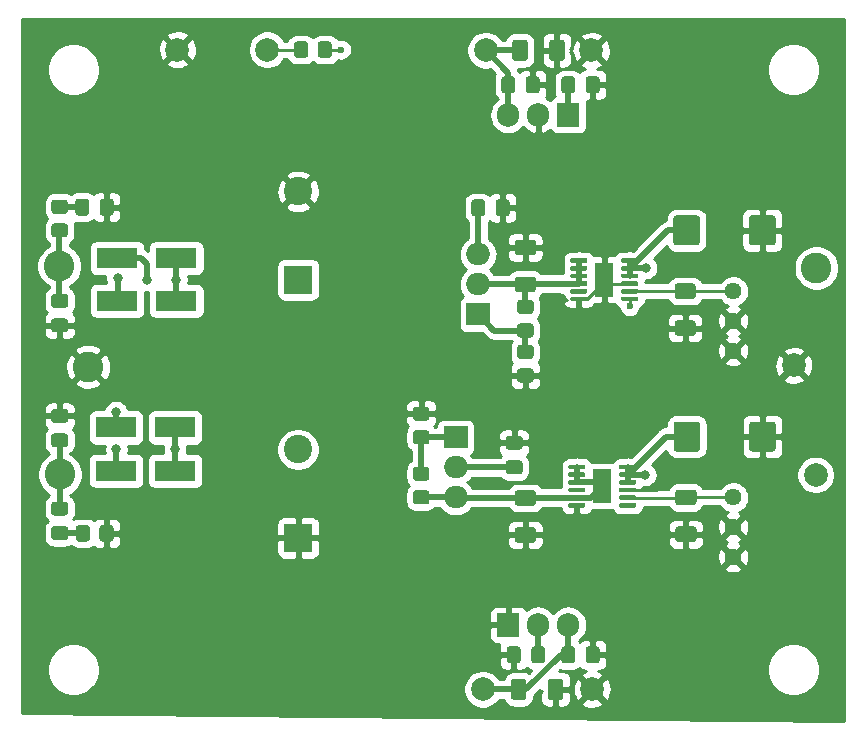
<source format=gbr>
G04 #@! TF.GenerationSoftware,KiCad,Pcbnew,(5.1.10-1-10_14)*
G04 #@! TF.CreationDate,2021-09-15T13:52:24+02:00*
G04 #@! TF.ProjectId,lv-lownoise-psu,6c762d6c-6f77-46e6-9f69-73652d707375,rev?*
G04 #@! TF.SameCoordinates,Original*
G04 #@! TF.FileFunction,Copper,L1,Top*
G04 #@! TF.FilePolarity,Positive*
%FSLAX46Y46*%
G04 Gerber Fmt 4.6, Leading zero omitted, Abs format (unit mm)*
G04 Created by KiCad (PCBNEW (5.1.10-1-10_14)) date 2021-09-15 13:52:24*
%MOMM*%
%LPD*%
G01*
G04 APERTURE LIST*
G04 #@! TA.AperFunction,ComponentPad*
%ADD10C,2.000000*%
G04 #@! TD*
G04 #@! TA.AperFunction,ComponentPad*
%ADD11O,2.000000X1.905000*%
G04 #@! TD*
G04 #@! TA.AperFunction,ComponentPad*
%ADD12R,2.000000X1.905000*%
G04 #@! TD*
G04 #@! TA.AperFunction,ComponentPad*
%ADD13O,1.905000X2.000000*%
G04 #@! TD*
G04 #@! TA.AperFunction,ComponentPad*
%ADD14R,1.905000X2.000000*%
G04 #@! TD*
G04 #@! TA.AperFunction,SMDPad,CuDef*
%ADD15R,3.500000X1.800000*%
G04 #@! TD*
G04 #@! TA.AperFunction,SMDPad,CuDef*
%ADD16R,1.650000X2.850000*%
G04 #@! TD*
G04 #@! TA.AperFunction,ComponentPad*
%ADD17C,2.400000*%
G04 #@! TD*
G04 #@! TA.AperFunction,ComponentPad*
%ADD18R,2.400000X2.400000*%
G04 #@! TD*
G04 #@! TA.AperFunction,ComponentPad*
%ADD19C,1.440000*%
G04 #@! TD*
G04 #@! TA.AperFunction,ComponentPad*
%ADD20C,2.600000*%
G04 #@! TD*
G04 #@! TA.AperFunction,ViaPad*
%ADD21C,0.800000*%
G04 #@! TD*
G04 #@! TA.AperFunction,ViaPad*
%ADD22C,0.600000*%
G04 #@! TD*
G04 #@! TA.AperFunction,Conductor*
%ADD23C,0.250000*%
G04 #@! TD*
G04 #@! TA.AperFunction,Conductor*
%ADD24C,0.500000*%
G04 #@! TD*
G04 #@! TA.AperFunction,Conductor*
%ADD25C,0.254000*%
G04 #@! TD*
G04 #@! TA.AperFunction,Conductor*
%ADD26C,0.100000*%
G04 #@! TD*
G04 APERTURE END LIST*
D10*
X119761000Y-85471000D03*
X129032000Y-85471000D03*
X128968500Y-31369000D03*
X120015000Y-31369000D03*
X93916500Y-31305500D03*
X101536500Y-31305500D03*
X147955000Y-67310000D03*
X146113500Y-58039000D03*
G04 #@! TA.AperFunction,SMDPad,CuDef*
G36*
G01*
X114103999Y-68615000D02*
X115004001Y-68615000D01*
G75*
G02*
X115254000Y-68864999I0J-249999D01*
G01*
X115254000Y-69565001D01*
G75*
G02*
X115004001Y-69815000I-249999J0D01*
G01*
X114103999Y-69815000D01*
G75*
G02*
X113854000Y-69565001I0J249999D01*
G01*
X113854000Y-68864999D01*
G75*
G02*
X114103999Y-68615000I249999J0D01*
G01*
G37*
G04 #@! TD.AperFunction*
G04 #@! TA.AperFunction,SMDPad,CuDef*
G36*
G01*
X114103999Y-66615000D02*
X115004001Y-66615000D01*
G75*
G02*
X115254000Y-66864999I0J-249999D01*
G01*
X115254000Y-67565001D01*
G75*
G02*
X115004001Y-67815000I-249999J0D01*
G01*
X114103999Y-67815000D01*
G75*
G02*
X113854000Y-67565001I0J249999D01*
G01*
X113854000Y-66864999D01*
G75*
G02*
X114103999Y-66615000I249999J0D01*
G01*
G37*
G04 #@! TD.AperFunction*
G04 #@! TA.AperFunction,SMDPad,CuDef*
G36*
G01*
X114103999Y-63535000D02*
X115004001Y-63535000D01*
G75*
G02*
X115254000Y-63784999I0J-249999D01*
G01*
X115254000Y-64485001D01*
G75*
G02*
X115004001Y-64735000I-249999J0D01*
G01*
X114103999Y-64735000D01*
G75*
G02*
X113854000Y-64485001I0J249999D01*
G01*
X113854000Y-63784999D01*
G75*
G02*
X114103999Y-63535000I249999J0D01*
G01*
G37*
G04 #@! TD.AperFunction*
G04 #@! TA.AperFunction,SMDPad,CuDef*
G36*
G01*
X114103999Y-61535000D02*
X115004001Y-61535000D01*
G75*
G02*
X115254000Y-61784999I0J-249999D01*
G01*
X115254000Y-62485001D01*
G75*
G02*
X115004001Y-62735000I-249999J0D01*
G01*
X114103999Y-62735000D01*
G75*
G02*
X113854000Y-62485001I0J249999D01*
G01*
X113854000Y-61784999D01*
G75*
G02*
X114103999Y-61535000I249999J0D01*
G01*
G37*
G04 #@! TD.AperFunction*
D11*
X117475000Y-69215000D03*
X117475000Y-66675000D03*
D12*
X117475000Y-64135000D03*
D11*
X119380000Y-48641000D03*
X119380000Y-51181000D03*
D12*
X119380000Y-53721000D03*
G04 #@! TA.AperFunction,SMDPad,CuDef*
G36*
G01*
X122930499Y-58296000D02*
X123830501Y-58296000D01*
G75*
G02*
X124080500Y-58545999I0J-249999D01*
G01*
X124080500Y-59246001D01*
G75*
G02*
X123830501Y-59496000I-249999J0D01*
G01*
X122930499Y-59496000D01*
G75*
G02*
X122680500Y-59246001I0J249999D01*
G01*
X122680500Y-58545999D01*
G75*
G02*
X122930499Y-58296000I249999J0D01*
G01*
G37*
G04 #@! TD.AperFunction*
G04 #@! TA.AperFunction,SMDPad,CuDef*
G36*
G01*
X122930499Y-56296000D02*
X123830501Y-56296000D01*
G75*
G02*
X124080500Y-56545999I0J-249999D01*
G01*
X124080500Y-57246001D01*
G75*
G02*
X123830501Y-57496000I-249999J0D01*
G01*
X122930499Y-57496000D01*
G75*
G02*
X122680500Y-57246001I0J249999D01*
G01*
X122680500Y-56545999D01*
G75*
G02*
X122930499Y-56296000I249999J0D01*
G01*
G37*
G04 #@! TD.AperFunction*
G04 #@! TA.AperFunction,SMDPad,CuDef*
G36*
G01*
X122930499Y-54486000D02*
X123830501Y-54486000D01*
G75*
G02*
X124080500Y-54735999I0J-249999D01*
G01*
X124080500Y-55436001D01*
G75*
G02*
X123830501Y-55686000I-249999J0D01*
G01*
X122930499Y-55686000D01*
G75*
G02*
X122680500Y-55436001I0J249999D01*
G01*
X122680500Y-54735999D01*
G75*
G02*
X122930499Y-54486000I249999J0D01*
G01*
G37*
G04 #@! TD.AperFunction*
G04 #@! TA.AperFunction,SMDPad,CuDef*
G36*
G01*
X122930499Y-52486000D02*
X123830501Y-52486000D01*
G75*
G02*
X124080500Y-52735999I0J-249999D01*
G01*
X124080500Y-53436001D01*
G75*
G02*
X123830501Y-53686000I-249999J0D01*
G01*
X122930499Y-53686000D01*
G75*
G02*
X122680500Y-53436001I0J249999D01*
G01*
X122680500Y-52735999D01*
G75*
G02*
X122930499Y-52486000I249999J0D01*
G01*
G37*
G04 #@! TD.AperFunction*
G04 #@! TA.AperFunction,SMDPad,CuDef*
G36*
G01*
X123471500Y-84820998D02*
X123471500Y-86121002D01*
G75*
G02*
X123221502Y-86371000I-249998J0D01*
G01*
X122396498Y-86371000D01*
G75*
G02*
X122146500Y-86121002I0J249998D01*
G01*
X122146500Y-84820998D01*
G75*
G02*
X122396498Y-84571000I249998J0D01*
G01*
X123221502Y-84571000D01*
G75*
G02*
X123471500Y-84820998I0J-249998D01*
G01*
G37*
G04 #@! TD.AperFunction*
G04 #@! TA.AperFunction,SMDPad,CuDef*
G36*
G01*
X126596500Y-84820998D02*
X126596500Y-86121002D01*
G75*
G02*
X126346502Y-86371000I-249998J0D01*
G01*
X125521498Y-86371000D01*
G75*
G02*
X125271500Y-86121002I0J249998D01*
G01*
X125271500Y-84820998D01*
G75*
G02*
X125521498Y-84571000I249998J0D01*
G01*
X126346502Y-84571000D01*
G75*
G02*
X126596500Y-84820998I0J-249998D01*
G01*
G37*
G04 #@! TD.AperFunction*
G04 #@! TA.AperFunction,SMDPad,CuDef*
G36*
G01*
X125385000Y-32019002D02*
X125385000Y-30718998D01*
G75*
G02*
X125634998Y-30469000I249998J0D01*
G01*
X126460002Y-30469000D01*
G75*
G02*
X126710000Y-30718998I0J-249998D01*
G01*
X126710000Y-32019002D01*
G75*
G02*
X126460002Y-32269000I-249998J0D01*
G01*
X125634998Y-32269000D01*
G75*
G02*
X125385000Y-32019002I0J249998D01*
G01*
G37*
G04 #@! TD.AperFunction*
G04 #@! TA.AperFunction,SMDPad,CuDef*
G36*
G01*
X122260000Y-32019002D02*
X122260000Y-30718998D01*
G75*
G02*
X122509998Y-30469000I249998J0D01*
G01*
X123335002Y-30469000D01*
G75*
G02*
X123585000Y-30718998I0J-249998D01*
G01*
X123585000Y-32019002D01*
G75*
G02*
X123335002Y-32269000I-249998J0D01*
G01*
X122509998Y-32269000D01*
G75*
G02*
X122260000Y-32019002I0J249998D01*
G01*
G37*
G04 #@! TD.AperFunction*
G04 #@! TA.AperFunction,SMDPad,CuDef*
G36*
G01*
X123407500Y-34765000D02*
X123407500Y-33815000D01*
G75*
G02*
X123657500Y-33565000I250000J0D01*
G01*
X124332500Y-33565000D01*
G75*
G02*
X124582500Y-33815000I0J-250000D01*
G01*
X124582500Y-34765000D01*
G75*
G02*
X124332500Y-35015000I-250000J0D01*
G01*
X123657500Y-35015000D01*
G75*
G02*
X123407500Y-34765000I0J250000D01*
G01*
G37*
G04 #@! TD.AperFunction*
G04 #@! TA.AperFunction,SMDPad,CuDef*
G36*
G01*
X121332500Y-34765000D02*
X121332500Y-33815000D01*
G75*
G02*
X121582500Y-33565000I250000J0D01*
G01*
X122257500Y-33565000D01*
G75*
G02*
X122507500Y-33815000I0J-250000D01*
G01*
X122507500Y-34765000D01*
G75*
G02*
X122257500Y-35015000I-250000J0D01*
G01*
X121582500Y-35015000D01*
G75*
G02*
X121332500Y-34765000I0J250000D01*
G01*
G37*
G04 #@! TD.AperFunction*
G04 #@! TA.AperFunction,SMDPad,CuDef*
G36*
G01*
X83496999Y-46009000D02*
X84397001Y-46009000D01*
G75*
G02*
X84647000Y-46258999I0J-249999D01*
G01*
X84647000Y-46959001D01*
G75*
G02*
X84397001Y-47209000I-249999J0D01*
G01*
X83496999Y-47209000D01*
G75*
G02*
X83247000Y-46959001I0J249999D01*
G01*
X83247000Y-46258999D01*
G75*
G02*
X83496999Y-46009000I249999J0D01*
G01*
G37*
G04 #@! TD.AperFunction*
G04 #@! TA.AperFunction,SMDPad,CuDef*
G36*
G01*
X83496999Y-44009000D02*
X84397001Y-44009000D01*
G75*
G02*
X84647000Y-44258999I0J-249999D01*
G01*
X84647000Y-44959001D01*
G75*
G02*
X84397001Y-45209000I-249999J0D01*
G01*
X83496999Y-45209000D01*
G75*
G02*
X83247000Y-44959001I0J249999D01*
G01*
X83247000Y-44258999D01*
G75*
G02*
X83496999Y-44009000I249999J0D01*
G01*
G37*
G04 #@! TD.AperFunction*
G04 #@! TA.AperFunction,SMDPad,CuDef*
G36*
G01*
X87315500Y-72713001D02*
X87315500Y-71812999D01*
G75*
G02*
X87565499Y-71563000I249999J0D01*
G01*
X88265501Y-71563000D01*
G75*
G02*
X88515500Y-71812999I0J-249999D01*
G01*
X88515500Y-72713001D01*
G75*
G02*
X88265501Y-72963000I-249999J0D01*
G01*
X87565499Y-72963000D01*
G75*
G02*
X87315500Y-72713001I0J249999D01*
G01*
G37*
G04 #@! TD.AperFunction*
G04 #@! TA.AperFunction,SMDPad,CuDef*
G36*
G01*
X85315500Y-72713001D02*
X85315500Y-71812999D01*
G75*
G02*
X85565499Y-71563000I249999J0D01*
G01*
X86265501Y-71563000D01*
G75*
G02*
X86515500Y-71812999I0J-249999D01*
G01*
X86515500Y-72713001D01*
G75*
G02*
X86265501Y-72963000I-249999J0D01*
G01*
X85565499Y-72963000D01*
G75*
G02*
X85315500Y-72713001I0J249999D01*
G01*
G37*
G04 #@! TD.AperFunction*
G04 #@! TA.AperFunction,SMDPad,CuDef*
G36*
G01*
X137619502Y-69877500D02*
X136319498Y-69877500D01*
G75*
G02*
X136069500Y-69627502I0J249998D01*
G01*
X136069500Y-68802498D01*
G75*
G02*
X136319498Y-68552500I249998J0D01*
G01*
X137619502Y-68552500D01*
G75*
G02*
X137869500Y-68802498I0J-249998D01*
G01*
X137869500Y-69627502D01*
G75*
G02*
X137619502Y-69877500I-249998J0D01*
G01*
G37*
G04 #@! TD.AperFunction*
G04 #@! TA.AperFunction,SMDPad,CuDef*
G36*
G01*
X137619502Y-73002500D02*
X136319498Y-73002500D01*
G75*
G02*
X136069500Y-72752502I0J249998D01*
G01*
X136069500Y-71927498D01*
G75*
G02*
X136319498Y-71677500I249998J0D01*
G01*
X137619502Y-71677500D01*
G75*
G02*
X137869500Y-71927498I0J-249998D01*
G01*
X137869500Y-72752502D01*
G75*
G02*
X137619502Y-73002500I-249998J0D01*
G01*
G37*
G04 #@! TD.AperFunction*
G04 #@! TA.AperFunction,SMDPad,CuDef*
G36*
G01*
X136255998Y-54215000D02*
X137556002Y-54215000D01*
G75*
G02*
X137806000Y-54464998I0J-249998D01*
G01*
X137806000Y-55290002D01*
G75*
G02*
X137556002Y-55540000I-249998J0D01*
G01*
X136255998Y-55540000D01*
G75*
G02*
X136006000Y-55290002I0J249998D01*
G01*
X136006000Y-54464998D01*
G75*
G02*
X136255998Y-54215000I249998J0D01*
G01*
G37*
G04 #@! TD.AperFunction*
G04 #@! TA.AperFunction,SMDPad,CuDef*
G36*
G01*
X136255998Y-51090000D02*
X137556002Y-51090000D01*
G75*
G02*
X137806000Y-51339998I0J-249998D01*
G01*
X137806000Y-52165002D01*
G75*
G02*
X137556002Y-52415000I-249998J0D01*
G01*
X136255998Y-52415000D01*
G75*
G02*
X136006000Y-52165002I0J249998D01*
G01*
X136006000Y-51339998D01*
G75*
G02*
X136255998Y-51090000I249998J0D01*
G01*
G37*
G04 #@! TD.AperFunction*
G04 #@! TA.AperFunction,SMDPad,CuDef*
G36*
G01*
X124030502Y-69927500D02*
X122730498Y-69927500D01*
G75*
G02*
X122480500Y-69677502I0J249998D01*
G01*
X122480500Y-68852498D01*
G75*
G02*
X122730498Y-68602500I249998J0D01*
G01*
X124030502Y-68602500D01*
G75*
G02*
X124280500Y-68852498I0J-249998D01*
G01*
X124280500Y-69677502D01*
G75*
G02*
X124030502Y-69927500I-249998J0D01*
G01*
G37*
G04 #@! TD.AperFunction*
G04 #@! TA.AperFunction,SMDPad,CuDef*
G36*
G01*
X124030502Y-73052500D02*
X122730498Y-73052500D01*
G75*
G02*
X122480500Y-72802502I0J249998D01*
G01*
X122480500Y-71977498D01*
G75*
G02*
X122730498Y-71727500I249998J0D01*
G01*
X124030502Y-71727500D01*
G75*
G02*
X124280500Y-71977498I0J-249998D01*
G01*
X124280500Y-72802502D01*
G75*
G02*
X124030502Y-73052500I-249998J0D01*
G01*
G37*
G04 #@! TD.AperFunction*
G04 #@! TA.AperFunction,SMDPad,CuDef*
G36*
G01*
X124030502Y-48718500D02*
X122730498Y-48718500D01*
G75*
G02*
X122480500Y-48468502I0J249998D01*
G01*
X122480500Y-47643498D01*
G75*
G02*
X122730498Y-47393500I249998J0D01*
G01*
X124030502Y-47393500D01*
G75*
G02*
X124280500Y-47643498I0J-249998D01*
G01*
X124280500Y-48468502D01*
G75*
G02*
X124030502Y-48718500I-249998J0D01*
G01*
G37*
G04 #@! TD.AperFunction*
G04 #@! TA.AperFunction,SMDPad,CuDef*
G36*
G01*
X124030502Y-51843500D02*
X122730498Y-51843500D01*
G75*
G02*
X122480500Y-51593502I0J249998D01*
G01*
X122480500Y-50768498D01*
G75*
G02*
X122730498Y-50518500I249998J0D01*
G01*
X124030502Y-50518500D01*
G75*
G02*
X124280500Y-50768498I0J-249998D01*
G01*
X124280500Y-51593502D01*
G75*
G02*
X124030502Y-51843500I-249998J0D01*
G01*
G37*
G04 #@! TD.AperFunction*
G04 #@! TA.AperFunction,SMDPad,CuDef*
G36*
G01*
X121953000Y-66087500D02*
X122903000Y-66087500D01*
G75*
G02*
X123153000Y-66337500I0J-250000D01*
G01*
X123153000Y-67012500D01*
G75*
G02*
X122903000Y-67262500I-250000J0D01*
G01*
X121953000Y-67262500D01*
G75*
G02*
X121703000Y-67012500I0J250000D01*
G01*
X121703000Y-66337500D01*
G75*
G02*
X121953000Y-66087500I250000J0D01*
G01*
G37*
G04 #@! TD.AperFunction*
G04 #@! TA.AperFunction,SMDPad,CuDef*
G36*
G01*
X121953000Y-64012500D02*
X122903000Y-64012500D01*
G75*
G02*
X123153000Y-64262500I0J-250000D01*
G01*
X123153000Y-64937500D01*
G75*
G02*
X122903000Y-65187500I-250000J0D01*
G01*
X121953000Y-65187500D01*
G75*
G02*
X121703000Y-64937500I0J250000D01*
G01*
X121703000Y-64262500D01*
G75*
G02*
X121953000Y-64012500I250000J0D01*
G01*
G37*
G04 #@! TD.AperFunction*
G04 #@! TA.AperFunction,SMDPad,CuDef*
G36*
G01*
X120867500Y-45179000D02*
X120867500Y-44229000D01*
G75*
G02*
X121117500Y-43979000I250000J0D01*
G01*
X121792500Y-43979000D01*
G75*
G02*
X122042500Y-44229000I0J-250000D01*
G01*
X122042500Y-45179000D01*
G75*
G02*
X121792500Y-45429000I-250000J0D01*
G01*
X121117500Y-45429000D01*
G75*
G02*
X120867500Y-45179000I0J250000D01*
G01*
G37*
G04 #@! TD.AperFunction*
G04 #@! TA.AperFunction,SMDPad,CuDef*
G36*
G01*
X118792500Y-45179000D02*
X118792500Y-44229000D01*
G75*
G02*
X119042500Y-43979000I250000J0D01*
G01*
X119717500Y-43979000D01*
G75*
G02*
X119967500Y-44229000I0J-250000D01*
G01*
X119967500Y-45179000D01*
G75*
G02*
X119717500Y-45429000I-250000J0D01*
G01*
X119042500Y-45429000D01*
G75*
G02*
X118792500Y-45179000I0J250000D01*
G01*
G37*
G04 #@! TD.AperFunction*
G04 #@! TA.AperFunction,SMDPad,CuDef*
G36*
G01*
X86439500Y-44165500D02*
X86439500Y-45115500D01*
G75*
G02*
X86189500Y-45365500I-250000J0D01*
G01*
X85514500Y-45365500D01*
G75*
G02*
X85264500Y-45115500I0J250000D01*
G01*
X85264500Y-44165500D01*
G75*
G02*
X85514500Y-43915500I250000J0D01*
G01*
X86189500Y-43915500D01*
G75*
G02*
X86439500Y-44165500I0J-250000D01*
G01*
G37*
G04 #@! TD.AperFunction*
G04 #@! TA.AperFunction,SMDPad,CuDef*
G36*
G01*
X88514500Y-44165500D02*
X88514500Y-45115500D01*
G75*
G02*
X88264500Y-45365500I-250000J0D01*
G01*
X87589500Y-45365500D01*
G75*
G02*
X87339500Y-45115500I0J250000D01*
G01*
X87339500Y-44165500D01*
G75*
G02*
X87589500Y-43915500I250000J0D01*
G01*
X88264500Y-43915500D01*
G75*
G02*
X88514500Y-44165500I0J-250000D01*
G01*
G37*
G04 #@! TD.AperFunction*
G04 #@! TA.AperFunction,SMDPad,CuDef*
G36*
G01*
X83472000Y-71655000D02*
X84422000Y-71655000D01*
G75*
G02*
X84672000Y-71905000I0J-250000D01*
G01*
X84672000Y-72580000D01*
G75*
G02*
X84422000Y-72830000I-250000J0D01*
G01*
X83472000Y-72830000D01*
G75*
G02*
X83222000Y-72580000I0J250000D01*
G01*
X83222000Y-71905000D01*
G75*
G02*
X83472000Y-71655000I250000J0D01*
G01*
G37*
G04 #@! TD.AperFunction*
G04 #@! TA.AperFunction,SMDPad,CuDef*
G36*
G01*
X83472000Y-69580000D02*
X84422000Y-69580000D01*
G75*
G02*
X84672000Y-69830000I0J-250000D01*
G01*
X84672000Y-70505000D01*
G75*
G02*
X84422000Y-70755000I-250000J0D01*
G01*
X83472000Y-70755000D01*
G75*
G02*
X83222000Y-70505000I0J250000D01*
G01*
X83222000Y-69830000D01*
G75*
G02*
X83472000Y-69580000I250000J0D01*
G01*
G37*
G04 #@! TD.AperFunction*
G04 #@! TA.AperFunction,SMDPad,CuDef*
G36*
G01*
X84422000Y-53165500D02*
X83472000Y-53165500D01*
G75*
G02*
X83222000Y-52915500I0J250000D01*
G01*
X83222000Y-52240500D01*
G75*
G02*
X83472000Y-51990500I250000J0D01*
G01*
X84422000Y-51990500D01*
G75*
G02*
X84672000Y-52240500I0J-250000D01*
G01*
X84672000Y-52915500D01*
G75*
G02*
X84422000Y-53165500I-250000J0D01*
G01*
G37*
G04 #@! TD.AperFunction*
G04 #@! TA.AperFunction,SMDPad,CuDef*
G36*
G01*
X84422000Y-55240500D02*
X83472000Y-55240500D01*
G75*
G02*
X83222000Y-54990500I0J250000D01*
G01*
X83222000Y-54315500D01*
G75*
G02*
X83472000Y-54065500I250000J0D01*
G01*
X84422000Y-54065500D01*
G75*
G02*
X84672000Y-54315500I0J-250000D01*
G01*
X84672000Y-54990500D01*
G75*
G02*
X84422000Y-55240500I-250000J0D01*
G01*
G37*
G04 #@! TD.AperFunction*
G04 #@! TA.AperFunction,SMDPad,CuDef*
G36*
G01*
X84422000Y-62901500D02*
X83472000Y-62901500D01*
G75*
G02*
X83222000Y-62651500I0J250000D01*
G01*
X83222000Y-61976500D01*
G75*
G02*
X83472000Y-61726500I250000J0D01*
G01*
X84422000Y-61726500D01*
G75*
G02*
X84672000Y-61976500I0J-250000D01*
G01*
X84672000Y-62651500D01*
G75*
G02*
X84422000Y-62901500I-250000J0D01*
G01*
G37*
G04 #@! TD.AperFunction*
G04 #@! TA.AperFunction,SMDPad,CuDef*
G36*
G01*
X84422000Y-64976500D02*
X83472000Y-64976500D01*
G75*
G02*
X83222000Y-64726500I0J250000D01*
G01*
X83222000Y-64051500D01*
G75*
G02*
X83472000Y-63801500I250000J0D01*
G01*
X84422000Y-63801500D01*
G75*
G02*
X84672000Y-64051500I0J-250000D01*
G01*
X84672000Y-64726500D01*
G75*
G02*
X84422000Y-64976500I-250000J0D01*
G01*
G37*
G04 #@! TD.AperFunction*
G04 #@! TA.AperFunction,SMDPad,CuDef*
G36*
G01*
X138171500Y-63046499D02*
X138171500Y-65096501D01*
G75*
G02*
X137921501Y-65346500I-249999J0D01*
G01*
X136171499Y-65346500D01*
G75*
G02*
X135921500Y-65096501I0J249999D01*
G01*
X135921500Y-63046499D01*
G75*
G02*
X136171499Y-62796500I249999J0D01*
G01*
X137921501Y-62796500D01*
G75*
G02*
X138171500Y-63046499I0J-249999D01*
G01*
G37*
G04 #@! TD.AperFunction*
G04 #@! TA.AperFunction,SMDPad,CuDef*
G36*
G01*
X144571500Y-63046499D02*
X144571500Y-65096501D01*
G75*
G02*
X144321501Y-65346500I-249999J0D01*
G01*
X142571499Y-65346500D01*
G75*
G02*
X142321500Y-65096501I0J249999D01*
G01*
X142321500Y-63046499D01*
G75*
G02*
X142571499Y-62796500I249999J0D01*
G01*
X144321501Y-62796500D01*
G75*
G02*
X144571500Y-63046499I0J-249999D01*
G01*
G37*
G04 #@! TD.AperFunction*
G04 #@! TA.AperFunction,SMDPad,CuDef*
G36*
G01*
X142308000Y-47634001D02*
X142308000Y-45583999D01*
G75*
G02*
X142557999Y-45334000I249999J0D01*
G01*
X144308001Y-45334000D01*
G75*
G02*
X144558000Y-45583999I0J-249999D01*
G01*
X144558000Y-47634001D01*
G75*
G02*
X144308001Y-47884000I-249999J0D01*
G01*
X142557999Y-47884000D01*
G75*
G02*
X142308000Y-47634001I0J249999D01*
G01*
G37*
G04 #@! TD.AperFunction*
G04 #@! TA.AperFunction,SMDPad,CuDef*
G36*
G01*
X135908000Y-47634001D02*
X135908000Y-45583999D01*
G75*
G02*
X136157999Y-45334000I249999J0D01*
G01*
X137908001Y-45334000D01*
G75*
G02*
X138158000Y-45583999I0J-249999D01*
G01*
X138158000Y-47634001D01*
G75*
G02*
X137908001Y-47884000I-249999J0D01*
G01*
X136157999Y-47884000D01*
G75*
G02*
X135908000Y-47634001I0J249999D01*
G01*
G37*
G04 #@! TD.AperFunction*
D13*
X127000000Y-80010000D03*
X124460000Y-80010000D03*
D14*
X121920000Y-80010000D03*
D13*
X121920000Y-36830000D03*
X124460000Y-36830000D03*
D14*
X127000000Y-36830000D03*
D15*
X88827600Y-52578000D03*
X93827600Y-52578000D03*
X88827600Y-48971200D03*
X93827600Y-48971200D03*
X93726000Y-63296800D03*
X88726000Y-63296800D03*
X93726000Y-66954400D03*
X88726000Y-66954400D03*
D16*
X129886600Y-68261900D03*
G04 #@! TA.AperFunction,SMDPad,CuDef*
G36*
G01*
X131311600Y-66736900D02*
X131311600Y-66536900D01*
G75*
G02*
X131411600Y-66436900I100000J0D01*
G01*
X132661600Y-66436900D01*
G75*
G02*
X132761600Y-66536900I0J-100000D01*
G01*
X132761600Y-66736900D01*
G75*
G02*
X132661600Y-66836900I-100000J0D01*
G01*
X131411600Y-66836900D01*
G75*
G02*
X131311600Y-66736900I0J100000D01*
G01*
G37*
G04 #@! TD.AperFunction*
G04 #@! TA.AperFunction,SMDPad,CuDef*
G36*
G01*
X131311600Y-67386900D02*
X131311600Y-67186900D01*
G75*
G02*
X131411600Y-67086900I100000J0D01*
G01*
X132661600Y-67086900D01*
G75*
G02*
X132761600Y-67186900I0J-100000D01*
G01*
X132761600Y-67386900D01*
G75*
G02*
X132661600Y-67486900I-100000J0D01*
G01*
X131411600Y-67486900D01*
G75*
G02*
X131311600Y-67386900I0J100000D01*
G01*
G37*
G04 #@! TD.AperFunction*
G04 #@! TA.AperFunction,SMDPad,CuDef*
G36*
G01*
X131311600Y-68036900D02*
X131311600Y-67836900D01*
G75*
G02*
X131411600Y-67736900I100000J0D01*
G01*
X132661600Y-67736900D01*
G75*
G02*
X132761600Y-67836900I0J-100000D01*
G01*
X132761600Y-68036900D01*
G75*
G02*
X132661600Y-68136900I-100000J0D01*
G01*
X131411600Y-68136900D01*
G75*
G02*
X131311600Y-68036900I0J100000D01*
G01*
G37*
G04 #@! TD.AperFunction*
G04 #@! TA.AperFunction,SMDPad,CuDef*
G36*
G01*
X131311600Y-68686900D02*
X131311600Y-68486900D01*
G75*
G02*
X131411600Y-68386900I100000J0D01*
G01*
X132661600Y-68386900D01*
G75*
G02*
X132761600Y-68486900I0J-100000D01*
G01*
X132761600Y-68686900D01*
G75*
G02*
X132661600Y-68786900I-100000J0D01*
G01*
X131411600Y-68786900D01*
G75*
G02*
X131311600Y-68686900I0J100000D01*
G01*
G37*
G04 #@! TD.AperFunction*
G04 #@! TA.AperFunction,SMDPad,CuDef*
G36*
G01*
X131311600Y-69336900D02*
X131311600Y-69136900D01*
G75*
G02*
X131411600Y-69036900I100000J0D01*
G01*
X132661600Y-69036900D01*
G75*
G02*
X132761600Y-69136900I0J-100000D01*
G01*
X132761600Y-69336900D01*
G75*
G02*
X132661600Y-69436900I-100000J0D01*
G01*
X131411600Y-69436900D01*
G75*
G02*
X131311600Y-69336900I0J100000D01*
G01*
G37*
G04 #@! TD.AperFunction*
G04 #@! TA.AperFunction,SMDPad,CuDef*
G36*
G01*
X131311600Y-69986900D02*
X131311600Y-69786900D01*
G75*
G02*
X131411600Y-69686900I100000J0D01*
G01*
X132661600Y-69686900D01*
G75*
G02*
X132761600Y-69786900I0J-100000D01*
G01*
X132761600Y-69986900D01*
G75*
G02*
X132661600Y-70086900I-100000J0D01*
G01*
X131411600Y-70086900D01*
G75*
G02*
X131311600Y-69986900I0J100000D01*
G01*
G37*
G04 #@! TD.AperFunction*
G04 #@! TA.AperFunction,SMDPad,CuDef*
G36*
G01*
X127011600Y-69986900D02*
X127011600Y-69786900D01*
G75*
G02*
X127111600Y-69686900I100000J0D01*
G01*
X128361600Y-69686900D01*
G75*
G02*
X128461600Y-69786900I0J-100000D01*
G01*
X128461600Y-69986900D01*
G75*
G02*
X128361600Y-70086900I-100000J0D01*
G01*
X127111600Y-70086900D01*
G75*
G02*
X127011600Y-69986900I0J100000D01*
G01*
G37*
G04 #@! TD.AperFunction*
G04 #@! TA.AperFunction,SMDPad,CuDef*
G36*
G01*
X127011600Y-69336900D02*
X127011600Y-69136900D01*
G75*
G02*
X127111600Y-69036900I100000J0D01*
G01*
X128361600Y-69036900D01*
G75*
G02*
X128461600Y-69136900I0J-100000D01*
G01*
X128461600Y-69336900D01*
G75*
G02*
X128361600Y-69436900I-100000J0D01*
G01*
X127111600Y-69436900D01*
G75*
G02*
X127011600Y-69336900I0J100000D01*
G01*
G37*
G04 #@! TD.AperFunction*
G04 #@! TA.AperFunction,SMDPad,CuDef*
G36*
G01*
X127011600Y-68686900D02*
X127011600Y-68486900D01*
G75*
G02*
X127111600Y-68386900I100000J0D01*
G01*
X128361600Y-68386900D01*
G75*
G02*
X128461600Y-68486900I0J-100000D01*
G01*
X128461600Y-68686900D01*
G75*
G02*
X128361600Y-68786900I-100000J0D01*
G01*
X127111600Y-68786900D01*
G75*
G02*
X127011600Y-68686900I0J100000D01*
G01*
G37*
G04 #@! TD.AperFunction*
G04 #@! TA.AperFunction,SMDPad,CuDef*
G36*
G01*
X127011600Y-68036900D02*
X127011600Y-67836900D01*
G75*
G02*
X127111600Y-67736900I100000J0D01*
G01*
X128361600Y-67736900D01*
G75*
G02*
X128461600Y-67836900I0J-100000D01*
G01*
X128461600Y-68036900D01*
G75*
G02*
X128361600Y-68136900I-100000J0D01*
G01*
X127111600Y-68136900D01*
G75*
G02*
X127011600Y-68036900I0J100000D01*
G01*
G37*
G04 #@! TD.AperFunction*
G04 #@! TA.AperFunction,SMDPad,CuDef*
G36*
G01*
X127011600Y-67386900D02*
X127011600Y-67186900D01*
G75*
G02*
X127111600Y-67086900I100000J0D01*
G01*
X128361600Y-67086900D01*
G75*
G02*
X128461600Y-67186900I0J-100000D01*
G01*
X128461600Y-67386900D01*
G75*
G02*
X128361600Y-67486900I-100000J0D01*
G01*
X127111600Y-67486900D01*
G75*
G02*
X127011600Y-67386900I0J100000D01*
G01*
G37*
G04 #@! TD.AperFunction*
G04 #@! TA.AperFunction,SMDPad,CuDef*
G36*
G01*
X127011600Y-66736900D02*
X127011600Y-66536900D01*
G75*
G02*
X127111600Y-66436900I100000J0D01*
G01*
X128361600Y-66436900D01*
G75*
G02*
X128461600Y-66536900I0J-100000D01*
G01*
X128461600Y-66736900D01*
G75*
G02*
X128361600Y-66836900I-100000J0D01*
G01*
X127111600Y-66836900D01*
G75*
G02*
X127011600Y-66736900I0J100000D01*
G01*
G37*
G04 #@! TD.AperFunction*
D17*
X104140000Y-65151000D03*
D18*
X104140000Y-72651000D03*
D17*
X104140000Y-43300000D03*
D18*
X104140000Y-50800000D03*
G04 #@! TA.AperFunction,SMDPad,CuDef*
G36*
G01*
X105794000Y-31755501D02*
X105794000Y-30855499D01*
G75*
G02*
X106043999Y-30605500I249999J0D01*
G01*
X106744001Y-30605500D01*
G75*
G02*
X106994000Y-30855499I0J-249999D01*
G01*
X106994000Y-31755501D01*
G75*
G02*
X106744001Y-32005500I-249999J0D01*
G01*
X106043999Y-32005500D01*
G75*
G02*
X105794000Y-31755501I0J249999D01*
G01*
G37*
G04 #@! TD.AperFunction*
G04 #@! TA.AperFunction,SMDPad,CuDef*
G36*
G01*
X103794000Y-31755501D02*
X103794000Y-30855499D01*
G75*
G02*
X104043999Y-30605500I249999J0D01*
G01*
X104744001Y-30605500D01*
G75*
G02*
X104994000Y-30855499I0J-249999D01*
G01*
X104994000Y-31755501D01*
G75*
G02*
X104744001Y-32005500I-249999J0D01*
G01*
X104043999Y-32005500D01*
G75*
G02*
X103794000Y-31755501I0J249999D01*
G01*
G37*
G04 #@! TD.AperFunction*
G04 #@! TA.AperFunction,SMDPad,CuDef*
G36*
G01*
X127587500Y-82075000D02*
X127587500Y-83025000D01*
G75*
G02*
X127337500Y-83275000I-250000J0D01*
G01*
X126662500Y-83275000D01*
G75*
G02*
X126412500Y-83025000I0J250000D01*
G01*
X126412500Y-82075000D01*
G75*
G02*
X126662500Y-81825000I250000J0D01*
G01*
X127337500Y-81825000D01*
G75*
G02*
X127587500Y-82075000I0J-250000D01*
G01*
G37*
G04 #@! TD.AperFunction*
G04 #@! TA.AperFunction,SMDPad,CuDef*
G36*
G01*
X129662500Y-82075000D02*
X129662500Y-83025000D01*
G75*
G02*
X129412500Y-83275000I-250000J0D01*
G01*
X128737500Y-83275000D01*
G75*
G02*
X128487500Y-83025000I0J250000D01*
G01*
X128487500Y-82075000D01*
G75*
G02*
X128737500Y-81825000I250000J0D01*
G01*
X129412500Y-81825000D01*
G75*
G02*
X129662500Y-82075000I0J-250000D01*
G01*
G37*
G04 #@! TD.AperFunction*
G04 #@! TA.AperFunction,SMDPad,CuDef*
G36*
G01*
X123872500Y-83025000D02*
X123872500Y-82075000D01*
G75*
G02*
X124122500Y-81825000I250000J0D01*
G01*
X124797500Y-81825000D01*
G75*
G02*
X125047500Y-82075000I0J-250000D01*
G01*
X125047500Y-83025000D01*
G75*
G02*
X124797500Y-83275000I-250000J0D01*
G01*
X124122500Y-83275000D01*
G75*
G02*
X123872500Y-83025000I0J250000D01*
G01*
G37*
G04 #@! TD.AperFunction*
G04 #@! TA.AperFunction,SMDPad,CuDef*
G36*
G01*
X121797500Y-83025000D02*
X121797500Y-82075000D01*
G75*
G02*
X122047500Y-81825000I250000J0D01*
G01*
X122722500Y-81825000D01*
G75*
G02*
X122972500Y-82075000I0J-250000D01*
G01*
X122972500Y-83025000D01*
G75*
G02*
X122722500Y-83275000I-250000J0D01*
G01*
X122047500Y-83275000D01*
G75*
G02*
X121797500Y-83025000I0J250000D01*
G01*
G37*
G04 #@! TD.AperFunction*
G04 #@! TA.AperFunction,SMDPad,CuDef*
G36*
G01*
X128487500Y-34765000D02*
X128487500Y-33815000D01*
G75*
G02*
X128737500Y-33565000I250000J0D01*
G01*
X129412500Y-33565000D01*
G75*
G02*
X129662500Y-33815000I0J-250000D01*
G01*
X129662500Y-34765000D01*
G75*
G02*
X129412500Y-35015000I-250000J0D01*
G01*
X128737500Y-35015000D01*
G75*
G02*
X128487500Y-34765000I0J250000D01*
G01*
G37*
G04 #@! TD.AperFunction*
G04 #@! TA.AperFunction,SMDPad,CuDef*
G36*
G01*
X126412500Y-34765000D02*
X126412500Y-33815000D01*
G75*
G02*
X126662500Y-33565000I250000J0D01*
G01*
X127337500Y-33565000D01*
G75*
G02*
X127587500Y-33815000I0J-250000D01*
G01*
X127587500Y-34765000D01*
G75*
G02*
X127337500Y-35015000I-250000J0D01*
G01*
X126662500Y-35015000D01*
G75*
G02*
X126412500Y-34765000I0J250000D01*
G01*
G37*
G04 #@! TD.AperFunction*
D19*
X140970000Y-74295000D03*
X140970000Y-71755000D03*
X140970000Y-69215000D03*
D16*
X130064400Y-50787900D03*
G04 #@! TA.AperFunction,SMDPad,CuDef*
G36*
G01*
X131489400Y-49262900D02*
X131489400Y-49062900D01*
G75*
G02*
X131589400Y-48962900I100000J0D01*
G01*
X132839400Y-48962900D01*
G75*
G02*
X132939400Y-49062900I0J-100000D01*
G01*
X132939400Y-49262900D01*
G75*
G02*
X132839400Y-49362900I-100000J0D01*
G01*
X131589400Y-49362900D01*
G75*
G02*
X131489400Y-49262900I0J100000D01*
G01*
G37*
G04 #@! TD.AperFunction*
G04 #@! TA.AperFunction,SMDPad,CuDef*
G36*
G01*
X131489400Y-49912900D02*
X131489400Y-49712900D01*
G75*
G02*
X131589400Y-49612900I100000J0D01*
G01*
X132839400Y-49612900D01*
G75*
G02*
X132939400Y-49712900I0J-100000D01*
G01*
X132939400Y-49912900D01*
G75*
G02*
X132839400Y-50012900I-100000J0D01*
G01*
X131589400Y-50012900D01*
G75*
G02*
X131489400Y-49912900I0J100000D01*
G01*
G37*
G04 #@! TD.AperFunction*
G04 #@! TA.AperFunction,SMDPad,CuDef*
G36*
G01*
X131489400Y-50562900D02*
X131489400Y-50362900D01*
G75*
G02*
X131589400Y-50262900I100000J0D01*
G01*
X132839400Y-50262900D01*
G75*
G02*
X132939400Y-50362900I0J-100000D01*
G01*
X132939400Y-50562900D01*
G75*
G02*
X132839400Y-50662900I-100000J0D01*
G01*
X131589400Y-50662900D01*
G75*
G02*
X131489400Y-50562900I0J100000D01*
G01*
G37*
G04 #@! TD.AperFunction*
G04 #@! TA.AperFunction,SMDPad,CuDef*
G36*
G01*
X131489400Y-51212900D02*
X131489400Y-51012900D01*
G75*
G02*
X131589400Y-50912900I100000J0D01*
G01*
X132839400Y-50912900D01*
G75*
G02*
X132939400Y-51012900I0J-100000D01*
G01*
X132939400Y-51212900D01*
G75*
G02*
X132839400Y-51312900I-100000J0D01*
G01*
X131589400Y-51312900D01*
G75*
G02*
X131489400Y-51212900I0J100000D01*
G01*
G37*
G04 #@! TD.AperFunction*
G04 #@! TA.AperFunction,SMDPad,CuDef*
G36*
G01*
X131489400Y-51862900D02*
X131489400Y-51662900D01*
G75*
G02*
X131589400Y-51562900I100000J0D01*
G01*
X132839400Y-51562900D01*
G75*
G02*
X132939400Y-51662900I0J-100000D01*
G01*
X132939400Y-51862900D01*
G75*
G02*
X132839400Y-51962900I-100000J0D01*
G01*
X131589400Y-51962900D01*
G75*
G02*
X131489400Y-51862900I0J100000D01*
G01*
G37*
G04 #@! TD.AperFunction*
G04 #@! TA.AperFunction,SMDPad,CuDef*
G36*
G01*
X131489400Y-52512900D02*
X131489400Y-52312900D01*
G75*
G02*
X131589400Y-52212900I100000J0D01*
G01*
X132839400Y-52212900D01*
G75*
G02*
X132939400Y-52312900I0J-100000D01*
G01*
X132939400Y-52512900D01*
G75*
G02*
X132839400Y-52612900I-100000J0D01*
G01*
X131589400Y-52612900D01*
G75*
G02*
X131489400Y-52512900I0J100000D01*
G01*
G37*
G04 #@! TD.AperFunction*
G04 #@! TA.AperFunction,SMDPad,CuDef*
G36*
G01*
X127189400Y-52512900D02*
X127189400Y-52312900D01*
G75*
G02*
X127289400Y-52212900I100000J0D01*
G01*
X128539400Y-52212900D01*
G75*
G02*
X128639400Y-52312900I0J-100000D01*
G01*
X128639400Y-52512900D01*
G75*
G02*
X128539400Y-52612900I-100000J0D01*
G01*
X127289400Y-52612900D01*
G75*
G02*
X127189400Y-52512900I0J100000D01*
G01*
G37*
G04 #@! TD.AperFunction*
G04 #@! TA.AperFunction,SMDPad,CuDef*
G36*
G01*
X127189400Y-51862900D02*
X127189400Y-51662900D01*
G75*
G02*
X127289400Y-51562900I100000J0D01*
G01*
X128539400Y-51562900D01*
G75*
G02*
X128639400Y-51662900I0J-100000D01*
G01*
X128639400Y-51862900D01*
G75*
G02*
X128539400Y-51962900I-100000J0D01*
G01*
X127289400Y-51962900D01*
G75*
G02*
X127189400Y-51862900I0J100000D01*
G01*
G37*
G04 #@! TD.AperFunction*
G04 #@! TA.AperFunction,SMDPad,CuDef*
G36*
G01*
X127189400Y-51212900D02*
X127189400Y-51012900D01*
G75*
G02*
X127289400Y-50912900I100000J0D01*
G01*
X128539400Y-50912900D01*
G75*
G02*
X128639400Y-51012900I0J-100000D01*
G01*
X128639400Y-51212900D01*
G75*
G02*
X128539400Y-51312900I-100000J0D01*
G01*
X127289400Y-51312900D01*
G75*
G02*
X127189400Y-51212900I0J100000D01*
G01*
G37*
G04 #@! TD.AperFunction*
G04 #@! TA.AperFunction,SMDPad,CuDef*
G36*
G01*
X127189400Y-50562900D02*
X127189400Y-50362900D01*
G75*
G02*
X127289400Y-50262900I100000J0D01*
G01*
X128539400Y-50262900D01*
G75*
G02*
X128639400Y-50362900I0J-100000D01*
G01*
X128639400Y-50562900D01*
G75*
G02*
X128539400Y-50662900I-100000J0D01*
G01*
X127289400Y-50662900D01*
G75*
G02*
X127189400Y-50562900I0J100000D01*
G01*
G37*
G04 #@! TD.AperFunction*
G04 #@! TA.AperFunction,SMDPad,CuDef*
G36*
G01*
X127189400Y-49912900D02*
X127189400Y-49712900D01*
G75*
G02*
X127289400Y-49612900I100000J0D01*
G01*
X128539400Y-49612900D01*
G75*
G02*
X128639400Y-49712900I0J-100000D01*
G01*
X128639400Y-49912900D01*
G75*
G02*
X128539400Y-50012900I-100000J0D01*
G01*
X127289400Y-50012900D01*
G75*
G02*
X127189400Y-49912900I0J100000D01*
G01*
G37*
G04 #@! TD.AperFunction*
G04 #@! TA.AperFunction,SMDPad,CuDef*
G36*
G01*
X127189400Y-49262900D02*
X127189400Y-49062900D01*
G75*
G02*
X127289400Y-48962900I100000J0D01*
G01*
X128539400Y-48962900D01*
G75*
G02*
X128639400Y-49062900I0J-100000D01*
G01*
X128639400Y-49262900D01*
G75*
G02*
X128539400Y-49362900I-100000J0D01*
G01*
X127289400Y-49362900D01*
G75*
G02*
X127189400Y-49262900I0J100000D01*
G01*
G37*
G04 #@! TD.AperFunction*
D19*
X140970000Y-56832500D03*
X140970000Y-54292500D03*
X140970000Y-51752500D03*
D20*
X148018500Y-49784000D03*
X83921600Y-49631600D03*
X86360000Y-58166000D03*
X83972400Y-67259200D03*
D21*
X93827600Y-50800000D03*
X88849200Y-50647600D03*
X88726000Y-61997600D03*
X93726000Y-65125600D03*
D22*
X107759500Y-31305500D03*
D21*
X133604000Y-49784000D03*
X133540500Y-67310000D03*
X88747600Y-65125600D03*
X91338400Y-50800000D03*
D22*
X132207000Y-53022500D03*
X126496600Y-51112900D03*
D23*
X130064400Y-50987900D02*
X130064400Y-50787900D01*
X130389400Y-51112900D02*
X130064400Y-50787900D01*
X132214400Y-51112900D02*
X130389400Y-51112900D01*
X130064400Y-50938958D02*
X130064400Y-50787900D01*
X128590458Y-52412900D02*
X130064400Y-50938958D01*
X127914400Y-52412900D02*
X128590458Y-52412900D01*
D24*
X127711200Y-69962310D02*
X127736600Y-69936910D01*
D23*
X132080500Y-68630800D02*
X132036600Y-68586900D01*
D24*
X127711200Y-71069200D02*
X127711200Y-69962310D01*
D23*
X132036600Y-68586900D02*
X134422600Y-68586900D01*
X134422600Y-68586900D02*
X136588500Y-66421000D01*
D24*
X93827600Y-52244000D02*
X93798400Y-52273200D01*
X93827600Y-50800000D02*
X93827600Y-48971200D01*
X93827600Y-50800000D02*
X93827600Y-52578000D01*
X127000000Y-36830000D02*
X127000000Y-34290000D01*
X119380000Y-48641000D02*
X119380000Y-44704000D01*
X88726000Y-63296800D02*
X88726000Y-61997600D01*
X88849200Y-52556400D02*
X88827600Y-52578000D01*
X88849200Y-50647600D02*
X88849200Y-52556400D01*
X83921600Y-52552600D02*
X83947000Y-52578000D01*
X83921600Y-49631600D02*
X83921600Y-52552600D01*
X83921600Y-46634400D02*
X83947000Y-46609000D01*
X83921600Y-49631600D02*
X83921600Y-46634400D01*
X93726000Y-65125600D02*
X93726000Y-63296800D01*
X93726000Y-65125600D02*
X93726000Y-66954400D01*
X124460000Y-82550000D02*
X124460000Y-80010000D01*
X122428000Y-66675000D02*
X117475000Y-66675000D01*
D23*
X106394000Y-31305500D02*
X107759500Y-31305500D01*
D24*
X121920000Y-36830000D02*
X121920000Y-34290000D01*
X120015000Y-31369000D02*
X122922500Y-31369000D01*
X121920000Y-34290000D02*
X121920000Y-33274000D01*
X121920000Y-33274000D02*
X120015000Y-31369000D01*
X127000000Y-82550000D02*
X127000000Y-80010000D01*
X126392500Y-82550000D02*
X127000000Y-82550000D01*
X123471500Y-85471000D02*
X126392500Y-82550000D01*
X122809000Y-85471000D02*
X123471500Y-85471000D01*
X122809000Y-85471000D02*
X119761000Y-85471000D01*
D23*
X104394000Y-31305500D02*
X101536500Y-31305500D01*
D24*
X132214400Y-49162900D02*
X132214400Y-50462900D01*
X135418300Y-46609000D02*
X132214400Y-49812900D01*
X137033000Y-46609000D02*
X135418300Y-46609000D01*
X133575100Y-49812900D02*
X133604000Y-49784000D01*
X132214400Y-49812900D02*
X133575100Y-49812900D01*
X132038500Y-67285000D02*
X132036600Y-67286900D01*
X132036600Y-66636900D02*
X132036600Y-67936900D01*
X135252000Y-64071500D02*
X132036600Y-67286900D01*
X137046500Y-64071500D02*
X135252000Y-64071500D01*
X133517400Y-67286900D02*
X133540500Y-67310000D01*
X132036600Y-67286900D02*
X133517400Y-67286900D01*
X88747600Y-66932800D02*
X88726000Y-66954400D01*
X88747600Y-65125600D02*
X88747600Y-66932800D01*
X91338400Y-50800000D02*
X91338400Y-49479200D01*
X90830400Y-48971200D02*
X88827600Y-48971200D01*
X91338400Y-49479200D02*
X90830400Y-48971200D01*
X83972400Y-64477900D02*
X83883500Y-64389000D01*
X83972400Y-64414400D02*
X83947000Y-64389000D01*
X83972400Y-67259200D02*
X83972400Y-64414400D01*
X83947000Y-67284600D02*
X83972400Y-67259200D01*
X83947000Y-70167500D02*
X83947000Y-67284600D01*
X83967500Y-72263000D02*
X83947000Y-72242500D01*
X85915500Y-72263000D02*
X83967500Y-72263000D01*
X83978500Y-44640500D02*
X83947000Y-44609000D01*
X85852000Y-44640500D02*
X83978500Y-44640500D01*
D23*
X132214400Y-53015100D02*
X132207000Y-53022500D01*
X132214400Y-52412900D02*
X132214400Y-53015100D01*
X127826994Y-51200306D02*
X127914400Y-51112900D01*
X127909800Y-51117500D02*
X127914400Y-51112900D01*
D24*
X127913600Y-49162100D02*
X127914400Y-49162900D01*
X127914400Y-49162900D02*
X127914400Y-51112900D01*
X123448600Y-51112900D02*
X123380500Y-51181000D01*
X127914400Y-51112900D02*
X126496600Y-51112900D01*
X126496600Y-51112900D02*
X123448600Y-51112900D01*
X119380000Y-51181000D02*
X123380500Y-51181000D01*
X123380500Y-53086000D02*
X123380500Y-51181000D01*
X127736600Y-66636900D02*
X127736600Y-67936900D01*
X129561590Y-67936890D02*
X127736600Y-67936890D01*
X129886600Y-68261900D02*
X129561590Y-67936890D01*
X128911600Y-69236900D02*
X129886600Y-68261900D01*
X127736600Y-69236900D02*
X128911600Y-69236900D01*
X123408600Y-69236900D02*
X123380500Y-69265000D01*
X127736600Y-69236900D02*
X123408600Y-69236900D01*
X117475000Y-69215000D02*
X114554000Y-69215000D01*
X117525000Y-69265000D02*
X117475000Y-69215000D01*
X123380500Y-69265000D02*
X117525000Y-69265000D01*
D23*
X132229400Y-51777900D02*
X132214400Y-51762900D01*
X136895600Y-51762900D02*
X136906000Y-51752500D01*
X132214400Y-51762900D02*
X136895600Y-51762900D01*
X136906000Y-51752500D02*
X140970000Y-51752500D01*
X136947600Y-69236900D02*
X136969500Y-69215000D01*
X132036600Y-69236900D02*
X136947600Y-69236900D01*
X136969500Y-69215000D02*
X140970000Y-69215000D01*
D24*
X123380500Y-56896000D02*
X123380500Y-55086000D01*
X120745000Y-55086000D02*
X119380000Y-53721000D01*
X123380500Y-55086000D02*
X120745000Y-55086000D01*
X114554000Y-67215000D02*
X114554000Y-64135000D01*
X114554000Y-64135000D02*
X117475000Y-64135000D01*
D25*
X150368000Y-88136840D02*
X80772000Y-87504149D01*
X80772000Y-83599872D01*
X82855000Y-83599872D01*
X82855000Y-84040128D01*
X82940890Y-84471925D01*
X83109369Y-84878669D01*
X83353962Y-85244729D01*
X83665271Y-85556038D01*
X84031331Y-85800631D01*
X84438075Y-85969110D01*
X84869872Y-86055000D01*
X85310128Y-86055000D01*
X85741925Y-85969110D01*
X86148669Y-85800631D01*
X86514729Y-85556038D01*
X86760800Y-85309967D01*
X118126000Y-85309967D01*
X118126000Y-85632033D01*
X118188832Y-85947912D01*
X118312082Y-86245463D01*
X118491013Y-86513252D01*
X118718748Y-86740987D01*
X118986537Y-86919918D01*
X119284088Y-87043168D01*
X119599967Y-87106000D01*
X119922033Y-87106000D01*
X120237912Y-87043168D01*
X120535463Y-86919918D01*
X120803252Y-86740987D01*
X121030987Y-86513252D01*
X121136059Y-86356000D01*
X121544222Y-86356000D01*
X121576028Y-86460852D01*
X121658095Y-86614387D01*
X121768538Y-86748962D01*
X121903113Y-86859405D01*
X122056648Y-86941472D01*
X122223244Y-86992008D01*
X122396498Y-87009072D01*
X123221502Y-87009072D01*
X123394756Y-86992008D01*
X123561352Y-86941472D01*
X123714887Y-86859405D01*
X123849462Y-86748962D01*
X123959905Y-86614387D01*
X124041972Y-86460852D01*
X124092508Y-86294256D01*
X124109572Y-86121002D01*
X124109572Y-86088540D01*
X124128034Y-86066044D01*
X124636500Y-85557578D01*
X124636500Y-85598002D01*
X124795248Y-85598002D01*
X124636500Y-85756750D01*
X124633428Y-86371000D01*
X124645688Y-86495482D01*
X124681998Y-86615180D01*
X124740963Y-86725494D01*
X124820315Y-86822185D01*
X124917006Y-86901537D01*
X125027320Y-86960502D01*
X125147018Y-86996812D01*
X125271500Y-87009072D01*
X125648250Y-87006000D01*
X125807000Y-86847250D01*
X125807000Y-85598000D01*
X126061000Y-85598000D01*
X126061000Y-86847250D01*
X126219750Y-87006000D01*
X126596500Y-87009072D01*
X126720982Y-86996812D01*
X126840680Y-86960502D01*
X126950994Y-86901537D01*
X127047685Y-86822185D01*
X127127037Y-86725494D01*
X127186002Y-86615180D01*
X127188661Y-86606413D01*
X128076192Y-86606413D01*
X128171956Y-86870814D01*
X128461571Y-87011704D01*
X128773108Y-87093384D01*
X129094595Y-87112718D01*
X129413675Y-87068961D01*
X129718088Y-86963795D01*
X129892044Y-86870814D01*
X129987808Y-86606413D01*
X129032000Y-85650605D01*
X128076192Y-86606413D01*
X127188661Y-86606413D01*
X127222312Y-86495482D01*
X127234572Y-86371000D01*
X127231500Y-85756750D01*
X127072750Y-85598000D01*
X126061000Y-85598000D01*
X125807000Y-85598000D01*
X125787000Y-85598000D01*
X125787000Y-85533595D01*
X127390282Y-85533595D01*
X127434039Y-85852675D01*
X127539205Y-86157088D01*
X127632186Y-86331044D01*
X127896587Y-86426808D01*
X128852395Y-85471000D01*
X129211605Y-85471000D01*
X130167413Y-86426808D01*
X130431814Y-86331044D01*
X130572704Y-86041429D01*
X130654384Y-85729892D01*
X130673718Y-85408405D01*
X130629961Y-85089325D01*
X130524795Y-84784912D01*
X130431814Y-84610956D01*
X130167413Y-84515192D01*
X129211605Y-85471000D01*
X128852395Y-85471000D01*
X127896587Y-84515192D01*
X127632186Y-84610956D01*
X127491296Y-84900571D01*
X127409616Y-85212108D01*
X127390282Y-85533595D01*
X125787000Y-85533595D01*
X125787000Y-85344000D01*
X125807000Y-85344000D01*
X125807000Y-85324000D01*
X126061000Y-85324000D01*
X126061000Y-85344000D01*
X127072750Y-85344000D01*
X127231500Y-85185250D01*
X127234572Y-84571000D01*
X127222312Y-84446518D01*
X127186002Y-84326820D01*
X127127037Y-84216506D01*
X127047685Y-84119815D01*
X126950994Y-84040463D01*
X126840680Y-83981498D01*
X126720982Y-83945188D01*
X126596500Y-83932928D01*
X126258394Y-83935685D01*
X126342566Y-83851513D01*
X126489246Y-83896008D01*
X126662500Y-83913072D01*
X127337500Y-83913072D01*
X127510754Y-83896008D01*
X127677350Y-83845472D01*
X127830886Y-83763405D01*
X127965462Y-83652962D01*
X127970842Y-83646406D01*
X128036315Y-83726185D01*
X128133006Y-83805537D01*
X128243320Y-83864502D01*
X128363018Y-83900812D01*
X128487500Y-83913072D01*
X128535871Y-83912580D01*
X128345912Y-83978205D01*
X128171956Y-84071186D01*
X128076192Y-84335587D01*
X129032000Y-85291395D01*
X129987808Y-84335587D01*
X129892044Y-84071186D01*
X129602429Y-83930296D01*
X129531654Y-83911740D01*
X129662500Y-83913072D01*
X129786982Y-83900812D01*
X129906680Y-83864502D01*
X130016994Y-83805537D01*
X130113685Y-83726185D01*
X130193037Y-83629494D01*
X130208870Y-83599872D01*
X143815000Y-83599872D01*
X143815000Y-84040128D01*
X143900890Y-84471925D01*
X144069369Y-84878669D01*
X144313962Y-85244729D01*
X144625271Y-85556038D01*
X144991331Y-85800631D01*
X145398075Y-85969110D01*
X145829872Y-86055000D01*
X146270128Y-86055000D01*
X146701925Y-85969110D01*
X147108669Y-85800631D01*
X147474729Y-85556038D01*
X147786038Y-85244729D01*
X148030631Y-84878669D01*
X148199110Y-84471925D01*
X148285000Y-84040128D01*
X148285000Y-83599872D01*
X148199110Y-83168075D01*
X148030631Y-82761331D01*
X147786038Y-82395271D01*
X147474729Y-82083962D01*
X147108669Y-81839369D01*
X146701925Y-81670890D01*
X146270128Y-81585000D01*
X145829872Y-81585000D01*
X145398075Y-81670890D01*
X144991331Y-81839369D01*
X144625271Y-82083962D01*
X144313962Y-82395271D01*
X144069369Y-82761331D01*
X143900890Y-83168075D01*
X143815000Y-83599872D01*
X130208870Y-83599872D01*
X130252002Y-83519180D01*
X130288312Y-83399482D01*
X130300572Y-83275000D01*
X130297500Y-82835750D01*
X130138750Y-82677000D01*
X129202000Y-82677000D01*
X129202000Y-82697000D01*
X128948000Y-82697000D01*
X128948000Y-82677000D01*
X128928000Y-82677000D01*
X128928000Y-82423000D01*
X128948000Y-82423000D01*
X128948000Y-81348750D01*
X129202000Y-81348750D01*
X129202000Y-82423000D01*
X130138750Y-82423000D01*
X130297500Y-82264250D01*
X130300572Y-81825000D01*
X130288312Y-81700518D01*
X130252002Y-81580820D01*
X130193037Y-81470506D01*
X130113685Y-81373815D01*
X130016994Y-81294463D01*
X129906680Y-81235498D01*
X129786982Y-81199188D01*
X129662500Y-81186928D01*
X129360750Y-81190000D01*
X129202000Y-81348750D01*
X128948000Y-81348750D01*
X128789250Y-81190000D01*
X128487500Y-81186928D01*
X128363018Y-81199188D01*
X128243320Y-81235498D01*
X128133006Y-81294463D01*
X128036315Y-81373815D01*
X127970842Y-81453594D01*
X127965462Y-81447038D01*
X127887348Y-81382932D01*
X128127963Y-81185463D01*
X128326345Y-80943734D01*
X128473755Y-80667948D01*
X128564530Y-80368703D01*
X128587500Y-80135485D01*
X128587500Y-79884514D01*
X128564530Y-79651296D01*
X128473755Y-79352051D01*
X128326345Y-79076265D01*
X128127963Y-78834537D01*
X127886234Y-78636155D01*
X127610448Y-78488745D01*
X127311203Y-78397970D01*
X127000000Y-78367319D01*
X126688796Y-78397970D01*
X126389551Y-78488745D01*
X126113765Y-78636155D01*
X125872037Y-78834537D01*
X125730000Y-79007609D01*
X125587963Y-78834537D01*
X125346234Y-78636155D01*
X125070448Y-78488745D01*
X124771203Y-78397970D01*
X124460000Y-78367319D01*
X124148796Y-78397970D01*
X123849551Y-78488745D01*
X123573765Y-78636155D01*
X123447905Y-78739446D01*
X123403037Y-78655506D01*
X123323685Y-78558815D01*
X123226994Y-78479463D01*
X123116680Y-78420498D01*
X122996982Y-78384188D01*
X122872500Y-78371928D01*
X122205750Y-78375000D01*
X122047000Y-78533750D01*
X122047000Y-79883000D01*
X122067000Y-79883000D01*
X122067000Y-80137000D01*
X122047000Y-80137000D01*
X122047000Y-80157000D01*
X121793000Y-80157000D01*
X121793000Y-80137000D01*
X120491250Y-80137000D01*
X120332500Y-80295750D01*
X120329428Y-81010000D01*
X120341688Y-81134482D01*
X120377998Y-81254180D01*
X120436963Y-81364494D01*
X120516315Y-81461185D01*
X120613006Y-81540537D01*
X120723320Y-81599502D01*
X120843018Y-81635812D01*
X120967500Y-81648072D01*
X121187905Y-81647056D01*
X121171688Y-81700518D01*
X121159428Y-81825000D01*
X121162500Y-82264250D01*
X121321250Y-82423000D01*
X122258000Y-82423000D01*
X122258000Y-82403000D01*
X122512000Y-82403000D01*
X122512000Y-82423000D01*
X122532000Y-82423000D01*
X122532000Y-82677000D01*
X122512000Y-82677000D01*
X122512000Y-83751250D01*
X122670750Y-83910000D01*
X122972500Y-83913072D01*
X123096982Y-83900812D01*
X123216680Y-83864502D01*
X123326994Y-83805537D01*
X123423685Y-83726185D01*
X123489158Y-83646406D01*
X123494538Y-83652962D01*
X123629114Y-83763405D01*
X123782650Y-83845472D01*
X123830833Y-83860088D01*
X123645445Y-84045477D01*
X123561352Y-84000528D01*
X123394756Y-83949992D01*
X123221502Y-83932928D01*
X122396498Y-83932928D01*
X122223244Y-83949992D01*
X122056648Y-84000528D01*
X121903113Y-84082595D01*
X121768538Y-84193038D01*
X121658095Y-84327613D01*
X121576028Y-84481148D01*
X121544222Y-84586000D01*
X121136059Y-84586000D01*
X121030987Y-84428748D01*
X120803252Y-84201013D01*
X120535463Y-84022082D01*
X120237912Y-83898832D01*
X119922033Y-83836000D01*
X119599967Y-83836000D01*
X119284088Y-83898832D01*
X118986537Y-84022082D01*
X118718748Y-84201013D01*
X118491013Y-84428748D01*
X118312082Y-84696537D01*
X118188832Y-84994088D01*
X118126000Y-85309967D01*
X86760800Y-85309967D01*
X86826038Y-85244729D01*
X87070631Y-84878669D01*
X87239110Y-84471925D01*
X87325000Y-84040128D01*
X87325000Y-83599872D01*
X87260379Y-83275000D01*
X121159428Y-83275000D01*
X121171688Y-83399482D01*
X121207998Y-83519180D01*
X121266963Y-83629494D01*
X121346315Y-83726185D01*
X121443006Y-83805537D01*
X121553320Y-83864502D01*
X121673018Y-83900812D01*
X121797500Y-83913072D01*
X122099250Y-83910000D01*
X122258000Y-83751250D01*
X122258000Y-82677000D01*
X121321250Y-82677000D01*
X121162500Y-82835750D01*
X121159428Y-83275000D01*
X87260379Y-83275000D01*
X87239110Y-83168075D01*
X87070631Y-82761331D01*
X86826038Y-82395271D01*
X86514729Y-82083962D01*
X86148669Y-81839369D01*
X85741925Y-81670890D01*
X85310128Y-81585000D01*
X84869872Y-81585000D01*
X84438075Y-81670890D01*
X84031331Y-81839369D01*
X83665271Y-82083962D01*
X83353962Y-82395271D01*
X83109369Y-82761331D01*
X82940890Y-83168075D01*
X82855000Y-83599872D01*
X80772000Y-83599872D01*
X80772000Y-79010000D01*
X120329428Y-79010000D01*
X120332500Y-79724250D01*
X120491250Y-79883000D01*
X121793000Y-79883000D01*
X121793000Y-78533750D01*
X121634250Y-78375000D01*
X120967500Y-78371928D01*
X120843018Y-78384188D01*
X120723320Y-78420498D01*
X120613006Y-78479463D01*
X120516315Y-78558815D01*
X120436963Y-78655506D01*
X120377998Y-78765820D01*
X120341688Y-78885518D01*
X120329428Y-79010000D01*
X80772000Y-79010000D01*
X80772000Y-75230560D01*
X140214045Y-75230560D01*
X140275932Y-75466368D01*
X140517790Y-75579266D01*
X140777027Y-75642811D01*
X141043680Y-75654561D01*
X141307501Y-75614063D01*
X141558353Y-75522875D01*
X141664068Y-75466368D01*
X141725955Y-75230560D01*
X140970000Y-74474605D01*
X140214045Y-75230560D01*
X80772000Y-75230560D01*
X80772000Y-73851000D01*
X102301928Y-73851000D01*
X102314188Y-73975482D01*
X102350498Y-74095180D01*
X102409463Y-74205494D01*
X102488815Y-74302185D01*
X102585506Y-74381537D01*
X102695820Y-74440502D01*
X102815518Y-74476812D01*
X102940000Y-74489072D01*
X103854250Y-74486000D01*
X104013000Y-74327250D01*
X104013000Y-72778000D01*
X104267000Y-72778000D01*
X104267000Y-74327250D01*
X104425750Y-74486000D01*
X105340000Y-74489072D01*
X105464482Y-74476812D01*
X105584180Y-74440502D01*
X105694494Y-74381537D01*
X105710160Y-74368680D01*
X139610439Y-74368680D01*
X139650937Y-74632501D01*
X139742125Y-74883353D01*
X139798632Y-74989068D01*
X140034440Y-75050955D01*
X140790395Y-74295000D01*
X141149605Y-74295000D01*
X141905560Y-75050955D01*
X142141368Y-74989068D01*
X142254266Y-74747210D01*
X142317811Y-74487973D01*
X142329561Y-74221320D01*
X142289063Y-73957499D01*
X142197875Y-73706647D01*
X142141368Y-73600932D01*
X141905560Y-73539045D01*
X141149605Y-74295000D01*
X140790395Y-74295000D01*
X140034440Y-73539045D01*
X139798632Y-73600932D01*
X139685734Y-73842790D01*
X139622189Y-74102027D01*
X139610439Y-74368680D01*
X105710160Y-74368680D01*
X105791185Y-74302185D01*
X105870537Y-74205494D01*
X105929502Y-74095180D01*
X105965812Y-73975482D01*
X105978072Y-73851000D01*
X105975389Y-73052500D01*
X121842428Y-73052500D01*
X121854688Y-73176982D01*
X121890998Y-73296680D01*
X121949963Y-73406994D01*
X122029315Y-73503685D01*
X122126006Y-73583037D01*
X122236320Y-73642002D01*
X122356018Y-73678312D01*
X122480500Y-73690572D01*
X123094750Y-73687500D01*
X123253500Y-73528750D01*
X123253500Y-72517000D01*
X123507500Y-72517000D01*
X123507500Y-73528750D01*
X123666250Y-73687500D01*
X124280500Y-73690572D01*
X124404982Y-73678312D01*
X124524680Y-73642002D01*
X124634994Y-73583037D01*
X124731685Y-73503685D01*
X124811037Y-73406994D01*
X124870002Y-73296680D01*
X124906312Y-73176982D01*
X124918572Y-73052500D01*
X124918165Y-73002500D01*
X135431428Y-73002500D01*
X135443688Y-73126982D01*
X135479998Y-73246680D01*
X135538963Y-73356994D01*
X135618315Y-73453685D01*
X135715006Y-73533037D01*
X135825320Y-73592002D01*
X135945018Y-73628312D01*
X136069500Y-73640572D01*
X136683750Y-73637500D01*
X136842500Y-73478750D01*
X136842500Y-72467000D01*
X137096500Y-72467000D01*
X137096500Y-73478750D01*
X137255250Y-73637500D01*
X137869500Y-73640572D01*
X137993982Y-73628312D01*
X138113680Y-73592002D01*
X138223994Y-73533037D01*
X138320685Y-73453685D01*
X138400037Y-73356994D01*
X138459002Y-73246680D01*
X138495312Y-73126982D01*
X138507572Y-73002500D01*
X138505029Y-72690560D01*
X140214045Y-72690560D01*
X140275932Y-72926368D01*
X140491738Y-73027105D01*
X140381647Y-73067125D01*
X140275932Y-73123632D01*
X140214045Y-73359440D01*
X140970000Y-74115395D01*
X141725955Y-73359440D01*
X141664068Y-73123632D01*
X141448262Y-73022895D01*
X141558353Y-72982875D01*
X141664068Y-72926368D01*
X141725955Y-72690560D01*
X140970000Y-71934605D01*
X140214045Y-72690560D01*
X138505029Y-72690560D01*
X138504500Y-72625750D01*
X138345750Y-72467000D01*
X137096500Y-72467000D01*
X136842500Y-72467000D01*
X135593250Y-72467000D01*
X135434500Y-72625750D01*
X135431428Y-73002500D01*
X124918165Y-73002500D01*
X124915500Y-72675750D01*
X124756750Y-72517000D01*
X123507500Y-72517000D01*
X123253500Y-72517000D01*
X122004250Y-72517000D01*
X121845500Y-72675750D01*
X121842428Y-73052500D01*
X105975389Y-73052500D01*
X105975000Y-72936750D01*
X105816250Y-72778000D01*
X104267000Y-72778000D01*
X104013000Y-72778000D01*
X102463750Y-72778000D01*
X102305000Y-72936750D01*
X102301928Y-73851000D01*
X80772000Y-73851000D01*
X80772000Y-67068619D01*
X82037400Y-67068619D01*
X82037400Y-67449781D01*
X82111761Y-67823619D01*
X82257625Y-68175766D01*
X82469387Y-68492691D01*
X82738909Y-68762213D01*
X83055834Y-68973975D01*
X83062000Y-68976529D01*
X83062000Y-69047024D01*
X82978614Y-69091595D01*
X82844038Y-69202038D01*
X82733595Y-69336614D01*
X82651528Y-69490150D01*
X82600992Y-69656746D01*
X82583928Y-69830000D01*
X82583928Y-70505000D01*
X82600992Y-70678254D01*
X82651528Y-70844850D01*
X82733595Y-70998386D01*
X82844038Y-71132962D01*
X82931817Y-71205000D01*
X82844038Y-71277038D01*
X82733595Y-71411614D01*
X82651528Y-71565150D01*
X82600992Y-71731746D01*
X82583928Y-71905000D01*
X82583928Y-72580000D01*
X82600992Y-72753254D01*
X82651528Y-72919850D01*
X82733595Y-73073386D01*
X82844038Y-73207962D01*
X82978614Y-73318405D01*
X83132150Y-73400472D01*
X83298746Y-73451008D01*
X83472000Y-73468072D01*
X84422000Y-73468072D01*
X84595254Y-73451008D01*
X84761850Y-73400472D01*
X84915386Y-73318405D01*
X84917561Y-73316620D01*
X84937538Y-73340962D01*
X85072113Y-73451405D01*
X85225649Y-73533472D01*
X85392245Y-73584008D01*
X85565499Y-73601072D01*
X86265501Y-73601072D01*
X86438755Y-73584008D01*
X86605351Y-73533472D01*
X86758887Y-73451405D01*
X86840137Y-73384724D01*
X86864315Y-73414185D01*
X86961006Y-73493537D01*
X87071320Y-73552502D01*
X87191018Y-73588812D01*
X87315500Y-73601072D01*
X87629750Y-73598000D01*
X87788500Y-73439250D01*
X87788500Y-72390000D01*
X88042500Y-72390000D01*
X88042500Y-73439250D01*
X88201250Y-73598000D01*
X88515500Y-73601072D01*
X88639982Y-73588812D01*
X88759680Y-73552502D01*
X88869994Y-73493537D01*
X88966685Y-73414185D01*
X89046037Y-73317494D01*
X89105002Y-73207180D01*
X89141312Y-73087482D01*
X89153572Y-72963000D01*
X89150500Y-72548750D01*
X88991750Y-72390000D01*
X88042500Y-72390000D01*
X87788500Y-72390000D01*
X87768500Y-72390000D01*
X87768500Y-72136000D01*
X87788500Y-72136000D01*
X87788500Y-71086750D01*
X88042500Y-71086750D01*
X88042500Y-72136000D01*
X88991750Y-72136000D01*
X89150500Y-71977250D01*
X89153572Y-71563000D01*
X89142542Y-71451000D01*
X102301928Y-71451000D01*
X102305000Y-72365250D01*
X102463750Y-72524000D01*
X104013000Y-72524000D01*
X104013000Y-70974750D01*
X104267000Y-70974750D01*
X104267000Y-72524000D01*
X105816250Y-72524000D01*
X105975000Y-72365250D01*
X105977142Y-71727500D01*
X121842428Y-71727500D01*
X121845500Y-72104250D01*
X122004250Y-72263000D01*
X123253500Y-72263000D01*
X123253500Y-71251250D01*
X123507500Y-71251250D01*
X123507500Y-72263000D01*
X124756750Y-72263000D01*
X124915500Y-72104250D01*
X124918572Y-71727500D01*
X124913648Y-71677500D01*
X135431428Y-71677500D01*
X135434500Y-72054250D01*
X135593250Y-72213000D01*
X136842500Y-72213000D01*
X136842500Y-71201250D01*
X137096500Y-71201250D01*
X137096500Y-72213000D01*
X138345750Y-72213000D01*
X138504500Y-72054250D01*
X138506339Y-71828680D01*
X139610439Y-71828680D01*
X139650937Y-72092501D01*
X139742125Y-72343353D01*
X139798632Y-72449068D01*
X140034440Y-72510955D01*
X140790395Y-71755000D01*
X141149605Y-71755000D01*
X141905560Y-72510955D01*
X142141368Y-72449068D01*
X142254266Y-72207210D01*
X142317811Y-71947973D01*
X142329561Y-71681320D01*
X142289063Y-71417499D01*
X142197875Y-71166647D01*
X142141368Y-71060932D01*
X141905560Y-70999045D01*
X141149605Y-71755000D01*
X140790395Y-71755000D01*
X140034440Y-70999045D01*
X139798632Y-71060932D01*
X139685734Y-71302790D01*
X139622189Y-71562027D01*
X139610439Y-71828680D01*
X138506339Y-71828680D01*
X138507572Y-71677500D01*
X138495312Y-71553018D01*
X138459002Y-71433320D01*
X138400037Y-71323006D01*
X138320685Y-71226315D01*
X138223994Y-71146963D01*
X138113680Y-71087998D01*
X137993982Y-71051688D01*
X137869500Y-71039428D01*
X137255250Y-71042500D01*
X137096500Y-71201250D01*
X136842500Y-71201250D01*
X136683750Y-71042500D01*
X136069500Y-71039428D01*
X135945018Y-71051688D01*
X135825320Y-71087998D01*
X135715006Y-71146963D01*
X135618315Y-71226315D01*
X135538963Y-71323006D01*
X135479998Y-71433320D01*
X135443688Y-71553018D01*
X135431428Y-71677500D01*
X124913648Y-71677500D01*
X124906312Y-71603018D01*
X124870002Y-71483320D01*
X124811037Y-71373006D01*
X124731685Y-71276315D01*
X124634994Y-71196963D01*
X124524680Y-71137998D01*
X124404982Y-71101688D01*
X124280500Y-71089428D01*
X123666250Y-71092500D01*
X123507500Y-71251250D01*
X123253500Y-71251250D01*
X123094750Y-71092500D01*
X122480500Y-71089428D01*
X122356018Y-71101688D01*
X122236320Y-71137998D01*
X122126006Y-71196963D01*
X122029315Y-71276315D01*
X121949963Y-71373006D01*
X121890998Y-71483320D01*
X121854688Y-71603018D01*
X121842428Y-71727500D01*
X105977142Y-71727500D01*
X105978072Y-71451000D01*
X105965812Y-71326518D01*
X105929502Y-71206820D01*
X105870537Y-71096506D01*
X105791185Y-70999815D01*
X105694494Y-70920463D01*
X105584180Y-70861498D01*
X105464482Y-70825188D01*
X105340000Y-70812928D01*
X104425750Y-70816000D01*
X104267000Y-70974750D01*
X104013000Y-70974750D01*
X103854250Y-70816000D01*
X102940000Y-70812928D01*
X102815518Y-70825188D01*
X102695820Y-70861498D01*
X102585506Y-70920463D01*
X102488815Y-70999815D01*
X102409463Y-71096506D01*
X102350498Y-71206820D01*
X102314188Y-71326518D01*
X102301928Y-71451000D01*
X89142542Y-71451000D01*
X89141312Y-71438518D01*
X89105002Y-71318820D01*
X89046037Y-71208506D01*
X88966685Y-71111815D01*
X88869994Y-71032463D01*
X88759680Y-70973498D01*
X88639982Y-70937188D01*
X88515500Y-70924928D01*
X88201250Y-70928000D01*
X88042500Y-71086750D01*
X87788500Y-71086750D01*
X87629750Y-70928000D01*
X87315500Y-70924928D01*
X87191018Y-70937188D01*
X87071320Y-70973498D01*
X86961006Y-71032463D01*
X86864315Y-71111815D01*
X86840137Y-71141276D01*
X86758887Y-71074595D01*
X86605351Y-70992528D01*
X86438755Y-70941992D01*
X86265501Y-70924928D01*
X85565499Y-70924928D01*
X85392245Y-70941992D01*
X85225649Y-70992528D01*
X85117984Y-71050076D01*
X85160405Y-70998386D01*
X85242472Y-70844850D01*
X85293008Y-70678254D01*
X85310072Y-70505000D01*
X85310072Y-69830000D01*
X85293008Y-69656746D01*
X85242472Y-69490150D01*
X85160405Y-69336614D01*
X85049962Y-69202038D01*
X84915386Y-69091595D01*
X84832000Y-69047024D01*
X84832000Y-68997571D01*
X84888966Y-68973975D01*
X85205891Y-68762213D01*
X85475413Y-68492691D01*
X85687175Y-68175766D01*
X85833039Y-67823619D01*
X85907400Y-67449781D01*
X85907400Y-67068619D01*
X85833039Y-66694781D01*
X85687175Y-66342634D01*
X85475413Y-66025709D01*
X85205891Y-65756187D01*
X84888966Y-65544425D01*
X84857400Y-65531350D01*
X84857400Y-65495899D01*
X84915386Y-65464905D01*
X85049962Y-65354462D01*
X85160405Y-65219886D01*
X85242472Y-65066350D01*
X85293008Y-64899754D01*
X85310072Y-64726500D01*
X85310072Y-64051500D01*
X85293008Y-63878246D01*
X85242472Y-63711650D01*
X85160405Y-63558114D01*
X85049962Y-63423538D01*
X85043406Y-63418158D01*
X85123185Y-63352685D01*
X85202537Y-63255994D01*
X85261502Y-63145680D01*
X85297812Y-63025982D01*
X85310072Y-62901500D01*
X85307000Y-62599750D01*
X85148250Y-62441000D01*
X84074000Y-62441000D01*
X84074000Y-62461000D01*
X83820000Y-62461000D01*
X83820000Y-62441000D01*
X82745750Y-62441000D01*
X82587000Y-62599750D01*
X82583928Y-62901500D01*
X82596188Y-63025982D01*
X82632498Y-63145680D01*
X82691463Y-63255994D01*
X82770815Y-63352685D01*
X82850594Y-63418158D01*
X82844038Y-63423538D01*
X82733595Y-63558114D01*
X82651528Y-63711650D01*
X82600992Y-63878246D01*
X82583928Y-64051500D01*
X82583928Y-64726500D01*
X82600992Y-64899754D01*
X82651528Y-65066350D01*
X82733595Y-65219886D01*
X82844038Y-65354462D01*
X82978614Y-65464905D01*
X83087401Y-65523053D01*
X83087401Y-65531350D01*
X83055834Y-65544425D01*
X82738909Y-65756187D01*
X82469387Y-66025709D01*
X82257625Y-66342634D01*
X82111761Y-66694781D01*
X82037400Y-67068619D01*
X80772000Y-67068619D01*
X80772000Y-62396800D01*
X86337928Y-62396800D01*
X86337928Y-64196800D01*
X86350188Y-64321282D01*
X86386498Y-64440980D01*
X86445463Y-64551294D01*
X86524815Y-64647985D01*
X86621506Y-64727337D01*
X86731820Y-64786302D01*
X86851518Y-64822612D01*
X86976000Y-64834872D01*
X87750152Y-64834872D01*
X87712600Y-65023661D01*
X87712600Y-65227539D01*
X87750152Y-65416328D01*
X86976000Y-65416328D01*
X86851518Y-65428588D01*
X86731820Y-65464898D01*
X86621506Y-65523863D01*
X86524815Y-65603215D01*
X86445463Y-65699906D01*
X86386498Y-65810220D01*
X86350188Y-65929918D01*
X86337928Y-66054400D01*
X86337928Y-67854400D01*
X86350188Y-67978882D01*
X86386498Y-68098580D01*
X86445463Y-68208894D01*
X86524815Y-68305585D01*
X86621506Y-68384937D01*
X86731820Y-68443902D01*
X86851518Y-68480212D01*
X86976000Y-68492472D01*
X90476000Y-68492472D01*
X90600482Y-68480212D01*
X90720180Y-68443902D01*
X90830494Y-68384937D01*
X90927185Y-68305585D01*
X91006537Y-68208894D01*
X91065502Y-68098580D01*
X91101812Y-67978882D01*
X91114072Y-67854400D01*
X91114072Y-66054400D01*
X91101812Y-65929918D01*
X91065502Y-65810220D01*
X91006537Y-65699906D01*
X90927185Y-65603215D01*
X90830494Y-65523863D01*
X90720180Y-65464898D01*
X90600482Y-65428588D01*
X90476000Y-65416328D01*
X89745048Y-65416328D01*
X89782600Y-65227539D01*
X89782600Y-65023661D01*
X89745048Y-64834872D01*
X90476000Y-64834872D01*
X90600482Y-64822612D01*
X90720180Y-64786302D01*
X90830494Y-64727337D01*
X90927185Y-64647985D01*
X91006537Y-64551294D01*
X91065502Y-64440980D01*
X91101812Y-64321282D01*
X91114072Y-64196800D01*
X91114072Y-62396800D01*
X91337928Y-62396800D01*
X91337928Y-64196800D01*
X91350188Y-64321282D01*
X91386498Y-64440980D01*
X91445463Y-64551294D01*
X91524815Y-64647985D01*
X91621506Y-64727337D01*
X91731820Y-64786302D01*
X91851518Y-64822612D01*
X91976000Y-64834872D01*
X92728552Y-64834872D01*
X92691000Y-65023661D01*
X92691000Y-65227539D01*
X92728552Y-65416328D01*
X91976000Y-65416328D01*
X91851518Y-65428588D01*
X91731820Y-65464898D01*
X91621506Y-65523863D01*
X91524815Y-65603215D01*
X91445463Y-65699906D01*
X91386498Y-65810220D01*
X91350188Y-65929918D01*
X91337928Y-66054400D01*
X91337928Y-67854400D01*
X91350188Y-67978882D01*
X91386498Y-68098580D01*
X91445463Y-68208894D01*
X91524815Y-68305585D01*
X91621506Y-68384937D01*
X91731820Y-68443902D01*
X91851518Y-68480212D01*
X91976000Y-68492472D01*
X95476000Y-68492472D01*
X95600482Y-68480212D01*
X95720180Y-68443902D01*
X95830494Y-68384937D01*
X95927185Y-68305585D01*
X96006537Y-68208894D01*
X96065502Y-68098580D01*
X96101812Y-67978882D01*
X96114072Y-67854400D01*
X96114072Y-66054400D01*
X96101812Y-65929918D01*
X96065502Y-65810220D01*
X96006537Y-65699906D01*
X95927185Y-65603215D01*
X95830494Y-65523863D01*
X95720180Y-65464898D01*
X95600482Y-65428588D01*
X95476000Y-65416328D01*
X94723448Y-65416328D01*
X94761000Y-65227539D01*
X94761000Y-65023661D01*
X94750380Y-64970268D01*
X102305000Y-64970268D01*
X102305000Y-65331732D01*
X102375518Y-65686250D01*
X102513844Y-66020199D01*
X102714662Y-66320744D01*
X102970256Y-66576338D01*
X103270801Y-66777156D01*
X103604750Y-66915482D01*
X103959268Y-66986000D01*
X104320732Y-66986000D01*
X104675250Y-66915482D01*
X105009199Y-66777156D01*
X105309744Y-66576338D01*
X105565338Y-66320744D01*
X105766156Y-66020199D01*
X105904482Y-65686250D01*
X105975000Y-65331732D01*
X105975000Y-64970268D01*
X105904482Y-64615750D01*
X105766156Y-64281801D01*
X105565338Y-63981256D01*
X105309744Y-63725662D01*
X105009199Y-63524844D01*
X104675250Y-63386518D01*
X104320732Y-63316000D01*
X103959268Y-63316000D01*
X103604750Y-63386518D01*
X103270801Y-63524844D01*
X102970256Y-63725662D01*
X102714662Y-63981256D01*
X102513844Y-64281801D01*
X102375518Y-64615750D01*
X102305000Y-64970268D01*
X94750380Y-64970268D01*
X94723448Y-64834872D01*
X95476000Y-64834872D01*
X95600482Y-64822612D01*
X95720180Y-64786302D01*
X95830494Y-64727337D01*
X95927185Y-64647985D01*
X96006537Y-64551294D01*
X96065502Y-64440980D01*
X96101812Y-64321282D01*
X96114072Y-64196800D01*
X96114072Y-62735000D01*
X113215928Y-62735000D01*
X113228188Y-62859482D01*
X113264498Y-62979180D01*
X113323463Y-63089494D01*
X113402815Y-63186185D01*
X113432276Y-63210363D01*
X113365595Y-63291613D01*
X113283528Y-63445149D01*
X113232992Y-63611745D01*
X113215928Y-63784999D01*
X113215928Y-64485001D01*
X113232992Y-64658255D01*
X113283528Y-64824851D01*
X113365595Y-64978387D01*
X113476038Y-65112962D01*
X113610613Y-65223405D01*
X113669001Y-65254614D01*
X113669000Y-66095386D01*
X113610613Y-66126595D01*
X113476038Y-66237038D01*
X113365595Y-66371613D01*
X113283528Y-66525149D01*
X113232992Y-66691745D01*
X113215928Y-66864999D01*
X113215928Y-67565001D01*
X113232992Y-67738255D01*
X113283528Y-67904851D01*
X113365595Y-68058387D01*
X113476038Y-68192962D01*
X113502891Y-68215000D01*
X113476038Y-68237038D01*
X113365595Y-68371613D01*
X113283528Y-68525149D01*
X113232992Y-68691745D01*
X113215928Y-68864999D01*
X113215928Y-69565001D01*
X113232992Y-69738255D01*
X113283528Y-69904851D01*
X113365595Y-70058387D01*
X113476038Y-70192962D01*
X113610613Y-70303405D01*
X113764149Y-70385472D01*
X113930745Y-70436008D01*
X114103999Y-70453072D01*
X115004001Y-70453072D01*
X115177255Y-70436008D01*
X115343851Y-70385472D01*
X115497387Y-70303405D01*
X115631962Y-70192962D01*
X115708254Y-70100000D01*
X116100495Y-70100000D01*
X116101155Y-70101235D01*
X116299537Y-70342963D01*
X116541265Y-70541345D01*
X116817051Y-70688755D01*
X117116296Y-70779530D01*
X117349514Y-70802500D01*
X117600486Y-70802500D01*
X117833704Y-70779530D01*
X118132949Y-70688755D01*
X118408735Y-70541345D01*
X118650463Y-70342963D01*
X118808824Y-70150000D01*
X121980931Y-70150000D01*
X121992095Y-70170887D01*
X122102538Y-70305462D01*
X122237113Y-70415905D01*
X122390648Y-70497972D01*
X122557244Y-70548508D01*
X122730498Y-70565572D01*
X124030502Y-70565572D01*
X124203756Y-70548508D01*
X124370352Y-70497972D01*
X124523887Y-70415905D01*
X124658462Y-70305462D01*
X124768905Y-70170887D01*
X124795089Y-70121900D01*
X126376955Y-70121900D01*
X126387756Y-70220896D01*
X126425885Y-70340027D01*
X126486522Y-70449431D01*
X126567337Y-70544903D01*
X126665225Y-70622774D01*
X126776425Y-70680051D01*
X126896661Y-70714534D01*
X127021315Y-70724898D01*
X127450850Y-70721900D01*
X127609600Y-70563150D01*
X127609600Y-70121900D01*
X127863600Y-70121900D01*
X127863600Y-70563150D01*
X128022350Y-70721900D01*
X128451885Y-70724898D01*
X128576539Y-70714534D01*
X128696775Y-70680051D01*
X128807975Y-70622774D01*
X128905863Y-70544903D01*
X128986678Y-70449431D01*
X129047315Y-70340027D01*
X129052423Y-70324068D01*
X129061600Y-70324972D01*
X130711600Y-70324972D01*
X130757049Y-70320496D01*
X130797916Y-70396951D01*
X130889704Y-70508796D01*
X131001549Y-70600584D01*
X131129152Y-70668790D01*
X131267609Y-70710790D01*
X131411600Y-70724972D01*
X132661600Y-70724972D01*
X132805591Y-70710790D01*
X132944048Y-70668790D01*
X133071651Y-70600584D01*
X133183496Y-70508796D01*
X133275284Y-70396951D01*
X133343490Y-70269348D01*
X133385490Y-70130891D01*
X133398687Y-69996900D01*
X135514822Y-69996900D01*
X135581095Y-70120887D01*
X135691538Y-70255462D01*
X135826113Y-70365905D01*
X135979648Y-70447972D01*
X136146244Y-70498508D01*
X136319498Y-70515572D01*
X137619502Y-70515572D01*
X137792756Y-70498508D01*
X137959352Y-70447972D01*
X138112887Y-70365905D01*
X138247462Y-70255462D01*
X138357905Y-70120887D01*
X138435884Y-69975000D01*
X139848172Y-69975000D01*
X139917503Y-70078762D01*
X140106238Y-70267497D01*
X140328167Y-70415785D01*
X140496324Y-70485438D01*
X140381647Y-70527125D01*
X140275932Y-70583632D01*
X140214045Y-70819440D01*
X140970000Y-71575395D01*
X141725955Y-70819440D01*
X141664068Y-70583632D01*
X141448993Y-70483236D01*
X141611833Y-70415785D01*
X141833762Y-70267497D01*
X142022497Y-70078762D01*
X142170785Y-69856833D01*
X142272928Y-69610239D01*
X142325000Y-69348456D01*
X142325000Y-69081544D01*
X142272928Y-68819761D01*
X142170785Y-68573167D01*
X142022497Y-68351238D01*
X141833762Y-68162503D01*
X141611833Y-68014215D01*
X141365239Y-67912072D01*
X141103456Y-67860000D01*
X140836544Y-67860000D01*
X140574761Y-67912072D01*
X140328167Y-68014215D01*
X140106238Y-68162503D01*
X139917503Y-68351238D01*
X139848172Y-68455000D01*
X138435884Y-68455000D01*
X138357905Y-68309113D01*
X138247462Y-68174538D01*
X138112887Y-68064095D01*
X137959352Y-67982028D01*
X137792756Y-67931492D01*
X137619502Y-67914428D01*
X136319498Y-67914428D01*
X136146244Y-67931492D01*
X135979648Y-67982028D01*
X135826113Y-68064095D01*
X135691538Y-68174538D01*
X135581095Y-68309113D01*
X135499028Y-68462648D01*
X135494705Y-68476900D01*
X133396600Y-68476900D01*
X133396600Y-68459898D01*
X133291852Y-68459898D01*
X133396600Y-68355150D01*
X133394537Y-68336243D01*
X133438561Y-68345000D01*
X133642439Y-68345000D01*
X133842398Y-68305226D01*
X134030756Y-68227205D01*
X134200274Y-68113937D01*
X134344437Y-67969774D01*
X134457705Y-67800256D01*
X134535726Y-67611898D01*
X134575500Y-67411939D01*
X134575500Y-67208061D01*
X134563746Y-67148967D01*
X146320000Y-67148967D01*
X146320000Y-67471033D01*
X146382832Y-67786912D01*
X146506082Y-68084463D01*
X146685013Y-68352252D01*
X146912748Y-68579987D01*
X147180537Y-68758918D01*
X147478088Y-68882168D01*
X147793967Y-68945000D01*
X148116033Y-68945000D01*
X148431912Y-68882168D01*
X148729463Y-68758918D01*
X148997252Y-68579987D01*
X149224987Y-68352252D01*
X149403918Y-68084463D01*
X149527168Y-67786912D01*
X149590000Y-67471033D01*
X149590000Y-67148967D01*
X149527168Y-66833088D01*
X149403918Y-66535537D01*
X149224987Y-66267748D01*
X148997252Y-66040013D01*
X148729463Y-65861082D01*
X148431912Y-65737832D01*
X148116033Y-65675000D01*
X147793967Y-65675000D01*
X147478088Y-65737832D01*
X147180537Y-65861082D01*
X146912748Y-66040013D01*
X146685013Y-66267748D01*
X146506082Y-66535537D01*
X146382832Y-66833088D01*
X146320000Y-67148967D01*
X134563746Y-67148967D01*
X134535726Y-67008102D01*
X134457705Y-66819744D01*
X134344437Y-66650226D01*
X134200274Y-66506063D01*
X134121590Y-66453488D01*
X135301617Y-65273462D01*
X135351028Y-65436351D01*
X135433095Y-65589887D01*
X135543538Y-65724462D01*
X135678113Y-65834905D01*
X135831649Y-65916972D01*
X135998245Y-65967508D01*
X136171499Y-65984572D01*
X137921501Y-65984572D01*
X138094755Y-65967508D01*
X138261351Y-65916972D01*
X138414887Y-65834905D01*
X138549462Y-65724462D01*
X138659905Y-65589887D01*
X138741972Y-65436351D01*
X138769227Y-65346500D01*
X141683428Y-65346500D01*
X141695688Y-65470982D01*
X141731998Y-65590680D01*
X141790963Y-65700994D01*
X141870315Y-65797685D01*
X141967006Y-65877037D01*
X142077320Y-65936002D01*
X142197018Y-65972312D01*
X142321500Y-65984572D01*
X143160750Y-65981500D01*
X143319500Y-65822750D01*
X143319500Y-64198500D01*
X143573500Y-64198500D01*
X143573500Y-65822750D01*
X143732250Y-65981500D01*
X144571500Y-65984572D01*
X144695982Y-65972312D01*
X144815680Y-65936002D01*
X144925994Y-65877037D01*
X145022685Y-65797685D01*
X145102037Y-65700994D01*
X145161002Y-65590680D01*
X145197312Y-65470982D01*
X145209572Y-65346500D01*
X145206500Y-64357250D01*
X145047750Y-64198500D01*
X143573500Y-64198500D01*
X143319500Y-64198500D01*
X141845250Y-64198500D01*
X141686500Y-64357250D01*
X141683428Y-65346500D01*
X138769227Y-65346500D01*
X138792508Y-65269755D01*
X138809572Y-65096501D01*
X138809572Y-63046499D01*
X138792508Y-62873245D01*
X138769228Y-62796500D01*
X141683428Y-62796500D01*
X141686500Y-63785750D01*
X141845250Y-63944500D01*
X143319500Y-63944500D01*
X143319500Y-62320250D01*
X143573500Y-62320250D01*
X143573500Y-63944500D01*
X145047750Y-63944500D01*
X145206500Y-63785750D01*
X145209572Y-62796500D01*
X145197312Y-62672018D01*
X145161002Y-62552320D01*
X145102037Y-62442006D01*
X145022685Y-62345315D01*
X144925994Y-62265963D01*
X144815680Y-62206998D01*
X144695982Y-62170688D01*
X144571500Y-62158428D01*
X143732250Y-62161500D01*
X143573500Y-62320250D01*
X143319500Y-62320250D01*
X143160750Y-62161500D01*
X142321500Y-62158428D01*
X142197018Y-62170688D01*
X142077320Y-62206998D01*
X141967006Y-62265963D01*
X141870315Y-62345315D01*
X141790963Y-62442006D01*
X141731998Y-62552320D01*
X141695688Y-62672018D01*
X141683428Y-62796500D01*
X138769228Y-62796500D01*
X138741972Y-62706649D01*
X138659905Y-62553113D01*
X138549462Y-62418538D01*
X138414887Y-62308095D01*
X138261351Y-62226028D01*
X138094755Y-62175492D01*
X137921501Y-62158428D01*
X136171499Y-62158428D01*
X135998245Y-62175492D01*
X135831649Y-62226028D01*
X135678113Y-62308095D01*
X135543538Y-62418538D01*
X135433095Y-62553113D01*
X135351028Y-62706649D01*
X135300492Y-62873245D01*
X135283428Y-63046499D01*
X135283428Y-63185314D01*
X135251999Y-63182219D01*
X135208533Y-63186500D01*
X135208523Y-63186500D01*
X135078510Y-63199305D01*
X134911687Y-63249911D01*
X134757941Y-63332089D01*
X134757939Y-63332090D01*
X134757940Y-63332090D01*
X134656953Y-63414968D01*
X134656951Y-63414970D01*
X134623183Y-63442683D01*
X134595470Y-63476451D01*
X132284611Y-65787311D01*
X132210089Y-65764705D01*
X132036600Y-65747618D01*
X131863110Y-65764705D01*
X131750623Y-65798828D01*
X131411600Y-65798828D01*
X131267609Y-65813010D01*
X131129152Y-65855010D01*
X131001549Y-65923216D01*
X130889704Y-66015004D01*
X130797916Y-66126849D01*
X130757049Y-66203304D01*
X130711600Y-66198828D01*
X129061600Y-66198828D01*
X129016151Y-66203304D01*
X128975284Y-66126849D01*
X128883496Y-66015004D01*
X128771651Y-65923216D01*
X128644048Y-65855010D01*
X128505591Y-65813010D01*
X128361600Y-65798828D01*
X128022576Y-65798828D01*
X127910089Y-65764705D01*
X127736600Y-65747618D01*
X127563110Y-65764705D01*
X127450623Y-65798828D01*
X127111600Y-65798828D01*
X126967609Y-65813010D01*
X126829152Y-65855010D01*
X126701549Y-65923216D01*
X126589704Y-66015004D01*
X126497916Y-66126849D01*
X126429710Y-66254452D01*
X126387710Y-66392909D01*
X126373528Y-66536900D01*
X126373528Y-66736900D01*
X126387710Y-66880891D01*
X126412284Y-66961900D01*
X126387710Y-67042909D01*
X126373528Y-67186900D01*
X126373528Y-67386900D01*
X126387710Y-67530891D01*
X126412284Y-67611900D01*
X126387710Y-67692909D01*
X126373528Y-67836900D01*
X126373528Y-68036900D01*
X126387710Y-68180891D01*
X126412284Y-68261900D01*
X126387710Y-68342909D01*
X126386824Y-68351900D01*
X124762985Y-68351900D01*
X124658462Y-68224538D01*
X124523887Y-68114095D01*
X124370352Y-68032028D01*
X124203756Y-67981492D01*
X124030502Y-67964428D01*
X122730498Y-67964428D01*
X122557244Y-67981492D01*
X122390648Y-68032028D01*
X122237113Y-68114095D01*
X122102538Y-68224538D01*
X121992095Y-68359113D01*
X121980931Y-68380000D01*
X118876231Y-68380000D01*
X118848845Y-68328765D01*
X118650463Y-68087037D01*
X118477391Y-67945000D01*
X118650463Y-67802963D01*
X118848845Y-67561235D01*
X118849505Y-67560000D01*
X121259005Y-67560000D01*
X121325038Y-67640462D01*
X121459614Y-67750905D01*
X121613150Y-67832972D01*
X121779746Y-67883508D01*
X121953000Y-67900572D01*
X122903000Y-67900572D01*
X123076254Y-67883508D01*
X123242850Y-67832972D01*
X123396386Y-67750905D01*
X123530962Y-67640462D01*
X123641405Y-67505886D01*
X123723472Y-67352350D01*
X123774008Y-67185754D01*
X123791072Y-67012500D01*
X123791072Y-66337500D01*
X123774008Y-66164246D01*
X123723472Y-65997650D01*
X123641405Y-65844114D01*
X123530962Y-65709538D01*
X123524406Y-65704158D01*
X123604185Y-65638685D01*
X123683537Y-65541994D01*
X123742502Y-65431680D01*
X123778812Y-65311982D01*
X123791072Y-65187500D01*
X123788000Y-64885750D01*
X123629250Y-64727000D01*
X122555000Y-64727000D01*
X122555000Y-64747000D01*
X122301000Y-64747000D01*
X122301000Y-64727000D01*
X121226750Y-64727000D01*
X121068000Y-64885750D01*
X121064928Y-65187500D01*
X121077188Y-65311982D01*
X121113498Y-65431680D01*
X121172463Y-65541994D01*
X121251815Y-65638685D01*
X121331594Y-65704158D01*
X121325038Y-65709538D01*
X121259005Y-65790000D01*
X118849505Y-65790000D01*
X118848845Y-65788765D01*
X118745554Y-65662905D01*
X118829494Y-65618037D01*
X118926185Y-65538685D01*
X119005537Y-65441994D01*
X119064502Y-65331680D01*
X119100812Y-65211982D01*
X119113072Y-65087500D01*
X119113072Y-64012500D01*
X121064928Y-64012500D01*
X121068000Y-64314250D01*
X121226750Y-64473000D01*
X122301000Y-64473000D01*
X122301000Y-63536250D01*
X122555000Y-63536250D01*
X122555000Y-64473000D01*
X123629250Y-64473000D01*
X123788000Y-64314250D01*
X123791072Y-64012500D01*
X123778812Y-63888018D01*
X123742502Y-63768320D01*
X123683537Y-63658006D01*
X123604185Y-63561315D01*
X123507494Y-63481963D01*
X123397180Y-63422998D01*
X123277482Y-63386688D01*
X123153000Y-63374428D01*
X122713750Y-63377500D01*
X122555000Y-63536250D01*
X122301000Y-63536250D01*
X122142250Y-63377500D01*
X121703000Y-63374428D01*
X121578518Y-63386688D01*
X121458820Y-63422998D01*
X121348506Y-63481963D01*
X121251815Y-63561315D01*
X121172463Y-63658006D01*
X121113498Y-63768320D01*
X121077188Y-63888018D01*
X121064928Y-64012500D01*
X119113072Y-64012500D01*
X119113072Y-63182500D01*
X119100812Y-63058018D01*
X119064502Y-62938320D01*
X119005537Y-62828006D01*
X118926185Y-62731315D01*
X118829494Y-62651963D01*
X118719180Y-62592998D01*
X118599482Y-62556688D01*
X118475000Y-62544428D01*
X116475000Y-62544428D01*
X116350518Y-62556688D01*
X116230820Y-62592998D01*
X116120506Y-62651963D01*
X116023815Y-62731315D01*
X115944463Y-62828006D01*
X115885498Y-62938320D01*
X115849188Y-63058018D01*
X115836928Y-63182500D01*
X115836928Y-63250000D01*
X115708254Y-63250000D01*
X115675724Y-63210363D01*
X115705185Y-63186185D01*
X115784537Y-63089494D01*
X115843502Y-62979180D01*
X115879812Y-62859482D01*
X115892072Y-62735000D01*
X115889000Y-62420750D01*
X115730250Y-62262000D01*
X114681000Y-62262000D01*
X114681000Y-62282000D01*
X114427000Y-62282000D01*
X114427000Y-62262000D01*
X113377750Y-62262000D01*
X113219000Y-62420750D01*
X113215928Y-62735000D01*
X96114072Y-62735000D01*
X96114072Y-62396800D01*
X96101812Y-62272318D01*
X96065502Y-62152620D01*
X96006537Y-62042306D01*
X95927185Y-61945615D01*
X95830494Y-61866263D01*
X95720180Y-61807298D01*
X95600482Y-61770988D01*
X95476000Y-61758728D01*
X91976000Y-61758728D01*
X91851518Y-61770988D01*
X91731820Y-61807298D01*
X91621506Y-61866263D01*
X91524815Y-61945615D01*
X91445463Y-62042306D01*
X91386498Y-62152620D01*
X91350188Y-62272318D01*
X91337928Y-62396800D01*
X91114072Y-62396800D01*
X91101812Y-62272318D01*
X91065502Y-62152620D01*
X91006537Y-62042306D01*
X90927185Y-61945615D01*
X90830494Y-61866263D01*
X90720180Y-61807298D01*
X90600482Y-61770988D01*
X90476000Y-61758728D01*
X89733763Y-61758728D01*
X89721226Y-61695702D01*
X89654661Y-61535000D01*
X113215928Y-61535000D01*
X113219000Y-61849250D01*
X113377750Y-62008000D01*
X114427000Y-62008000D01*
X114427000Y-61058750D01*
X114681000Y-61058750D01*
X114681000Y-62008000D01*
X115730250Y-62008000D01*
X115889000Y-61849250D01*
X115892072Y-61535000D01*
X115879812Y-61410518D01*
X115843502Y-61290820D01*
X115784537Y-61180506D01*
X115705185Y-61083815D01*
X115608494Y-61004463D01*
X115498180Y-60945498D01*
X115378482Y-60909188D01*
X115254000Y-60896928D01*
X114839750Y-60900000D01*
X114681000Y-61058750D01*
X114427000Y-61058750D01*
X114268250Y-60900000D01*
X113854000Y-60896928D01*
X113729518Y-60909188D01*
X113609820Y-60945498D01*
X113499506Y-61004463D01*
X113402815Y-61083815D01*
X113323463Y-61180506D01*
X113264498Y-61290820D01*
X113228188Y-61410518D01*
X113215928Y-61535000D01*
X89654661Y-61535000D01*
X89643205Y-61507344D01*
X89529937Y-61337826D01*
X89385774Y-61193663D01*
X89216256Y-61080395D01*
X89027898Y-61002374D01*
X88827939Y-60962600D01*
X88624061Y-60962600D01*
X88424102Y-61002374D01*
X88235744Y-61080395D01*
X88066226Y-61193663D01*
X87922063Y-61337826D01*
X87808795Y-61507344D01*
X87730774Y-61695702D01*
X87718237Y-61758728D01*
X86976000Y-61758728D01*
X86851518Y-61770988D01*
X86731820Y-61807298D01*
X86621506Y-61866263D01*
X86524815Y-61945615D01*
X86445463Y-62042306D01*
X86386498Y-62152620D01*
X86350188Y-62272318D01*
X86337928Y-62396800D01*
X80772000Y-62396800D01*
X80772000Y-61726500D01*
X82583928Y-61726500D01*
X82587000Y-62028250D01*
X82745750Y-62187000D01*
X83820000Y-62187000D01*
X83820000Y-61250250D01*
X84074000Y-61250250D01*
X84074000Y-62187000D01*
X85148250Y-62187000D01*
X85307000Y-62028250D01*
X85310072Y-61726500D01*
X85297812Y-61602018D01*
X85261502Y-61482320D01*
X85202537Y-61372006D01*
X85123185Y-61275315D01*
X85026494Y-61195963D01*
X84916180Y-61136998D01*
X84796482Y-61100688D01*
X84672000Y-61088428D01*
X84232750Y-61091500D01*
X84074000Y-61250250D01*
X83820000Y-61250250D01*
X83661250Y-61091500D01*
X83222000Y-61088428D01*
X83097518Y-61100688D01*
X82977820Y-61136998D01*
X82867506Y-61195963D01*
X82770815Y-61275315D01*
X82691463Y-61372006D01*
X82632498Y-61482320D01*
X82596188Y-61602018D01*
X82583928Y-61726500D01*
X80772000Y-61726500D01*
X80772000Y-59515224D01*
X85190381Y-59515224D01*
X85322317Y-59810312D01*
X85663045Y-59981159D01*
X86030557Y-60082250D01*
X86410729Y-60109701D01*
X86788951Y-60062457D01*
X87150690Y-59942333D01*
X87397683Y-59810312D01*
X87529619Y-59515224D01*
X87510395Y-59496000D01*
X122042428Y-59496000D01*
X122054688Y-59620482D01*
X122090998Y-59740180D01*
X122149963Y-59850494D01*
X122229315Y-59947185D01*
X122326006Y-60026537D01*
X122436320Y-60085502D01*
X122556018Y-60121812D01*
X122680500Y-60134072D01*
X123094750Y-60131000D01*
X123253500Y-59972250D01*
X123253500Y-59023000D01*
X123507500Y-59023000D01*
X123507500Y-59972250D01*
X123666250Y-60131000D01*
X124080500Y-60134072D01*
X124204982Y-60121812D01*
X124324680Y-60085502D01*
X124434994Y-60026537D01*
X124531685Y-59947185D01*
X124611037Y-59850494D01*
X124670002Y-59740180D01*
X124706312Y-59620482D01*
X124718572Y-59496000D01*
X124715500Y-59181750D01*
X124708163Y-59174413D01*
X145157692Y-59174413D01*
X145253456Y-59438814D01*
X145543071Y-59579704D01*
X145854608Y-59661384D01*
X146176095Y-59680718D01*
X146495175Y-59636961D01*
X146799588Y-59531795D01*
X146973544Y-59438814D01*
X147069308Y-59174413D01*
X146113500Y-58218605D01*
X145157692Y-59174413D01*
X124708163Y-59174413D01*
X124556750Y-59023000D01*
X123507500Y-59023000D01*
X123253500Y-59023000D01*
X122204250Y-59023000D01*
X122045500Y-59181750D01*
X122042428Y-59496000D01*
X87510395Y-59496000D01*
X86360000Y-58345605D01*
X85190381Y-59515224D01*
X80772000Y-59515224D01*
X80772000Y-58216729D01*
X84416299Y-58216729D01*
X84463543Y-58594951D01*
X84583667Y-58956690D01*
X84715688Y-59203683D01*
X85010776Y-59335619D01*
X86180395Y-58166000D01*
X86539605Y-58166000D01*
X87709224Y-59335619D01*
X88004312Y-59203683D01*
X88175159Y-58862955D01*
X88276250Y-58495443D01*
X88303701Y-58115271D01*
X88256457Y-57737049D01*
X88136333Y-57375310D01*
X88004312Y-57128317D01*
X87709224Y-56996381D01*
X86539605Y-58166000D01*
X86180395Y-58166000D01*
X85010776Y-56996381D01*
X84715688Y-57128317D01*
X84544841Y-57469045D01*
X84443750Y-57836557D01*
X84416299Y-58216729D01*
X80772000Y-58216729D01*
X80772000Y-56816776D01*
X85190381Y-56816776D01*
X86360000Y-57986395D01*
X87529619Y-56816776D01*
X87397683Y-56521688D01*
X87056955Y-56350841D01*
X86689443Y-56249750D01*
X86309271Y-56222299D01*
X85931049Y-56269543D01*
X85569310Y-56389667D01*
X85322317Y-56521688D01*
X85190381Y-56816776D01*
X80772000Y-56816776D01*
X80772000Y-55240500D01*
X82583928Y-55240500D01*
X82596188Y-55364982D01*
X82632498Y-55484680D01*
X82691463Y-55594994D01*
X82770815Y-55691685D01*
X82867506Y-55771037D01*
X82977820Y-55830002D01*
X83097518Y-55866312D01*
X83222000Y-55878572D01*
X83661250Y-55875500D01*
X83820000Y-55716750D01*
X83820000Y-54780000D01*
X84074000Y-54780000D01*
X84074000Y-55716750D01*
X84232750Y-55875500D01*
X84672000Y-55878572D01*
X84796482Y-55866312D01*
X84916180Y-55830002D01*
X85026494Y-55771037D01*
X85123185Y-55691685D01*
X85202537Y-55594994D01*
X85261502Y-55484680D01*
X85297812Y-55364982D01*
X85310072Y-55240500D01*
X85307000Y-54938750D01*
X85148250Y-54780000D01*
X84074000Y-54780000D01*
X83820000Y-54780000D01*
X82745750Y-54780000D01*
X82587000Y-54938750D01*
X82583928Y-55240500D01*
X80772000Y-55240500D01*
X80772000Y-49441019D01*
X81986600Y-49441019D01*
X81986600Y-49822181D01*
X82060961Y-50196019D01*
X82206825Y-50548166D01*
X82418587Y-50865091D01*
X82688109Y-51134613D01*
X83005034Y-51346375D01*
X83036601Y-51359450D01*
X83036601Y-51471100D01*
X82978614Y-51502095D01*
X82844038Y-51612538D01*
X82733595Y-51747114D01*
X82651528Y-51900650D01*
X82600992Y-52067246D01*
X82583928Y-52240500D01*
X82583928Y-52915500D01*
X82600992Y-53088754D01*
X82651528Y-53255350D01*
X82733595Y-53408886D01*
X82844038Y-53543462D01*
X82850594Y-53548842D01*
X82770815Y-53614315D01*
X82691463Y-53711006D01*
X82632498Y-53821320D01*
X82596188Y-53941018D01*
X82583928Y-54065500D01*
X82587000Y-54367250D01*
X82745750Y-54526000D01*
X83820000Y-54526000D01*
X83820000Y-54506000D01*
X84074000Y-54506000D01*
X84074000Y-54526000D01*
X85148250Y-54526000D01*
X85307000Y-54367250D01*
X85310072Y-54065500D01*
X85297812Y-53941018D01*
X85261502Y-53821320D01*
X85202537Y-53711006D01*
X85123185Y-53614315D01*
X85043406Y-53548842D01*
X85049962Y-53543462D01*
X85160405Y-53408886D01*
X85242472Y-53255350D01*
X85293008Y-53088754D01*
X85310072Y-52915500D01*
X85310072Y-52240500D01*
X85293008Y-52067246D01*
X85242472Y-51900650D01*
X85160405Y-51747114D01*
X85049962Y-51612538D01*
X84915386Y-51502095D01*
X84806600Y-51443947D01*
X84806600Y-51359450D01*
X84838166Y-51346375D01*
X85155091Y-51134613D01*
X85424613Y-50865091D01*
X85636375Y-50548166D01*
X85782239Y-50196019D01*
X85856600Y-49822181D01*
X85856600Y-49441019D01*
X85782239Y-49067181D01*
X85636375Y-48715034D01*
X85424613Y-48398109D01*
X85155091Y-48128587D01*
X85069206Y-48071200D01*
X86439528Y-48071200D01*
X86439528Y-49871200D01*
X86451788Y-49995682D01*
X86488098Y-50115380D01*
X86547063Y-50225694D01*
X86626415Y-50322385D01*
X86723106Y-50401737D01*
X86833420Y-50460702D01*
X86953118Y-50497012D01*
X87077600Y-50509272D01*
X87821438Y-50509272D01*
X87814200Y-50545661D01*
X87814200Y-50749539D01*
X87853974Y-50949498D01*
X87891432Y-51039928D01*
X87077600Y-51039928D01*
X86953118Y-51052188D01*
X86833420Y-51088498D01*
X86723106Y-51147463D01*
X86626415Y-51226815D01*
X86547063Y-51323506D01*
X86488098Y-51433820D01*
X86451788Y-51553518D01*
X86439528Y-51678000D01*
X86439528Y-53478000D01*
X86451788Y-53602482D01*
X86488098Y-53722180D01*
X86547063Y-53832494D01*
X86626415Y-53929185D01*
X86723106Y-54008537D01*
X86833420Y-54067502D01*
X86953118Y-54103812D01*
X87077600Y-54116072D01*
X90577600Y-54116072D01*
X90702082Y-54103812D01*
X90821780Y-54067502D01*
X90932094Y-54008537D01*
X91028785Y-53929185D01*
X91108137Y-53832494D01*
X91167102Y-53722180D01*
X91203412Y-53602482D01*
X91215672Y-53478000D01*
X91215672Y-51830865D01*
X91236461Y-51835000D01*
X91439528Y-51835000D01*
X91439528Y-53478000D01*
X91451788Y-53602482D01*
X91488098Y-53722180D01*
X91547063Y-53832494D01*
X91626415Y-53929185D01*
X91723106Y-54008537D01*
X91833420Y-54067502D01*
X91953118Y-54103812D01*
X92077600Y-54116072D01*
X95577600Y-54116072D01*
X95702082Y-54103812D01*
X95821780Y-54067502D01*
X95932094Y-54008537D01*
X96028785Y-53929185D01*
X96108137Y-53832494D01*
X96167102Y-53722180D01*
X96203412Y-53602482D01*
X96215672Y-53478000D01*
X96215672Y-51678000D01*
X96203412Y-51553518D01*
X96167102Y-51433820D01*
X96108137Y-51323506D01*
X96028785Y-51226815D01*
X95932094Y-51147463D01*
X95821780Y-51088498D01*
X95702082Y-51052188D01*
X95577600Y-51039928D01*
X94835153Y-51039928D01*
X94862600Y-50901939D01*
X94862600Y-50698061D01*
X94825048Y-50509272D01*
X95577600Y-50509272D01*
X95702082Y-50497012D01*
X95821780Y-50460702D01*
X95932094Y-50401737D01*
X96028785Y-50322385D01*
X96108137Y-50225694D01*
X96167102Y-50115380D01*
X96203412Y-49995682D01*
X96215672Y-49871200D01*
X96215672Y-49600000D01*
X102301928Y-49600000D01*
X102301928Y-52000000D01*
X102314188Y-52124482D01*
X102350498Y-52244180D01*
X102409463Y-52354494D01*
X102488815Y-52451185D01*
X102585506Y-52530537D01*
X102695820Y-52589502D01*
X102815518Y-52625812D01*
X102940000Y-52638072D01*
X105340000Y-52638072D01*
X105464482Y-52625812D01*
X105584180Y-52589502D01*
X105694494Y-52530537D01*
X105791185Y-52451185D01*
X105870537Y-52354494D01*
X105929502Y-52244180D01*
X105965812Y-52124482D01*
X105978072Y-52000000D01*
X105978072Y-49600000D01*
X105965812Y-49475518D01*
X105929502Y-49355820D01*
X105870537Y-49245506D01*
X105791185Y-49148815D01*
X105694494Y-49069463D01*
X105584180Y-49010498D01*
X105464482Y-48974188D01*
X105340000Y-48961928D01*
X102940000Y-48961928D01*
X102815518Y-48974188D01*
X102695820Y-49010498D01*
X102585506Y-49069463D01*
X102488815Y-49148815D01*
X102409463Y-49245506D01*
X102350498Y-49355820D01*
X102314188Y-49475518D01*
X102301928Y-49600000D01*
X96215672Y-49600000D01*
X96215672Y-48641000D01*
X117737319Y-48641000D01*
X117767970Y-48952204D01*
X117858745Y-49251449D01*
X118006155Y-49527235D01*
X118204537Y-49768963D01*
X118377609Y-49911000D01*
X118204537Y-50053037D01*
X118006155Y-50294765D01*
X117858745Y-50570551D01*
X117767970Y-50869796D01*
X117737319Y-51181000D01*
X117767970Y-51492204D01*
X117858745Y-51791449D01*
X118006155Y-52067235D01*
X118109446Y-52193095D01*
X118025506Y-52237963D01*
X117928815Y-52317315D01*
X117849463Y-52414006D01*
X117790498Y-52524320D01*
X117754188Y-52644018D01*
X117741928Y-52768500D01*
X117741928Y-54673500D01*
X117754188Y-54797982D01*
X117790498Y-54917680D01*
X117849463Y-55027994D01*
X117928815Y-55124685D01*
X118025506Y-55204037D01*
X118135820Y-55263002D01*
X118255518Y-55299312D01*
X118380000Y-55311572D01*
X119718993Y-55311572D01*
X120088470Y-55681049D01*
X120116183Y-55714817D01*
X120149951Y-55742530D01*
X120149953Y-55742532D01*
X120250941Y-55825411D01*
X120404686Y-55907589D01*
X120476544Y-55929387D01*
X120571510Y-55958195D01*
X120701523Y-55971000D01*
X120701531Y-55971000D01*
X120745000Y-55975281D01*
X120788469Y-55971000D01*
X122226246Y-55971000D01*
X122242660Y-55991000D01*
X122192095Y-56052613D01*
X122110028Y-56206149D01*
X122059492Y-56372745D01*
X122042428Y-56545999D01*
X122042428Y-57246001D01*
X122059492Y-57419255D01*
X122110028Y-57585851D01*
X122192095Y-57739387D01*
X122258776Y-57820637D01*
X122229315Y-57844815D01*
X122149963Y-57941506D01*
X122090998Y-58051820D01*
X122054688Y-58171518D01*
X122042428Y-58296000D01*
X122045500Y-58610250D01*
X122204250Y-58769000D01*
X123253500Y-58769000D01*
X123253500Y-58749000D01*
X123507500Y-58749000D01*
X123507500Y-58769000D01*
X124556750Y-58769000D01*
X124715500Y-58610250D01*
X124718572Y-58296000D01*
X124706312Y-58171518D01*
X124670002Y-58051820D01*
X124611037Y-57941506D01*
X124531685Y-57844815D01*
X124502224Y-57820637D01*
X124545373Y-57768060D01*
X140214045Y-57768060D01*
X140275932Y-58003868D01*
X140517790Y-58116766D01*
X140777027Y-58180311D01*
X141043680Y-58192061D01*
X141307501Y-58151563D01*
X141444959Y-58101595D01*
X144471782Y-58101595D01*
X144515539Y-58420675D01*
X144620705Y-58725088D01*
X144713686Y-58899044D01*
X144978087Y-58994808D01*
X145933895Y-58039000D01*
X146293105Y-58039000D01*
X147248913Y-58994808D01*
X147513314Y-58899044D01*
X147654204Y-58609429D01*
X147735884Y-58297892D01*
X147755218Y-57976405D01*
X147711461Y-57657325D01*
X147606295Y-57352912D01*
X147513314Y-57178956D01*
X147248913Y-57083192D01*
X146293105Y-58039000D01*
X145933895Y-58039000D01*
X144978087Y-57083192D01*
X144713686Y-57178956D01*
X144572796Y-57468571D01*
X144491116Y-57780108D01*
X144471782Y-58101595D01*
X141444959Y-58101595D01*
X141558353Y-58060375D01*
X141664068Y-58003868D01*
X141725955Y-57768060D01*
X140970000Y-57012105D01*
X140214045Y-57768060D01*
X124545373Y-57768060D01*
X124568905Y-57739387D01*
X124650972Y-57585851D01*
X124701508Y-57419255D01*
X124718572Y-57246001D01*
X124718572Y-56906180D01*
X139610439Y-56906180D01*
X139650937Y-57170001D01*
X139742125Y-57420853D01*
X139798632Y-57526568D01*
X140034440Y-57588455D01*
X140790395Y-56832500D01*
X141149605Y-56832500D01*
X141905560Y-57588455D01*
X142141368Y-57526568D01*
X142254266Y-57284710D01*
X142317811Y-57025473D01*
X142323181Y-56903587D01*
X145157692Y-56903587D01*
X146113500Y-57859395D01*
X147069308Y-56903587D01*
X146973544Y-56639186D01*
X146683929Y-56498296D01*
X146372392Y-56416616D01*
X146050905Y-56397282D01*
X145731825Y-56441039D01*
X145427412Y-56546205D01*
X145253456Y-56639186D01*
X145157692Y-56903587D01*
X142323181Y-56903587D01*
X142329561Y-56758820D01*
X142289063Y-56494999D01*
X142197875Y-56244147D01*
X142141368Y-56138432D01*
X141905560Y-56076545D01*
X141149605Y-56832500D01*
X140790395Y-56832500D01*
X140034440Y-56076545D01*
X139798632Y-56138432D01*
X139685734Y-56380290D01*
X139622189Y-56639527D01*
X139610439Y-56906180D01*
X124718572Y-56906180D01*
X124718572Y-56545999D01*
X124701508Y-56372745D01*
X124650972Y-56206149D01*
X124568905Y-56052613D01*
X124518340Y-55991000D01*
X124568905Y-55929387D01*
X124650972Y-55775851D01*
X124701508Y-55609255D01*
X124708329Y-55540000D01*
X135367928Y-55540000D01*
X135380188Y-55664482D01*
X135416498Y-55784180D01*
X135475463Y-55894494D01*
X135554815Y-55991185D01*
X135651506Y-56070537D01*
X135761820Y-56129502D01*
X135881518Y-56165812D01*
X136006000Y-56178072D01*
X136620250Y-56175000D01*
X136779000Y-56016250D01*
X136779000Y-55004500D01*
X137033000Y-55004500D01*
X137033000Y-56016250D01*
X137191750Y-56175000D01*
X137806000Y-56178072D01*
X137930482Y-56165812D01*
X138050180Y-56129502D01*
X138160494Y-56070537D01*
X138257185Y-55991185D01*
X138336537Y-55894494D01*
X138395502Y-55784180D01*
X138431812Y-55664482D01*
X138444072Y-55540000D01*
X138441529Y-55228060D01*
X140214045Y-55228060D01*
X140275932Y-55463868D01*
X140491738Y-55564605D01*
X140381647Y-55604625D01*
X140275932Y-55661132D01*
X140214045Y-55896940D01*
X140970000Y-56652895D01*
X141725955Y-55896940D01*
X141664068Y-55661132D01*
X141448262Y-55560395D01*
X141558353Y-55520375D01*
X141664068Y-55463868D01*
X141725955Y-55228060D01*
X140970000Y-54472105D01*
X140214045Y-55228060D01*
X138441529Y-55228060D01*
X138441000Y-55163250D01*
X138282250Y-55004500D01*
X137033000Y-55004500D01*
X136779000Y-55004500D01*
X135529750Y-55004500D01*
X135371000Y-55163250D01*
X135367928Y-55540000D01*
X124708329Y-55540000D01*
X124718572Y-55436001D01*
X124718572Y-54735999D01*
X124701508Y-54562745D01*
X124650972Y-54396149D01*
X124568905Y-54242613D01*
X124546244Y-54215000D01*
X135367928Y-54215000D01*
X135371000Y-54591750D01*
X135529750Y-54750500D01*
X136779000Y-54750500D01*
X136779000Y-53738750D01*
X137033000Y-53738750D01*
X137033000Y-54750500D01*
X138282250Y-54750500D01*
X138441000Y-54591750D01*
X138442839Y-54366180D01*
X139610439Y-54366180D01*
X139650937Y-54630001D01*
X139742125Y-54880853D01*
X139798632Y-54986568D01*
X140034440Y-55048455D01*
X140790395Y-54292500D01*
X141149605Y-54292500D01*
X141905560Y-55048455D01*
X142141368Y-54986568D01*
X142254266Y-54744710D01*
X142317811Y-54485473D01*
X142329561Y-54218820D01*
X142289063Y-53954999D01*
X142197875Y-53704147D01*
X142141368Y-53598432D01*
X141905560Y-53536545D01*
X141149605Y-54292500D01*
X140790395Y-54292500D01*
X140034440Y-53536545D01*
X139798632Y-53598432D01*
X139685734Y-53840290D01*
X139622189Y-54099527D01*
X139610439Y-54366180D01*
X138442839Y-54366180D01*
X138444072Y-54215000D01*
X138431812Y-54090518D01*
X138395502Y-53970820D01*
X138336537Y-53860506D01*
X138257185Y-53763815D01*
X138160494Y-53684463D01*
X138050180Y-53625498D01*
X137930482Y-53589188D01*
X137806000Y-53576928D01*
X137191750Y-53580000D01*
X137033000Y-53738750D01*
X136779000Y-53738750D01*
X136620250Y-53580000D01*
X136006000Y-53576928D01*
X135881518Y-53589188D01*
X135761820Y-53625498D01*
X135651506Y-53684463D01*
X135554815Y-53763815D01*
X135475463Y-53860506D01*
X135416498Y-53970820D01*
X135380188Y-54090518D01*
X135367928Y-54215000D01*
X124546244Y-54215000D01*
X124458462Y-54108038D01*
X124431609Y-54086000D01*
X124458462Y-54063962D01*
X124568905Y-53929387D01*
X124650972Y-53775851D01*
X124701508Y-53609255D01*
X124718572Y-53436001D01*
X124718572Y-52735999D01*
X124701508Y-52562745D01*
X124650972Y-52396149D01*
X124588354Y-52278999D01*
X124658462Y-52221462D01*
X124768905Y-52086887D01*
X124816470Y-51997900D01*
X126189908Y-51997900D01*
X126223871Y-52011968D01*
X126404511Y-52047900D01*
X126575479Y-52047900D01*
X126565556Y-52078904D01*
X126554400Y-52181150D01*
X126713150Y-52339900D01*
X126730659Y-52339900D01*
X126767504Y-52384796D01*
X126879349Y-52476584D01*
X126896778Y-52485900D01*
X126713150Y-52485900D01*
X126554400Y-52644650D01*
X126565556Y-52746896D01*
X126603685Y-52866027D01*
X126664322Y-52975431D01*
X126745137Y-53070903D01*
X126843025Y-53148774D01*
X126954225Y-53206051D01*
X127074461Y-53240534D01*
X127199115Y-53250898D01*
X127628650Y-53247900D01*
X127787400Y-53089150D01*
X127787400Y-52600972D01*
X128041400Y-52600972D01*
X128041400Y-53089150D01*
X128200150Y-53247900D01*
X128629685Y-53250898D01*
X128754339Y-53240534D01*
X128874575Y-53206051D01*
X128985775Y-53148774D01*
X129083663Y-53070903D01*
X129164478Y-52975431D01*
X129225115Y-52866027D01*
X129230223Y-52850068D01*
X129239400Y-52850972D01*
X129778650Y-52847900D01*
X129937400Y-52689150D01*
X129937400Y-50914900D01*
X129917400Y-50914900D01*
X129917400Y-50660900D01*
X129937400Y-50660900D01*
X129937400Y-48886650D01*
X130191400Y-48886650D01*
X130191400Y-50660900D01*
X130211400Y-50660900D01*
X130211400Y-50914900D01*
X130191400Y-50914900D01*
X130191400Y-52689150D01*
X130350150Y-52847900D01*
X130889400Y-52850972D01*
X130934849Y-52846496D01*
X130975716Y-52922951D01*
X131067504Y-53034796D01*
X131179349Y-53126584D01*
X131285693Y-53183427D01*
X131307932Y-53295229D01*
X131378414Y-53465389D01*
X131480738Y-53618528D01*
X131610972Y-53748762D01*
X131764111Y-53851086D01*
X131934271Y-53921568D01*
X132114911Y-53957500D01*
X132299089Y-53957500D01*
X132479729Y-53921568D01*
X132649889Y-53851086D01*
X132803028Y-53748762D01*
X132933262Y-53618528D01*
X133035586Y-53465389D01*
X133106068Y-53295229D01*
X133126546Y-53192279D01*
X133249451Y-53126584D01*
X133361296Y-53034796D01*
X133453084Y-52922951D01*
X133521290Y-52795348D01*
X133563290Y-52656891D01*
X133576487Y-52522900D01*
X135445175Y-52522900D01*
X135517595Y-52658387D01*
X135628038Y-52792962D01*
X135762613Y-52903405D01*
X135916148Y-52985472D01*
X136082744Y-53036008D01*
X136255998Y-53053072D01*
X137556002Y-53053072D01*
X137729256Y-53036008D01*
X137895852Y-52985472D01*
X138049387Y-52903405D01*
X138183962Y-52792962D01*
X138294405Y-52658387D01*
X138372384Y-52512500D01*
X139848172Y-52512500D01*
X139917503Y-52616262D01*
X140106238Y-52804997D01*
X140328167Y-52953285D01*
X140496324Y-53022938D01*
X140381647Y-53064625D01*
X140275932Y-53121132D01*
X140214045Y-53356940D01*
X140970000Y-54112895D01*
X141725955Y-53356940D01*
X141664068Y-53121132D01*
X141448993Y-53020736D01*
X141611833Y-52953285D01*
X141833762Y-52804997D01*
X142022497Y-52616262D01*
X142170785Y-52394333D01*
X142272928Y-52147739D01*
X142325000Y-51885956D01*
X142325000Y-51619044D01*
X142272928Y-51357261D01*
X142170785Y-51110667D01*
X142022497Y-50888738D01*
X141833762Y-50700003D01*
X141611833Y-50551715D01*
X141365239Y-50449572D01*
X141103456Y-50397500D01*
X140836544Y-50397500D01*
X140574761Y-50449572D01*
X140328167Y-50551715D01*
X140106238Y-50700003D01*
X139917503Y-50888738D01*
X139848172Y-50992500D01*
X138372384Y-50992500D01*
X138294405Y-50846613D01*
X138183962Y-50712038D01*
X138049387Y-50601595D01*
X137895852Y-50519528D01*
X137729256Y-50468992D01*
X137556002Y-50451928D01*
X136255998Y-50451928D01*
X136082744Y-50468992D01*
X135916148Y-50519528D01*
X135762613Y-50601595D01*
X135628038Y-50712038D01*
X135517595Y-50846613D01*
X135435528Y-51000148D01*
X135434693Y-51002900D01*
X133574400Y-51002900D01*
X133574400Y-50985898D01*
X133469652Y-50985898D01*
X133574400Y-50881150D01*
X133567619Y-50819000D01*
X133705939Y-50819000D01*
X133905898Y-50779226D01*
X134094256Y-50701205D01*
X134263774Y-50587937D01*
X134407937Y-50443774D01*
X134521205Y-50274256D01*
X134599226Y-50085898D01*
X134639000Y-49885939D01*
X134639000Y-49682061D01*
X134621369Y-49593419D01*
X146083500Y-49593419D01*
X146083500Y-49974581D01*
X146157861Y-50348419D01*
X146303725Y-50700566D01*
X146515487Y-51017491D01*
X146785009Y-51287013D01*
X147101934Y-51498775D01*
X147454081Y-51644639D01*
X147827919Y-51719000D01*
X148209081Y-51719000D01*
X148582919Y-51644639D01*
X148935066Y-51498775D01*
X149251991Y-51287013D01*
X149521513Y-51017491D01*
X149733275Y-50700566D01*
X149879139Y-50348419D01*
X149953500Y-49974581D01*
X149953500Y-49593419D01*
X149879139Y-49219581D01*
X149733275Y-48867434D01*
X149521513Y-48550509D01*
X149251991Y-48280987D01*
X148935066Y-48069225D01*
X148582919Y-47923361D01*
X148209081Y-47849000D01*
X147827919Y-47849000D01*
X147454081Y-47923361D01*
X147101934Y-48069225D01*
X146785009Y-48280987D01*
X146515487Y-48550509D01*
X146303725Y-48867434D01*
X146157861Y-49219581D01*
X146083500Y-49593419D01*
X134621369Y-49593419D01*
X134599226Y-49482102D01*
X134521205Y-49293744D01*
X134407937Y-49124226D01*
X134281295Y-48997584D01*
X135329964Y-47948915D01*
X135337528Y-47973851D01*
X135419595Y-48127387D01*
X135530038Y-48261962D01*
X135664613Y-48372405D01*
X135818149Y-48454472D01*
X135984745Y-48505008D01*
X136157999Y-48522072D01*
X137908001Y-48522072D01*
X138081255Y-48505008D01*
X138247851Y-48454472D01*
X138401387Y-48372405D01*
X138535962Y-48261962D01*
X138646405Y-48127387D01*
X138728472Y-47973851D01*
X138755727Y-47884000D01*
X141669928Y-47884000D01*
X141682188Y-48008482D01*
X141718498Y-48128180D01*
X141777463Y-48238494D01*
X141856815Y-48335185D01*
X141953506Y-48414537D01*
X142063820Y-48473502D01*
X142183518Y-48509812D01*
X142308000Y-48522072D01*
X143147250Y-48519000D01*
X143306000Y-48360250D01*
X143306000Y-46736000D01*
X143560000Y-46736000D01*
X143560000Y-48360250D01*
X143718750Y-48519000D01*
X144558000Y-48522072D01*
X144682482Y-48509812D01*
X144802180Y-48473502D01*
X144912494Y-48414537D01*
X145009185Y-48335185D01*
X145088537Y-48238494D01*
X145147502Y-48128180D01*
X145183812Y-48008482D01*
X145196072Y-47884000D01*
X145193000Y-46894750D01*
X145034250Y-46736000D01*
X143560000Y-46736000D01*
X143306000Y-46736000D01*
X141831750Y-46736000D01*
X141673000Y-46894750D01*
X141669928Y-47884000D01*
X138755727Y-47884000D01*
X138779008Y-47807255D01*
X138796072Y-47634001D01*
X138796072Y-45583999D01*
X138779008Y-45410745D01*
X138755728Y-45334000D01*
X141669928Y-45334000D01*
X141673000Y-46323250D01*
X141831750Y-46482000D01*
X143306000Y-46482000D01*
X143306000Y-44857750D01*
X143560000Y-44857750D01*
X143560000Y-46482000D01*
X145034250Y-46482000D01*
X145193000Y-46323250D01*
X145196072Y-45334000D01*
X145183812Y-45209518D01*
X145147502Y-45089820D01*
X145088537Y-44979506D01*
X145009185Y-44882815D01*
X144912494Y-44803463D01*
X144802180Y-44744498D01*
X144682482Y-44708188D01*
X144558000Y-44695928D01*
X143718750Y-44699000D01*
X143560000Y-44857750D01*
X143306000Y-44857750D01*
X143147250Y-44699000D01*
X142308000Y-44695928D01*
X142183518Y-44708188D01*
X142063820Y-44744498D01*
X141953506Y-44803463D01*
X141856815Y-44882815D01*
X141777463Y-44979506D01*
X141718498Y-45089820D01*
X141682188Y-45209518D01*
X141669928Y-45334000D01*
X138755728Y-45334000D01*
X138728472Y-45244149D01*
X138646405Y-45090613D01*
X138535962Y-44956038D01*
X138401387Y-44845595D01*
X138247851Y-44763528D01*
X138081255Y-44712992D01*
X137908001Y-44695928D01*
X136157999Y-44695928D01*
X135984745Y-44712992D01*
X135818149Y-44763528D01*
X135664613Y-44845595D01*
X135530038Y-44956038D01*
X135419595Y-45090613D01*
X135337528Y-45244149D01*
X135286992Y-45410745D01*
X135269928Y-45583999D01*
X135269928Y-45734331D01*
X135244810Y-45736805D01*
X135077987Y-45787411D01*
X135023219Y-45816685D01*
X134924241Y-45869589D01*
X134823253Y-45952468D01*
X134823251Y-45952470D01*
X134789483Y-45980183D01*
X134761770Y-46013951D01*
X132462411Y-48313311D01*
X132387889Y-48290705D01*
X132214400Y-48273618D01*
X132040910Y-48290705D01*
X131928423Y-48324828D01*
X131589400Y-48324828D01*
X131445409Y-48339010D01*
X131306952Y-48381010D01*
X131179349Y-48449216D01*
X131067504Y-48541004D01*
X130975716Y-48652849D01*
X130934849Y-48729304D01*
X130889400Y-48724828D01*
X130350150Y-48727900D01*
X130191400Y-48886650D01*
X129937400Y-48886650D01*
X129778650Y-48727900D01*
X129239400Y-48724828D01*
X129193951Y-48729304D01*
X129153084Y-48652849D01*
X129061296Y-48541004D01*
X128949451Y-48449216D01*
X128821848Y-48381010D01*
X128683391Y-48339010D01*
X128539400Y-48324828D01*
X128202212Y-48324828D01*
X128087090Y-48289905D01*
X127913600Y-48272819D01*
X127740110Y-48289905D01*
X127624988Y-48324828D01*
X127289400Y-48324828D01*
X127145409Y-48339010D01*
X127006952Y-48381010D01*
X126879349Y-48449216D01*
X126767504Y-48541004D01*
X126675716Y-48652849D01*
X126607510Y-48780452D01*
X126565510Y-48918909D01*
X126551328Y-49062900D01*
X126551328Y-49262900D01*
X126565510Y-49406891D01*
X126590084Y-49487900D01*
X126565510Y-49568909D01*
X126551328Y-49712900D01*
X126551328Y-49912900D01*
X126565510Y-50056891D01*
X126590084Y-50137900D01*
X126577950Y-50177900D01*
X126404511Y-50177900D01*
X126223871Y-50213832D01*
X126189908Y-50227900D01*
X124730158Y-50227900D01*
X124658462Y-50140538D01*
X124523887Y-50030095D01*
X124370352Y-49948028D01*
X124203756Y-49897492D01*
X124030502Y-49880428D01*
X122730498Y-49880428D01*
X122557244Y-49897492D01*
X122390648Y-49948028D01*
X122237113Y-50030095D01*
X122102538Y-50140538D01*
X121992095Y-50275113D01*
X121980931Y-50296000D01*
X120754505Y-50296000D01*
X120753845Y-50294765D01*
X120555463Y-50053037D01*
X120382391Y-49911000D01*
X120555463Y-49768963D01*
X120753845Y-49527235D01*
X120901255Y-49251449D01*
X120992030Y-48952204D01*
X121015047Y-48718500D01*
X121842428Y-48718500D01*
X121854688Y-48842982D01*
X121890998Y-48962680D01*
X121949963Y-49072994D01*
X122029315Y-49169685D01*
X122126006Y-49249037D01*
X122236320Y-49308002D01*
X122356018Y-49344312D01*
X122480500Y-49356572D01*
X123094750Y-49353500D01*
X123253500Y-49194750D01*
X123253500Y-48183000D01*
X123507500Y-48183000D01*
X123507500Y-49194750D01*
X123666250Y-49353500D01*
X124280500Y-49356572D01*
X124404982Y-49344312D01*
X124524680Y-49308002D01*
X124634994Y-49249037D01*
X124731685Y-49169685D01*
X124811037Y-49072994D01*
X124870002Y-48962680D01*
X124906312Y-48842982D01*
X124918572Y-48718500D01*
X124915500Y-48341750D01*
X124756750Y-48183000D01*
X123507500Y-48183000D01*
X123253500Y-48183000D01*
X122004250Y-48183000D01*
X121845500Y-48341750D01*
X121842428Y-48718500D01*
X121015047Y-48718500D01*
X121022681Y-48641000D01*
X120992030Y-48329796D01*
X120901255Y-48030551D01*
X120753845Y-47754765D01*
X120555463Y-47513037D01*
X120409808Y-47393500D01*
X121842428Y-47393500D01*
X121845500Y-47770250D01*
X122004250Y-47929000D01*
X123253500Y-47929000D01*
X123253500Y-46917250D01*
X123507500Y-46917250D01*
X123507500Y-47929000D01*
X124756750Y-47929000D01*
X124915500Y-47770250D01*
X124918572Y-47393500D01*
X124906312Y-47269018D01*
X124870002Y-47149320D01*
X124811037Y-47039006D01*
X124731685Y-46942315D01*
X124634994Y-46862963D01*
X124524680Y-46803998D01*
X124404982Y-46767688D01*
X124280500Y-46755428D01*
X123666250Y-46758500D01*
X123507500Y-46917250D01*
X123253500Y-46917250D01*
X123094750Y-46758500D01*
X122480500Y-46755428D01*
X122356018Y-46767688D01*
X122236320Y-46803998D01*
X122126006Y-46862963D01*
X122029315Y-46942315D01*
X121949963Y-47039006D01*
X121890998Y-47149320D01*
X121854688Y-47269018D01*
X121842428Y-47393500D01*
X120409808Y-47393500D01*
X120313735Y-47314655D01*
X120265000Y-47288606D01*
X120265000Y-45872995D01*
X120345462Y-45806962D01*
X120350842Y-45800406D01*
X120416315Y-45880185D01*
X120513006Y-45959537D01*
X120623320Y-46018502D01*
X120743018Y-46054812D01*
X120867500Y-46067072D01*
X121169250Y-46064000D01*
X121328000Y-45905250D01*
X121328000Y-44831000D01*
X121582000Y-44831000D01*
X121582000Y-45905250D01*
X121740750Y-46064000D01*
X122042500Y-46067072D01*
X122166982Y-46054812D01*
X122286680Y-46018502D01*
X122396994Y-45959537D01*
X122493685Y-45880185D01*
X122573037Y-45783494D01*
X122632002Y-45673180D01*
X122668312Y-45553482D01*
X122680572Y-45429000D01*
X122677500Y-44989750D01*
X122518750Y-44831000D01*
X121582000Y-44831000D01*
X121328000Y-44831000D01*
X121308000Y-44831000D01*
X121308000Y-44577000D01*
X121328000Y-44577000D01*
X121328000Y-43502750D01*
X121582000Y-43502750D01*
X121582000Y-44577000D01*
X122518750Y-44577000D01*
X122677500Y-44418250D01*
X122680572Y-43979000D01*
X122668312Y-43854518D01*
X122632002Y-43734820D01*
X122573037Y-43624506D01*
X122493685Y-43527815D01*
X122396994Y-43448463D01*
X122286680Y-43389498D01*
X122166982Y-43353188D01*
X122042500Y-43340928D01*
X121740750Y-43344000D01*
X121582000Y-43502750D01*
X121328000Y-43502750D01*
X121169250Y-43344000D01*
X120867500Y-43340928D01*
X120743018Y-43353188D01*
X120623320Y-43389498D01*
X120513006Y-43448463D01*
X120416315Y-43527815D01*
X120350842Y-43607594D01*
X120345462Y-43601038D01*
X120210886Y-43490595D01*
X120057350Y-43408528D01*
X119890754Y-43357992D01*
X119717500Y-43340928D01*
X119042500Y-43340928D01*
X118869246Y-43357992D01*
X118702650Y-43408528D01*
X118549114Y-43490595D01*
X118414538Y-43601038D01*
X118304095Y-43735614D01*
X118222028Y-43889150D01*
X118171492Y-44055746D01*
X118154428Y-44229000D01*
X118154428Y-45179000D01*
X118171492Y-45352254D01*
X118222028Y-45518850D01*
X118304095Y-45672386D01*
X118414538Y-45806962D01*
X118495001Y-45872996D01*
X118495000Y-47288606D01*
X118446265Y-47314655D01*
X118204537Y-47513037D01*
X118006155Y-47754765D01*
X117858745Y-48030551D01*
X117767970Y-48329796D01*
X117737319Y-48641000D01*
X96215672Y-48641000D01*
X96215672Y-48071200D01*
X96203412Y-47946718D01*
X96167102Y-47827020D01*
X96108137Y-47716706D01*
X96028785Y-47620015D01*
X95932094Y-47540663D01*
X95821780Y-47481698D01*
X95702082Y-47445388D01*
X95577600Y-47433128D01*
X92077600Y-47433128D01*
X91953118Y-47445388D01*
X91833420Y-47481698D01*
X91723106Y-47540663D01*
X91626415Y-47620015D01*
X91547063Y-47716706D01*
X91488098Y-47827020D01*
X91451788Y-47946718D01*
X91439528Y-48071200D01*
X91439528Y-48326225D01*
X91324459Y-48231789D01*
X91215672Y-48173642D01*
X91215672Y-48071200D01*
X91203412Y-47946718D01*
X91167102Y-47827020D01*
X91108137Y-47716706D01*
X91028785Y-47620015D01*
X90932094Y-47540663D01*
X90821780Y-47481698D01*
X90702082Y-47445388D01*
X90577600Y-47433128D01*
X87077600Y-47433128D01*
X86953118Y-47445388D01*
X86833420Y-47481698D01*
X86723106Y-47540663D01*
X86626415Y-47620015D01*
X86547063Y-47716706D01*
X86488098Y-47827020D01*
X86451788Y-47946718D01*
X86439528Y-48071200D01*
X85069206Y-48071200D01*
X84838166Y-47916825D01*
X84806600Y-47903750D01*
X84806600Y-47742190D01*
X84890387Y-47697405D01*
X85024962Y-47586962D01*
X85135405Y-47452387D01*
X85217472Y-47298851D01*
X85268008Y-47132255D01*
X85285072Y-46959001D01*
X85285072Y-46258999D01*
X85268008Y-46085745D01*
X85227432Y-45951983D01*
X85341246Y-45986508D01*
X85514500Y-46003572D01*
X86189500Y-46003572D01*
X86362754Y-45986508D01*
X86529350Y-45935972D01*
X86682886Y-45853905D01*
X86817462Y-45743462D01*
X86822842Y-45736906D01*
X86888315Y-45816685D01*
X86985006Y-45896037D01*
X87095320Y-45955002D01*
X87215018Y-45991312D01*
X87339500Y-46003572D01*
X87641250Y-46000500D01*
X87800000Y-45841750D01*
X87800000Y-44767500D01*
X88054000Y-44767500D01*
X88054000Y-45841750D01*
X88212750Y-46000500D01*
X88514500Y-46003572D01*
X88638982Y-45991312D01*
X88758680Y-45955002D01*
X88868994Y-45896037D01*
X88965685Y-45816685D01*
X89045037Y-45719994D01*
X89104002Y-45609680D01*
X89140312Y-45489982D01*
X89152572Y-45365500D01*
X89149500Y-44926250D01*
X88990750Y-44767500D01*
X88054000Y-44767500D01*
X87800000Y-44767500D01*
X87780000Y-44767500D01*
X87780000Y-44577980D01*
X103041626Y-44577980D01*
X103161514Y-44862836D01*
X103485210Y-45023699D01*
X103834069Y-45118322D01*
X104194684Y-45143067D01*
X104553198Y-45096985D01*
X104895833Y-44981846D01*
X105118486Y-44862836D01*
X105238374Y-44577980D01*
X104140000Y-43479605D01*
X103041626Y-44577980D01*
X87780000Y-44577980D01*
X87780000Y-44513500D01*
X87800000Y-44513500D01*
X87800000Y-43439250D01*
X88054000Y-43439250D01*
X88054000Y-44513500D01*
X88990750Y-44513500D01*
X89149500Y-44354750D01*
X89152572Y-43915500D01*
X89140312Y-43791018D01*
X89104002Y-43671320D01*
X89045037Y-43561006D01*
X88965685Y-43464315D01*
X88868994Y-43384963D01*
X88812347Y-43354684D01*
X102296933Y-43354684D01*
X102343015Y-43713198D01*
X102458154Y-44055833D01*
X102577164Y-44278486D01*
X102862020Y-44398374D01*
X103960395Y-43300000D01*
X104319605Y-43300000D01*
X105417980Y-44398374D01*
X105702836Y-44278486D01*
X105863699Y-43954790D01*
X105958322Y-43605931D01*
X105983067Y-43245316D01*
X105936985Y-42886802D01*
X105821846Y-42544167D01*
X105702836Y-42321514D01*
X105417980Y-42201626D01*
X104319605Y-43300000D01*
X103960395Y-43300000D01*
X102862020Y-42201626D01*
X102577164Y-42321514D01*
X102416301Y-42645210D01*
X102321678Y-42994069D01*
X102296933Y-43354684D01*
X88812347Y-43354684D01*
X88758680Y-43325998D01*
X88638982Y-43289688D01*
X88514500Y-43277428D01*
X88212750Y-43280500D01*
X88054000Y-43439250D01*
X87800000Y-43439250D01*
X87641250Y-43280500D01*
X87339500Y-43277428D01*
X87215018Y-43289688D01*
X87095320Y-43325998D01*
X86985006Y-43384963D01*
X86888315Y-43464315D01*
X86822842Y-43544094D01*
X86817462Y-43537538D01*
X86682886Y-43427095D01*
X86529350Y-43345028D01*
X86362754Y-43294492D01*
X86189500Y-43277428D01*
X85514500Y-43277428D01*
X85341246Y-43294492D01*
X85174650Y-43345028D01*
X85021114Y-43427095D01*
X84898785Y-43527487D01*
X84890387Y-43520595D01*
X84736851Y-43438528D01*
X84570255Y-43387992D01*
X84397001Y-43370928D01*
X83496999Y-43370928D01*
X83323745Y-43387992D01*
X83157149Y-43438528D01*
X83003613Y-43520595D01*
X82869038Y-43631038D01*
X82758595Y-43765613D01*
X82676528Y-43919149D01*
X82625992Y-44085745D01*
X82608928Y-44258999D01*
X82608928Y-44959001D01*
X82625992Y-45132255D01*
X82676528Y-45298851D01*
X82758595Y-45452387D01*
X82869038Y-45586962D01*
X82895891Y-45609000D01*
X82869038Y-45631038D01*
X82758595Y-45765613D01*
X82676528Y-45919149D01*
X82625992Y-46085745D01*
X82608928Y-46258999D01*
X82608928Y-46959001D01*
X82625992Y-47132255D01*
X82676528Y-47298851D01*
X82758595Y-47452387D01*
X82869038Y-47586962D01*
X83003613Y-47697405D01*
X83036601Y-47715037D01*
X83036601Y-47903750D01*
X83005034Y-47916825D01*
X82688109Y-48128587D01*
X82418587Y-48398109D01*
X82206825Y-48715034D01*
X82060961Y-49067181D01*
X81986600Y-49441019D01*
X80772000Y-49441019D01*
X80772000Y-42022020D01*
X103041626Y-42022020D01*
X104140000Y-43120395D01*
X105238374Y-42022020D01*
X105118486Y-41737164D01*
X104794790Y-41576301D01*
X104445931Y-41481678D01*
X104085316Y-41456933D01*
X103726802Y-41503015D01*
X103384167Y-41618154D01*
X103161514Y-41737164D01*
X103041626Y-42022020D01*
X80772000Y-42022020D01*
X80772000Y-32799872D01*
X82855000Y-32799872D01*
X82855000Y-33240128D01*
X82940890Y-33671925D01*
X83109369Y-34078669D01*
X83353962Y-34444729D01*
X83665271Y-34756038D01*
X84031331Y-35000631D01*
X84438075Y-35169110D01*
X84869872Y-35255000D01*
X85310128Y-35255000D01*
X85741925Y-35169110D01*
X86148669Y-35000631D01*
X86514729Y-34756038D01*
X86826038Y-34444729D01*
X87070631Y-34078669D01*
X87239110Y-33671925D01*
X87325000Y-33240128D01*
X87325000Y-32799872D01*
X87253599Y-32440913D01*
X92960692Y-32440913D01*
X93056456Y-32705314D01*
X93346071Y-32846204D01*
X93657608Y-32927884D01*
X93979095Y-32947218D01*
X94298175Y-32903461D01*
X94602588Y-32798295D01*
X94776544Y-32705314D01*
X94872308Y-32440913D01*
X93916500Y-31485105D01*
X92960692Y-32440913D01*
X87253599Y-32440913D01*
X87239110Y-32368075D01*
X87070631Y-31961331D01*
X86826038Y-31595271D01*
X86598862Y-31368095D01*
X92274782Y-31368095D01*
X92318539Y-31687175D01*
X92423705Y-31991588D01*
X92516686Y-32165544D01*
X92781087Y-32261308D01*
X93736895Y-31305500D01*
X94096105Y-31305500D01*
X95051913Y-32261308D01*
X95316314Y-32165544D01*
X95457204Y-31875929D01*
X95538884Y-31564392D01*
X95558218Y-31242905D01*
X95544719Y-31144467D01*
X99901500Y-31144467D01*
X99901500Y-31466533D01*
X99964332Y-31782412D01*
X100087582Y-32079963D01*
X100266513Y-32347752D01*
X100494248Y-32575487D01*
X100762037Y-32754418D01*
X101059588Y-32877668D01*
X101375467Y-32940500D01*
X101697533Y-32940500D01*
X102013412Y-32877668D01*
X102310963Y-32754418D01*
X102578752Y-32575487D01*
X102806487Y-32347752D01*
X102985418Y-32079963D01*
X102991409Y-32065500D01*
X103214473Y-32065500D01*
X103223528Y-32095351D01*
X103305595Y-32248887D01*
X103416038Y-32383462D01*
X103550613Y-32493905D01*
X103704149Y-32575972D01*
X103870745Y-32626508D01*
X104043999Y-32643572D01*
X104744001Y-32643572D01*
X104917255Y-32626508D01*
X105083851Y-32575972D01*
X105237387Y-32493905D01*
X105371962Y-32383462D01*
X105394000Y-32356609D01*
X105416038Y-32383462D01*
X105550613Y-32493905D01*
X105704149Y-32575972D01*
X105870745Y-32626508D01*
X106043999Y-32643572D01*
X106744001Y-32643572D01*
X106917255Y-32626508D01*
X107083851Y-32575972D01*
X107237387Y-32493905D01*
X107371962Y-32383462D01*
X107482405Y-32248887D01*
X107504237Y-32208042D01*
X107667411Y-32240500D01*
X107851589Y-32240500D01*
X108032229Y-32204568D01*
X108202389Y-32134086D01*
X108355528Y-32031762D01*
X108485762Y-31901528D01*
X108588086Y-31748389D01*
X108658568Y-31578229D01*
X108694500Y-31397589D01*
X108694500Y-31213411D01*
X108693418Y-31207967D01*
X118380000Y-31207967D01*
X118380000Y-31530033D01*
X118442832Y-31845912D01*
X118566082Y-32143463D01*
X118745013Y-32411252D01*
X118972748Y-32638987D01*
X119240537Y-32817918D01*
X119538088Y-32941168D01*
X119853967Y-33004000D01*
X120176033Y-33004000D01*
X120361525Y-32967103D01*
X120799488Y-33405067D01*
X120762028Y-33475150D01*
X120711492Y-33641746D01*
X120694428Y-33815000D01*
X120694428Y-34765000D01*
X120711492Y-34938254D01*
X120762028Y-35104850D01*
X120844095Y-35258386D01*
X120954538Y-35392962D01*
X121032653Y-35457069D01*
X120792037Y-35654537D01*
X120593655Y-35896265D01*
X120446245Y-36172051D01*
X120355470Y-36471296D01*
X120332500Y-36704514D01*
X120332500Y-36955485D01*
X120355470Y-37188703D01*
X120446245Y-37487948D01*
X120593655Y-37763734D01*
X120792037Y-38005463D01*
X121033765Y-38203845D01*
X121309551Y-38351255D01*
X121608796Y-38442030D01*
X121920000Y-38472681D01*
X122231203Y-38442030D01*
X122530448Y-38351255D01*
X122806234Y-38203845D01*
X123047963Y-38005463D01*
X123195163Y-37826101D01*
X123350563Y-38011315D01*
X123593077Y-38205969D01*
X123868906Y-38349571D01*
X124087020Y-38420563D01*
X124333000Y-38300594D01*
X124333000Y-36957000D01*
X124313000Y-36957000D01*
X124313000Y-36703000D01*
X124333000Y-36703000D01*
X124333000Y-36683000D01*
X124587000Y-36683000D01*
X124587000Y-36703000D01*
X124607000Y-36703000D01*
X124607000Y-36957000D01*
X124587000Y-36957000D01*
X124587000Y-38300594D01*
X124832980Y-38420563D01*
X125051094Y-38349571D01*
X125326923Y-38205969D01*
X125467941Y-38092781D01*
X125516963Y-38184494D01*
X125596315Y-38281185D01*
X125693006Y-38360537D01*
X125803320Y-38419502D01*
X125923018Y-38455812D01*
X126047500Y-38468072D01*
X127952500Y-38468072D01*
X128076982Y-38455812D01*
X128196680Y-38419502D01*
X128306994Y-38360537D01*
X128403685Y-38281185D01*
X128483037Y-38184494D01*
X128542002Y-38074180D01*
X128578312Y-37954482D01*
X128590572Y-37830000D01*
X128590572Y-35830000D01*
X128578312Y-35705518D01*
X128562172Y-35652312D01*
X128789250Y-35650000D01*
X128948000Y-35491250D01*
X128948000Y-34417000D01*
X129202000Y-34417000D01*
X129202000Y-35491250D01*
X129360750Y-35650000D01*
X129662500Y-35653072D01*
X129786982Y-35640812D01*
X129906680Y-35604502D01*
X130016994Y-35545537D01*
X130113685Y-35466185D01*
X130193037Y-35369494D01*
X130252002Y-35259180D01*
X130288312Y-35139482D01*
X130300572Y-35015000D01*
X130297500Y-34575750D01*
X130138750Y-34417000D01*
X129202000Y-34417000D01*
X128948000Y-34417000D01*
X128928000Y-34417000D01*
X128928000Y-34163000D01*
X128948000Y-34163000D01*
X128948000Y-34143000D01*
X129202000Y-34143000D01*
X129202000Y-34163000D01*
X130138750Y-34163000D01*
X130297500Y-34004250D01*
X130300572Y-33565000D01*
X130288312Y-33440518D01*
X130252002Y-33320820D01*
X130193037Y-33210506D01*
X130113685Y-33113815D01*
X130016994Y-33034463D01*
X129906680Y-32975498D01*
X129786982Y-32939188D01*
X129662500Y-32926928D01*
X129460090Y-32928989D01*
X129654588Y-32861795D01*
X129770438Y-32799872D01*
X143815000Y-32799872D01*
X143815000Y-33240128D01*
X143900890Y-33671925D01*
X144069369Y-34078669D01*
X144313962Y-34444729D01*
X144625271Y-34756038D01*
X144991331Y-35000631D01*
X145398075Y-35169110D01*
X145829872Y-35255000D01*
X146270128Y-35255000D01*
X146701925Y-35169110D01*
X147108669Y-35000631D01*
X147474729Y-34756038D01*
X147786038Y-34444729D01*
X148030631Y-34078669D01*
X148199110Y-33671925D01*
X148285000Y-33240128D01*
X148285000Y-32799872D01*
X148199110Y-32368075D01*
X148030631Y-31961331D01*
X147786038Y-31595271D01*
X147474729Y-31283962D01*
X147108669Y-31039369D01*
X146701925Y-30870890D01*
X146270128Y-30785000D01*
X145829872Y-30785000D01*
X145398075Y-30870890D01*
X144991331Y-31039369D01*
X144625271Y-31283962D01*
X144313962Y-31595271D01*
X144069369Y-31961331D01*
X143900890Y-32368075D01*
X143815000Y-32799872D01*
X129770438Y-32799872D01*
X129828544Y-32768814D01*
X129924308Y-32504413D01*
X128968500Y-31548605D01*
X128012692Y-32504413D01*
X128108456Y-32768814D01*
X128398071Y-32909704D01*
X128470247Y-32928627D01*
X128363018Y-32939188D01*
X128243320Y-32975498D01*
X128133006Y-33034463D01*
X128036315Y-33113815D01*
X127970842Y-33193594D01*
X127965462Y-33187038D01*
X127830886Y-33076595D01*
X127677350Y-32994528D01*
X127510754Y-32943992D01*
X127337500Y-32926928D01*
X126662500Y-32926928D01*
X126489246Y-32943992D01*
X126322650Y-32994528D01*
X126169114Y-33076595D01*
X126034538Y-33187038D01*
X125924095Y-33321614D01*
X125842028Y-33475150D01*
X125791492Y-33641746D01*
X125774428Y-33815000D01*
X125774428Y-34765000D01*
X125791492Y-34938254D01*
X125842028Y-35104850D01*
X125899017Y-35211469D01*
X125803320Y-35240498D01*
X125693006Y-35299463D01*
X125596315Y-35378815D01*
X125516963Y-35475506D01*
X125467941Y-35567219D01*
X125326923Y-35454031D01*
X125124250Y-35348516D01*
X125172002Y-35259180D01*
X125208312Y-35139482D01*
X125220572Y-35015000D01*
X125217500Y-34575750D01*
X125058750Y-34417000D01*
X124122000Y-34417000D01*
X124122000Y-34437000D01*
X123868000Y-34437000D01*
X123868000Y-34417000D01*
X123848000Y-34417000D01*
X123848000Y-34163000D01*
X123868000Y-34163000D01*
X123868000Y-33088750D01*
X124122000Y-33088750D01*
X124122000Y-34163000D01*
X125058750Y-34163000D01*
X125217500Y-34004250D01*
X125220572Y-33565000D01*
X125208312Y-33440518D01*
X125172002Y-33320820D01*
X125113037Y-33210506D01*
X125033685Y-33113815D01*
X124936994Y-33034463D01*
X124826680Y-32975498D01*
X124706982Y-32939188D01*
X124582500Y-32926928D01*
X124280750Y-32930000D01*
X124122000Y-33088750D01*
X123868000Y-33088750D01*
X123709250Y-32930000D01*
X123407500Y-32926928D01*
X123283018Y-32939188D01*
X123163320Y-32975498D01*
X123053006Y-33034463D01*
X122956315Y-33113815D01*
X122890842Y-33193594D01*
X122885462Y-33187038D01*
X122793265Y-33111374D01*
X122792195Y-33100510D01*
X122741589Y-32933687D01*
X122727363Y-32907072D01*
X123335002Y-32907072D01*
X123508256Y-32890008D01*
X123674852Y-32839472D01*
X123828387Y-32757405D01*
X123962962Y-32646962D01*
X124073405Y-32512387D01*
X124155472Y-32358852D01*
X124182728Y-32269000D01*
X124746928Y-32269000D01*
X124759188Y-32393482D01*
X124795498Y-32513180D01*
X124854463Y-32623494D01*
X124933815Y-32720185D01*
X125030506Y-32799537D01*
X125140820Y-32858502D01*
X125260518Y-32894812D01*
X125385000Y-32907072D01*
X125761750Y-32904000D01*
X125920500Y-32745250D01*
X125920500Y-31496000D01*
X124908750Y-31496000D01*
X124750000Y-31654750D01*
X124746928Y-32269000D01*
X124182728Y-32269000D01*
X124206008Y-32192256D01*
X124223072Y-32019002D01*
X124223072Y-30718998D01*
X124206008Y-30545744D01*
X124182729Y-30469000D01*
X124746928Y-30469000D01*
X124750000Y-31083250D01*
X124908750Y-31242000D01*
X125920500Y-31242000D01*
X125920500Y-29992750D01*
X126174500Y-29992750D01*
X126174500Y-31242000D01*
X126194500Y-31242000D01*
X126194500Y-31496000D01*
X126174500Y-31496000D01*
X126174500Y-32745250D01*
X126333250Y-32904000D01*
X126710000Y-32907072D01*
X126834482Y-32894812D01*
X126954180Y-32858502D01*
X127064494Y-32799537D01*
X127161185Y-32720185D01*
X127240537Y-32623494D01*
X127299502Y-32513180D01*
X127335812Y-32393482D01*
X127348072Y-32269000D01*
X127345000Y-31654750D01*
X127186252Y-31496002D01*
X127335614Y-31496002D01*
X127370539Y-31750675D01*
X127475705Y-32055088D01*
X127568686Y-32229044D01*
X127833087Y-32324808D01*
X128788895Y-31369000D01*
X129148105Y-31369000D01*
X130103913Y-32324808D01*
X130368314Y-32229044D01*
X130509204Y-31939429D01*
X130590884Y-31627892D01*
X130610218Y-31306405D01*
X130566461Y-30987325D01*
X130461295Y-30682912D01*
X130368314Y-30508956D01*
X130103913Y-30413192D01*
X129148105Y-31369000D01*
X128788895Y-31369000D01*
X127833087Y-30413192D01*
X127568686Y-30508956D01*
X127427796Y-30798571D01*
X127346116Y-31110108D01*
X127338184Y-31241998D01*
X127186252Y-31241998D01*
X127345000Y-31083250D01*
X127348072Y-30469000D01*
X127335812Y-30344518D01*
X127302162Y-30233587D01*
X128012692Y-30233587D01*
X128968500Y-31189395D01*
X129924308Y-30233587D01*
X129828544Y-29969186D01*
X129538929Y-29828296D01*
X129227392Y-29746616D01*
X128905905Y-29727282D01*
X128586825Y-29771039D01*
X128282412Y-29876205D01*
X128108456Y-29969186D01*
X128012692Y-30233587D01*
X127302162Y-30233587D01*
X127299502Y-30224820D01*
X127240537Y-30114506D01*
X127161185Y-30017815D01*
X127064494Y-29938463D01*
X126954180Y-29879498D01*
X126834482Y-29843188D01*
X126710000Y-29830928D01*
X126333250Y-29834000D01*
X126174500Y-29992750D01*
X125920500Y-29992750D01*
X125761750Y-29834000D01*
X125385000Y-29830928D01*
X125260518Y-29843188D01*
X125140820Y-29879498D01*
X125030506Y-29938463D01*
X124933815Y-30017815D01*
X124854463Y-30114506D01*
X124795498Y-30224820D01*
X124759188Y-30344518D01*
X124746928Y-30469000D01*
X124182729Y-30469000D01*
X124155472Y-30379148D01*
X124073405Y-30225613D01*
X123962962Y-30091038D01*
X123828387Y-29980595D01*
X123674852Y-29898528D01*
X123508256Y-29847992D01*
X123335002Y-29830928D01*
X122509998Y-29830928D01*
X122336744Y-29847992D01*
X122170148Y-29898528D01*
X122016613Y-29980595D01*
X121882038Y-30091038D01*
X121771595Y-30225613D01*
X121689528Y-30379148D01*
X121657722Y-30484000D01*
X121390059Y-30484000D01*
X121284987Y-30326748D01*
X121057252Y-30099013D01*
X120789463Y-29920082D01*
X120491912Y-29796832D01*
X120176033Y-29734000D01*
X119853967Y-29734000D01*
X119538088Y-29796832D01*
X119240537Y-29920082D01*
X118972748Y-30099013D01*
X118745013Y-30326748D01*
X118566082Y-30594537D01*
X118442832Y-30892088D01*
X118380000Y-31207967D01*
X108693418Y-31207967D01*
X108658568Y-31032771D01*
X108588086Y-30862611D01*
X108485762Y-30709472D01*
X108355528Y-30579238D01*
X108202389Y-30476914D01*
X108032229Y-30406432D01*
X107851589Y-30370500D01*
X107667411Y-30370500D01*
X107504237Y-30402958D01*
X107482405Y-30362113D01*
X107371962Y-30227538D01*
X107237387Y-30117095D01*
X107083851Y-30035028D01*
X106917255Y-29984492D01*
X106744001Y-29967428D01*
X106043999Y-29967428D01*
X105870745Y-29984492D01*
X105704149Y-30035028D01*
X105550613Y-30117095D01*
X105416038Y-30227538D01*
X105394000Y-30254391D01*
X105371962Y-30227538D01*
X105237387Y-30117095D01*
X105083851Y-30035028D01*
X104917255Y-29984492D01*
X104744001Y-29967428D01*
X104043999Y-29967428D01*
X103870745Y-29984492D01*
X103704149Y-30035028D01*
X103550613Y-30117095D01*
X103416038Y-30227538D01*
X103305595Y-30362113D01*
X103223528Y-30515649D01*
X103214473Y-30545500D01*
X102991409Y-30545500D01*
X102985418Y-30531037D01*
X102806487Y-30263248D01*
X102578752Y-30035513D01*
X102310963Y-29856582D01*
X102013412Y-29733332D01*
X101697533Y-29670500D01*
X101375467Y-29670500D01*
X101059588Y-29733332D01*
X100762037Y-29856582D01*
X100494248Y-30035513D01*
X100266513Y-30263248D01*
X100087582Y-30531037D01*
X99964332Y-30828588D01*
X99901500Y-31144467D01*
X95544719Y-31144467D01*
X95514461Y-30923825D01*
X95409295Y-30619412D01*
X95316314Y-30445456D01*
X95051913Y-30349692D01*
X94096105Y-31305500D01*
X93736895Y-31305500D01*
X92781087Y-30349692D01*
X92516686Y-30445456D01*
X92375796Y-30735071D01*
X92294116Y-31046608D01*
X92274782Y-31368095D01*
X86598862Y-31368095D01*
X86514729Y-31283962D01*
X86148669Y-31039369D01*
X85741925Y-30870890D01*
X85310128Y-30785000D01*
X84869872Y-30785000D01*
X84438075Y-30870890D01*
X84031331Y-31039369D01*
X83665271Y-31283962D01*
X83353962Y-31595271D01*
X83109369Y-31961331D01*
X82940890Y-32368075D01*
X82855000Y-32799872D01*
X80772000Y-32799872D01*
X80772000Y-30170087D01*
X92960692Y-30170087D01*
X93916500Y-31125895D01*
X94872308Y-30170087D01*
X94776544Y-29905686D01*
X94486929Y-29764796D01*
X94175392Y-29683116D01*
X93853905Y-29663782D01*
X93534825Y-29707539D01*
X93230412Y-29812705D01*
X93056456Y-29905686D01*
X92960692Y-30170087D01*
X80772000Y-30170087D01*
X80772000Y-28702000D01*
X150368000Y-28702000D01*
X150368000Y-88136840D01*
G04 #@! TA.AperFunction,Conductor*
D26*
G36*
X150368000Y-88136840D02*
G01*
X80772000Y-87504149D01*
X80772000Y-83599872D01*
X82855000Y-83599872D01*
X82855000Y-84040128D01*
X82940890Y-84471925D01*
X83109369Y-84878669D01*
X83353962Y-85244729D01*
X83665271Y-85556038D01*
X84031331Y-85800631D01*
X84438075Y-85969110D01*
X84869872Y-86055000D01*
X85310128Y-86055000D01*
X85741925Y-85969110D01*
X86148669Y-85800631D01*
X86514729Y-85556038D01*
X86760800Y-85309967D01*
X118126000Y-85309967D01*
X118126000Y-85632033D01*
X118188832Y-85947912D01*
X118312082Y-86245463D01*
X118491013Y-86513252D01*
X118718748Y-86740987D01*
X118986537Y-86919918D01*
X119284088Y-87043168D01*
X119599967Y-87106000D01*
X119922033Y-87106000D01*
X120237912Y-87043168D01*
X120535463Y-86919918D01*
X120803252Y-86740987D01*
X121030987Y-86513252D01*
X121136059Y-86356000D01*
X121544222Y-86356000D01*
X121576028Y-86460852D01*
X121658095Y-86614387D01*
X121768538Y-86748962D01*
X121903113Y-86859405D01*
X122056648Y-86941472D01*
X122223244Y-86992008D01*
X122396498Y-87009072D01*
X123221502Y-87009072D01*
X123394756Y-86992008D01*
X123561352Y-86941472D01*
X123714887Y-86859405D01*
X123849462Y-86748962D01*
X123959905Y-86614387D01*
X124041972Y-86460852D01*
X124092508Y-86294256D01*
X124109572Y-86121002D01*
X124109572Y-86088540D01*
X124128034Y-86066044D01*
X124636500Y-85557578D01*
X124636500Y-85598002D01*
X124795248Y-85598002D01*
X124636500Y-85756750D01*
X124633428Y-86371000D01*
X124645688Y-86495482D01*
X124681998Y-86615180D01*
X124740963Y-86725494D01*
X124820315Y-86822185D01*
X124917006Y-86901537D01*
X125027320Y-86960502D01*
X125147018Y-86996812D01*
X125271500Y-87009072D01*
X125648250Y-87006000D01*
X125807000Y-86847250D01*
X125807000Y-85598000D01*
X126061000Y-85598000D01*
X126061000Y-86847250D01*
X126219750Y-87006000D01*
X126596500Y-87009072D01*
X126720982Y-86996812D01*
X126840680Y-86960502D01*
X126950994Y-86901537D01*
X127047685Y-86822185D01*
X127127037Y-86725494D01*
X127186002Y-86615180D01*
X127188661Y-86606413D01*
X128076192Y-86606413D01*
X128171956Y-86870814D01*
X128461571Y-87011704D01*
X128773108Y-87093384D01*
X129094595Y-87112718D01*
X129413675Y-87068961D01*
X129718088Y-86963795D01*
X129892044Y-86870814D01*
X129987808Y-86606413D01*
X129032000Y-85650605D01*
X128076192Y-86606413D01*
X127188661Y-86606413D01*
X127222312Y-86495482D01*
X127234572Y-86371000D01*
X127231500Y-85756750D01*
X127072750Y-85598000D01*
X126061000Y-85598000D01*
X125807000Y-85598000D01*
X125787000Y-85598000D01*
X125787000Y-85533595D01*
X127390282Y-85533595D01*
X127434039Y-85852675D01*
X127539205Y-86157088D01*
X127632186Y-86331044D01*
X127896587Y-86426808D01*
X128852395Y-85471000D01*
X129211605Y-85471000D01*
X130167413Y-86426808D01*
X130431814Y-86331044D01*
X130572704Y-86041429D01*
X130654384Y-85729892D01*
X130673718Y-85408405D01*
X130629961Y-85089325D01*
X130524795Y-84784912D01*
X130431814Y-84610956D01*
X130167413Y-84515192D01*
X129211605Y-85471000D01*
X128852395Y-85471000D01*
X127896587Y-84515192D01*
X127632186Y-84610956D01*
X127491296Y-84900571D01*
X127409616Y-85212108D01*
X127390282Y-85533595D01*
X125787000Y-85533595D01*
X125787000Y-85344000D01*
X125807000Y-85344000D01*
X125807000Y-85324000D01*
X126061000Y-85324000D01*
X126061000Y-85344000D01*
X127072750Y-85344000D01*
X127231500Y-85185250D01*
X127234572Y-84571000D01*
X127222312Y-84446518D01*
X127186002Y-84326820D01*
X127127037Y-84216506D01*
X127047685Y-84119815D01*
X126950994Y-84040463D01*
X126840680Y-83981498D01*
X126720982Y-83945188D01*
X126596500Y-83932928D01*
X126258394Y-83935685D01*
X126342566Y-83851513D01*
X126489246Y-83896008D01*
X126662500Y-83913072D01*
X127337500Y-83913072D01*
X127510754Y-83896008D01*
X127677350Y-83845472D01*
X127830886Y-83763405D01*
X127965462Y-83652962D01*
X127970842Y-83646406D01*
X128036315Y-83726185D01*
X128133006Y-83805537D01*
X128243320Y-83864502D01*
X128363018Y-83900812D01*
X128487500Y-83913072D01*
X128535871Y-83912580D01*
X128345912Y-83978205D01*
X128171956Y-84071186D01*
X128076192Y-84335587D01*
X129032000Y-85291395D01*
X129987808Y-84335587D01*
X129892044Y-84071186D01*
X129602429Y-83930296D01*
X129531654Y-83911740D01*
X129662500Y-83913072D01*
X129786982Y-83900812D01*
X129906680Y-83864502D01*
X130016994Y-83805537D01*
X130113685Y-83726185D01*
X130193037Y-83629494D01*
X130208870Y-83599872D01*
X143815000Y-83599872D01*
X143815000Y-84040128D01*
X143900890Y-84471925D01*
X144069369Y-84878669D01*
X144313962Y-85244729D01*
X144625271Y-85556038D01*
X144991331Y-85800631D01*
X145398075Y-85969110D01*
X145829872Y-86055000D01*
X146270128Y-86055000D01*
X146701925Y-85969110D01*
X147108669Y-85800631D01*
X147474729Y-85556038D01*
X147786038Y-85244729D01*
X148030631Y-84878669D01*
X148199110Y-84471925D01*
X148285000Y-84040128D01*
X148285000Y-83599872D01*
X148199110Y-83168075D01*
X148030631Y-82761331D01*
X147786038Y-82395271D01*
X147474729Y-82083962D01*
X147108669Y-81839369D01*
X146701925Y-81670890D01*
X146270128Y-81585000D01*
X145829872Y-81585000D01*
X145398075Y-81670890D01*
X144991331Y-81839369D01*
X144625271Y-82083962D01*
X144313962Y-82395271D01*
X144069369Y-82761331D01*
X143900890Y-83168075D01*
X143815000Y-83599872D01*
X130208870Y-83599872D01*
X130252002Y-83519180D01*
X130288312Y-83399482D01*
X130300572Y-83275000D01*
X130297500Y-82835750D01*
X130138750Y-82677000D01*
X129202000Y-82677000D01*
X129202000Y-82697000D01*
X128948000Y-82697000D01*
X128948000Y-82677000D01*
X128928000Y-82677000D01*
X128928000Y-82423000D01*
X128948000Y-82423000D01*
X128948000Y-81348750D01*
X129202000Y-81348750D01*
X129202000Y-82423000D01*
X130138750Y-82423000D01*
X130297500Y-82264250D01*
X130300572Y-81825000D01*
X130288312Y-81700518D01*
X130252002Y-81580820D01*
X130193037Y-81470506D01*
X130113685Y-81373815D01*
X130016994Y-81294463D01*
X129906680Y-81235498D01*
X129786982Y-81199188D01*
X129662500Y-81186928D01*
X129360750Y-81190000D01*
X129202000Y-81348750D01*
X128948000Y-81348750D01*
X128789250Y-81190000D01*
X128487500Y-81186928D01*
X128363018Y-81199188D01*
X128243320Y-81235498D01*
X128133006Y-81294463D01*
X128036315Y-81373815D01*
X127970842Y-81453594D01*
X127965462Y-81447038D01*
X127887348Y-81382932D01*
X128127963Y-81185463D01*
X128326345Y-80943734D01*
X128473755Y-80667948D01*
X128564530Y-80368703D01*
X128587500Y-80135485D01*
X128587500Y-79884514D01*
X128564530Y-79651296D01*
X128473755Y-79352051D01*
X128326345Y-79076265D01*
X128127963Y-78834537D01*
X127886234Y-78636155D01*
X127610448Y-78488745D01*
X127311203Y-78397970D01*
X127000000Y-78367319D01*
X126688796Y-78397970D01*
X126389551Y-78488745D01*
X126113765Y-78636155D01*
X125872037Y-78834537D01*
X125730000Y-79007609D01*
X125587963Y-78834537D01*
X125346234Y-78636155D01*
X125070448Y-78488745D01*
X124771203Y-78397970D01*
X124460000Y-78367319D01*
X124148796Y-78397970D01*
X123849551Y-78488745D01*
X123573765Y-78636155D01*
X123447905Y-78739446D01*
X123403037Y-78655506D01*
X123323685Y-78558815D01*
X123226994Y-78479463D01*
X123116680Y-78420498D01*
X122996982Y-78384188D01*
X122872500Y-78371928D01*
X122205750Y-78375000D01*
X122047000Y-78533750D01*
X122047000Y-79883000D01*
X122067000Y-79883000D01*
X122067000Y-80137000D01*
X122047000Y-80137000D01*
X122047000Y-80157000D01*
X121793000Y-80157000D01*
X121793000Y-80137000D01*
X120491250Y-80137000D01*
X120332500Y-80295750D01*
X120329428Y-81010000D01*
X120341688Y-81134482D01*
X120377998Y-81254180D01*
X120436963Y-81364494D01*
X120516315Y-81461185D01*
X120613006Y-81540537D01*
X120723320Y-81599502D01*
X120843018Y-81635812D01*
X120967500Y-81648072D01*
X121187905Y-81647056D01*
X121171688Y-81700518D01*
X121159428Y-81825000D01*
X121162500Y-82264250D01*
X121321250Y-82423000D01*
X122258000Y-82423000D01*
X122258000Y-82403000D01*
X122512000Y-82403000D01*
X122512000Y-82423000D01*
X122532000Y-82423000D01*
X122532000Y-82677000D01*
X122512000Y-82677000D01*
X122512000Y-83751250D01*
X122670750Y-83910000D01*
X122972500Y-83913072D01*
X123096982Y-83900812D01*
X123216680Y-83864502D01*
X123326994Y-83805537D01*
X123423685Y-83726185D01*
X123489158Y-83646406D01*
X123494538Y-83652962D01*
X123629114Y-83763405D01*
X123782650Y-83845472D01*
X123830833Y-83860088D01*
X123645445Y-84045477D01*
X123561352Y-84000528D01*
X123394756Y-83949992D01*
X123221502Y-83932928D01*
X122396498Y-83932928D01*
X122223244Y-83949992D01*
X122056648Y-84000528D01*
X121903113Y-84082595D01*
X121768538Y-84193038D01*
X121658095Y-84327613D01*
X121576028Y-84481148D01*
X121544222Y-84586000D01*
X121136059Y-84586000D01*
X121030987Y-84428748D01*
X120803252Y-84201013D01*
X120535463Y-84022082D01*
X120237912Y-83898832D01*
X119922033Y-83836000D01*
X119599967Y-83836000D01*
X119284088Y-83898832D01*
X118986537Y-84022082D01*
X118718748Y-84201013D01*
X118491013Y-84428748D01*
X118312082Y-84696537D01*
X118188832Y-84994088D01*
X118126000Y-85309967D01*
X86760800Y-85309967D01*
X86826038Y-85244729D01*
X87070631Y-84878669D01*
X87239110Y-84471925D01*
X87325000Y-84040128D01*
X87325000Y-83599872D01*
X87260379Y-83275000D01*
X121159428Y-83275000D01*
X121171688Y-83399482D01*
X121207998Y-83519180D01*
X121266963Y-83629494D01*
X121346315Y-83726185D01*
X121443006Y-83805537D01*
X121553320Y-83864502D01*
X121673018Y-83900812D01*
X121797500Y-83913072D01*
X122099250Y-83910000D01*
X122258000Y-83751250D01*
X122258000Y-82677000D01*
X121321250Y-82677000D01*
X121162500Y-82835750D01*
X121159428Y-83275000D01*
X87260379Y-83275000D01*
X87239110Y-83168075D01*
X87070631Y-82761331D01*
X86826038Y-82395271D01*
X86514729Y-82083962D01*
X86148669Y-81839369D01*
X85741925Y-81670890D01*
X85310128Y-81585000D01*
X84869872Y-81585000D01*
X84438075Y-81670890D01*
X84031331Y-81839369D01*
X83665271Y-82083962D01*
X83353962Y-82395271D01*
X83109369Y-82761331D01*
X82940890Y-83168075D01*
X82855000Y-83599872D01*
X80772000Y-83599872D01*
X80772000Y-79010000D01*
X120329428Y-79010000D01*
X120332500Y-79724250D01*
X120491250Y-79883000D01*
X121793000Y-79883000D01*
X121793000Y-78533750D01*
X121634250Y-78375000D01*
X120967500Y-78371928D01*
X120843018Y-78384188D01*
X120723320Y-78420498D01*
X120613006Y-78479463D01*
X120516315Y-78558815D01*
X120436963Y-78655506D01*
X120377998Y-78765820D01*
X120341688Y-78885518D01*
X120329428Y-79010000D01*
X80772000Y-79010000D01*
X80772000Y-75230560D01*
X140214045Y-75230560D01*
X140275932Y-75466368D01*
X140517790Y-75579266D01*
X140777027Y-75642811D01*
X141043680Y-75654561D01*
X141307501Y-75614063D01*
X141558353Y-75522875D01*
X141664068Y-75466368D01*
X141725955Y-75230560D01*
X140970000Y-74474605D01*
X140214045Y-75230560D01*
X80772000Y-75230560D01*
X80772000Y-73851000D01*
X102301928Y-73851000D01*
X102314188Y-73975482D01*
X102350498Y-74095180D01*
X102409463Y-74205494D01*
X102488815Y-74302185D01*
X102585506Y-74381537D01*
X102695820Y-74440502D01*
X102815518Y-74476812D01*
X102940000Y-74489072D01*
X103854250Y-74486000D01*
X104013000Y-74327250D01*
X104013000Y-72778000D01*
X104267000Y-72778000D01*
X104267000Y-74327250D01*
X104425750Y-74486000D01*
X105340000Y-74489072D01*
X105464482Y-74476812D01*
X105584180Y-74440502D01*
X105694494Y-74381537D01*
X105710160Y-74368680D01*
X139610439Y-74368680D01*
X139650937Y-74632501D01*
X139742125Y-74883353D01*
X139798632Y-74989068D01*
X140034440Y-75050955D01*
X140790395Y-74295000D01*
X141149605Y-74295000D01*
X141905560Y-75050955D01*
X142141368Y-74989068D01*
X142254266Y-74747210D01*
X142317811Y-74487973D01*
X142329561Y-74221320D01*
X142289063Y-73957499D01*
X142197875Y-73706647D01*
X142141368Y-73600932D01*
X141905560Y-73539045D01*
X141149605Y-74295000D01*
X140790395Y-74295000D01*
X140034440Y-73539045D01*
X139798632Y-73600932D01*
X139685734Y-73842790D01*
X139622189Y-74102027D01*
X139610439Y-74368680D01*
X105710160Y-74368680D01*
X105791185Y-74302185D01*
X105870537Y-74205494D01*
X105929502Y-74095180D01*
X105965812Y-73975482D01*
X105978072Y-73851000D01*
X105975389Y-73052500D01*
X121842428Y-73052500D01*
X121854688Y-73176982D01*
X121890998Y-73296680D01*
X121949963Y-73406994D01*
X122029315Y-73503685D01*
X122126006Y-73583037D01*
X122236320Y-73642002D01*
X122356018Y-73678312D01*
X122480500Y-73690572D01*
X123094750Y-73687500D01*
X123253500Y-73528750D01*
X123253500Y-72517000D01*
X123507500Y-72517000D01*
X123507500Y-73528750D01*
X123666250Y-73687500D01*
X124280500Y-73690572D01*
X124404982Y-73678312D01*
X124524680Y-73642002D01*
X124634994Y-73583037D01*
X124731685Y-73503685D01*
X124811037Y-73406994D01*
X124870002Y-73296680D01*
X124906312Y-73176982D01*
X124918572Y-73052500D01*
X124918165Y-73002500D01*
X135431428Y-73002500D01*
X135443688Y-73126982D01*
X135479998Y-73246680D01*
X135538963Y-73356994D01*
X135618315Y-73453685D01*
X135715006Y-73533037D01*
X135825320Y-73592002D01*
X135945018Y-73628312D01*
X136069500Y-73640572D01*
X136683750Y-73637500D01*
X136842500Y-73478750D01*
X136842500Y-72467000D01*
X137096500Y-72467000D01*
X137096500Y-73478750D01*
X137255250Y-73637500D01*
X137869500Y-73640572D01*
X137993982Y-73628312D01*
X138113680Y-73592002D01*
X138223994Y-73533037D01*
X138320685Y-73453685D01*
X138400037Y-73356994D01*
X138459002Y-73246680D01*
X138495312Y-73126982D01*
X138507572Y-73002500D01*
X138505029Y-72690560D01*
X140214045Y-72690560D01*
X140275932Y-72926368D01*
X140491738Y-73027105D01*
X140381647Y-73067125D01*
X140275932Y-73123632D01*
X140214045Y-73359440D01*
X140970000Y-74115395D01*
X141725955Y-73359440D01*
X141664068Y-73123632D01*
X141448262Y-73022895D01*
X141558353Y-72982875D01*
X141664068Y-72926368D01*
X141725955Y-72690560D01*
X140970000Y-71934605D01*
X140214045Y-72690560D01*
X138505029Y-72690560D01*
X138504500Y-72625750D01*
X138345750Y-72467000D01*
X137096500Y-72467000D01*
X136842500Y-72467000D01*
X135593250Y-72467000D01*
X135434500Y-72625750D01*
X135431428Y-73002500D01*
X124918165Y-73002500D01*
X124915500Y-72675750D01*
X124756750Y-72517000D01*
X123507500Y-72517000D01*
X123253500Y-72517000D01*
X122004250Y-72517000D01*
X121845500Y-72675750D01*
X121842428Y-73052500D01*
X105975389Y-73052500D01*
X105975000Y-72936750D01*
X105816250Y-72778000D01*
X104267000Y-72778000D01*
X104013000Y-72778000D01*
X102463750Y-72778000D01*
X102305000Y-72936750D01*
X102301928Y-73851000D01*
X80772000Y-73851000D01*
X80772000Y-67068619D01*
X82037400Y-67068619D01*
X82037400Y-67449781D01*
X82111761Y-67823619D01*
X82257625Y-68175766D01*
X82469387Y-68492691D01*
X82738909Y-68762213D01*
X83055834Y-68973975D01*
X83062000Y-68976529D01*
X83062000Y-69047024D01*
X82978614Y-69091595D01*
X82844038Y-69202038D01*
X82733595Y-69336614D01*
X82651528Y-69490150D01*
X82600992Y-69656746D01*
X82583928Y-69830000D01*
X82583928Y-70505000D01*
X82600992Y-70678254D01*
X82651528Y-70844850D01*
X82733595Y-70998386D01*
X82844038Y-71132962D01*
X82931817Y-71205000D01*
X82844038Y-71277038D01*
X82733595Y-71411614D01*
X82651528Y-71565150D01*
X82600992Y-71731746D01*
X82583928Y-71905000D01*
X82583928Y-72580000D01*
X82600992Y-72753254D01*
X82651528Y-72919850D01*
X82733595Y-73073386D01*
X82844038Y-73207962D01*
X82978614Y-73318405D01*
X83132150Y-73400472D01*
X83298746Y-73451008D01*
X83472000Y-73468072D01*
X84422000Y-73468072D01*
X84595254Y-73451008D01*
X84761850Y-73400472D01*
X84915386Y-73318405D01*
X84917561Y-73316620D01*
X84937538Y-73340962D01*
X85072113Y-73451405D01*
X85225649Y-73533472D01*
X85392245Y-73584008D01*
X85565499Y-73601072D01*
X86265501Y-73601072D01*
X86438755Y-73584008D01*
X86605351Y-73533472D01*
X86758887Y-73451405D01*
X86840137Y-73384724D01*
X86864315Y-73414185D01*
X86961006Y-73493537D01*
X87071320Y-73552502D01*
X87191018Y-73588812D01*
X87315500Y-73601072D01*
X87629750Y-73598000D01*
X87788500Y-73439250D01*
X87788500Y-72390000D01*
X88042500Y-72390000D01*
X88042500Y-73439250D01*
X88201250Y-73598000D01*
X88515500Y-73601072D01*
X88639982Y-73588812D01*
X88759680Y-73552502D01*
X88869994Y-73493537D01*
X88966685Y-73414185D01*
X89046037Y-73317494D01*
X89105002Y-73207180D01*
X89141312Y-73087482D01*
X89153572Y-72963000D01*
X89150500Y-72548750D01*
X88991750Y-72390000D01*
X88042500Y-72390000D01*
X87788500Y-72390000D01*
X87768500Y-72390000D01*
X87768500Y-72136000D01*
X87788500Y-72136000D01*
X87788500Y-71086750D01*
X88042500Y-71086750D01*
X88042500Y-72136000D01*
X88991750Y-72136000D01*
X89150500Y-71977250D01*
X89153572Y-71563000D01*
X89142542Y-71451000D01*
X102301928Y-71451000D01*
X102305000Y-72365250D01*
X102463750Y-72524000D01*
X104013000Y-72524000D01*
X104013000Y-70974750D01*
X104267000Y-70974750D01*
X104267000Y-72524000D01*
X105816250Y-72524000D01*
X105975000Y-72365250D01*
X105977142Y-71727500D01*
X121842428Y-71727500D01*
X121845500Y-72104250D01*
X122004250Y-72263000D01*
X123253500Y-72263000D01*
X123253500Y-71251250D01*
X123507500Y-71251250D01*
X123507500Y-72263000D01*
X124756750Y-72263000D01*
X124915500Y-72104250D01*
X124918572Y-71727500D01*
X124913648Y-71677500D01*
X135431428Y-71677500D01*
X135434500Y-72054250D01*
X135593250Y-72213000D01*
X136842500Y-72213000D01*
X136842500Y-71201250D01*
X137096500Y-71201250D01*
X137096500Y-72213000D01*
X138345750Y-72213000D01*
X138504500Y-72054250D01*
X138506339Y-71828680D01*
X139610439Y-71828680D01*
X139650937Y-72092501D01*
X139742125Y-72343353D01*
X139798632Y-72449068D01*
X140034440Y-72510955D01*
X140790395Y-71755000D01*
X141149605Y-71755000D01*
X141905560Y-72510955D01*
X142141368Y-72449068D01*
X142254266Y-72207210D01*
X142317811Y-71947973D01*
X142329561Y-71681320D01*
X142289063Y-71417499D01*
X142197875Y-71166647D01*
X142141368Y-71060932D01*
X141905560Y-70999045D01*
X141149605Y-71755000D01*
X140790395Y-71755000D01*
X140034440Y-70999045D01*
X139798632Y-71060932D01*
X139685734Y-71302790D01*
X139622189Y-71562027D01*
X139610439Y-71828680D01*
X138506339Y-71828680D01*
X138507572Y-71677500D01*
X138495312Y-71553018D01*
X138459002Y-71433320D01*
X138400037Y-71323006D01*
X138320685Y-71226315D01*
X138223994Y-71146963D01*
X138113680Y-71087998D01*
X137993982Y-71051688D01*
X137869500Y-71039428D01*
X137255250Y-71042500D01*
X137096500Y-71201250D01*
X136842500Y-71201250D01*
X136683750Y-71042500D01*
X136069500Y-71039428D01*
X135945018Y-71051688D01*
X135825320Y-71087998D01*
X135715006Y-71146963D01*
X135618315Y-71226315D01*
X135538963Y-71323006D01*
X135479998Y-71433320D01*
X135443688Y-71553018D01*
X135431428Y-71677500D01*
X124913648Y-71677500D01*
X124906312Y-71603018D01*
X124870002Y-71483320D01*
X124811037Y-71373006D01*
X124731685Y-71276315D01*
X124634994Y-71196963D01*
X124524680Y-71137998D01*
X124404982Y-71101688D01*
X124280500Y-71089428D01*
X123666250Y-71092500D01*
X123507500Y-71251250D01*
X123253500Y-71251250D01*
X123094750Y-71092500D01*
X122480500Y-71089428D01*
X122356018Y-71101688D01*
X122236320Y-71137998D01*
X122126006Y-71196963D01*
X122029315Y-71276315D01*
X121949963Y-71373006D01*
X121890998Y-71483320D01*
X121854688Y-71603018D01*
X121842428Y-71727500D01*
X105977142Y-71727500D01*
X105978072Y-71451000D01*
X105965812Y-71326518D01*
X105929502Y-71206820D01*
X105870537Y-71096506D01*
X105791185Y-70999815D01*
X105694494Y-70920463D01*
X105584180Y-70861498D01*
X105464482Y-70825188D01*
X105340000Y-70812928D01*
X104425750Y-70816000D01*
X104267000Y-70974750D01*
X104013000Y-70974750D01*
X103854250Y-70816000D01*
X102940000Y-70812928D01*
X102815518Y-70825188D01*
X102695820Y-70861498D01*
X102585506Y-70920463D01*
X102488815Y-70999815D01*
X102409463Y-71096506D01*
X102350498Y-71206820D01*
X102314188Y-71326518D01*
X102301928Y-71451000D01*
X89142542Y-71451000D01*
X89141312Y-71438518D01*
X89105002Y-71318820D01*
X89046037Y-71208506D01*
X88966685Y-71111815D01*
X88869994Y-71032463D01*
X88759680Y-70973498D01*
X88639982Y-70937188D01*
X88515500Y-70924928D01*
X88201250Y-70928000D01*
X88042500Y-71086750D01*
X87788500Y-71086750D01*
X87629750Y-70928000D01*
X87315500Y-70924928D01*
X87191018Y-70937188D01*
X87071320Y-70973498D01*
X86961006Y-71032463D01*
X86864315Y-71111815D01*
X86840137Y-71141276D01*
X86758887Y-71074595D01*
X86605351Y-70992528D01*
X86438755Y-70941992D01*
X86265501Y-70924928D01*
X85565499Y-70924928D01*
X85392245Y-70941992D01*
X85225649Y-70992528D01*
X85117984Y-71050076D01*
X85160405Y-70998386D01*
X85242472Y-70844850D01*
X85293008Y-70678254D01*
X85310072Y-70505000D01*
X85310072Y-69830000D01*
X85293008Y-69656746D01*
X85242472Y-69490150D01*
X85160405Y-69336614D01*
X85049962Y-69202038D01*
X84915386Y-69091595D01*
X84832000Y-69047024D01*
X84832000Y-68997571D01*
X84888966Y-68973975D01*
X85205891Y-68762213D01*
X85475413Y-68492691D01*
X85687175Y-68175766D01*
X85833039Y-67823619D01*
X85907400Y-67449781D01*
X85907400Y-67068619D01*
X85833039Y-66694781D01*
X85687175Y-66342634D01*
X85475413Y-66025709D01*
X85205891Y-65756187D01*
X84888966Y-65544425D01*
X84857400Y-65531350D01*
X84857400Y-65495899D01*
X84915386Y-65464905D01*
X85049962Y-65354462D01*
X85160405Y-65219886D01*
X85242472Y-65066350D01*
X85293008Y-64899754D01*
X85310072Y-64726500D01*
X85310072Y-64051500D01*
X85293008Y-63878246D01*
X85242472Y-63711650D01*
X85160405Y-63558114D01*
X85049962Y-63423538D01*
X85043406Y-63418158D01*
X85123185Y-63352685D01*
X85202537Y-63255994D01*
X85261502Y-63145680D01*
X85297812Y-63025982D01*
X85310072Y-62901500D01*
X85307000Y-62599750D01*
X85148250Y-62441000D01*
X84074000Y-62441000D01*
X84074000Y-62461000D01*
X83820000Y-62461000D01*
X83820000Y-62441000D01*
X82745750Y-62441000D01*
X82587000Y-62599750D01*
X82583928Y-62901500D01*
X82596188Y-63025982D01*
X82632498Y-63145680D01*
X82691463Y-63255994D01*
X82770815Y-63352685D01*
X82850594Y-63418158D01*
X82844038Y-63423538D01*
X82733595Y-63558114D01*
X82651528Y-63711650D01*
X82600992Y-63878246D01*
X82583928Y-64051500D01*
X82583928Y-64726500D01*
X82600992Y-64899754D01*
X82651528Y-65066350D01*
X82733595Y-65219886D01*
X82844038Y-65354462D01*
X82978614Y-65464905D01*
X83087401Y-65523053D01*
X83087401Y-65531350D01*
X83055834Y-65544425D01*
X82738909Y-65756187D01*
X82469387Y-66025709D01*
X82257625Y-66342634D01*
X82111761Y-66694781D01*
X82037400Y-67068619D01*
X80772000Y-67068619D01*
X80772000Y-62396800D01*
X86337928Y-62396800D01*
X86337928Y-64196800D01*
X86350188Y-64321282D01*
X86386498Y-64440980D01*
X86445463Y-64551294D01*
X86524815Y-64647985D01*
X86621506Y-64727337D01*
X86731820Y-64786302D01*
X86851518Y-64822612D01*
X86976000Y-64834872D01*
X87750152Y-64834872D01*
X87712600Y-65023661D01*
X87712600Y-65227539D01*
X87750152Y-65416328D01*
X86976000Y-65416328D01*
X86851518Y-65428588D01*
X86731820Y-65464898D01*
X86621506Y-65523863D01*
X86524815Y-65603215D01*
X86445463Y-65699906D01*
X86386498Y-65810220D01*
X86350188Y-65929918D01*
X86337928Y-66054400D01*
X86337928Y-67854400D01*
X86350188Y-67978882D01*
X86386498Y-68098580D01*
X86445463Y-68208894D01*
X86524815Y-68305585D01*
X86621506Y-68384937D01*
X86731820Y-68443902D01*
X86851518Y-68480212D01*
X86976000Y-68492472D01*
X90476000Y-68492472D01*
X90600482Y-68480212D01*
X90720180Y-68443902D01*
X90830494Y-68384937D01*
X90927185Y-68305585D01*
X91006537Y-68208894D01*
X91065502Y-68098580D01*
X91101812Y-67978882D01*
X91114072Y-67854400D01*
X91114072Y-66054400D01*
X91101812Y-65929918D01*
X91065502Y-65810220D01*
X91006537Y-65699906D01*
X90927185Y-65603215D01*
X90830494Y-65523863D01*
X90720180Y-65464898D01*
X90600482Y-65428588D01*
X90476000Y-65416328D01*
X89745048Y-65416328D01*
X89782600Y-65227539D01*
X89782600Y-65023661D01*
X89745048Y-64834872D01*
X90476000Y-64834872D01*
X90600482Y-64822612D01*
X90720180Y-64786302D01*
X90830494Y-64727337D01*
X90927185Y-64647985D01*
X91006537Y-64551294D01*
X91065502Y-64440980D01*
X91101812Y-64321282D01*
X91114072Y-64196800D01*
X91114072Y-62396800D01*
X91337928Y-62396800D01*
X91337928Y-64196800D01*
X91350188Y-64321282D01*
X91386498Y-64440980D01*
X91445463Y-64551294D01*
X91524815Y-64647985D01*
X91621506Y-64727337D01*
X91731820Y-64786302D01*
X91851518Y-64822612D01*
X91976000Y-64834872D01*
X92728552Y-64834872D01*
X92691000Y-65023661D01*
X92691000Y-65227539D01*
X92728552Y-65416328D01*
X91976000Y-65416328D01*
X91851518Y-65428588D01*
X91731820Y-65464898D01*
X91621506Y-65523863D01*
X91524815Y-65603215D01*
X91445463Y-65699906D01*
X91386498Y-65810220D01*
X91350188Y-65929918D01*
X91337928Y-66054400D01*
X91337928Y-67854400D01*
X91350188Y-67978882D01*
X91386498Y-68098580D01*
X91445463Y-68208894D01*
X91524815Y-68305585D01*
X91621506Y-68384937D01*
X91731820Y-68443902D01*
X91851518Y-68480212D01*
X91976000Y-68492472D01*
X95476000Y-68492472D01*
X95600482Y-68480212D01*
X95720180Y-68443902D01*
X95830494Y-68384937D01*
X95927185Y-68305585D01*
X96006537Y-68208894D01*
X96065502Y-68098580D01*
X96101812Y-67978882D01*
X96114072Y-67854400D01*
X96114072Y-66054400D01*
X96101812Y-65929918D01*
X96065502Y-65810220D01*
X96006537Y-65699906D01*
X95927185Y-65603215D01*
X95830494Y-65523863D01*
X95720180Y-65464898D01*
X95600482Y-65428588D01*
X95476000Y-65416328D01*
X94723448Y-65416328D01*
X94761000Y-65227539D01*
X94761000Y-65023661D01*
X94750380Y-64970268D01*
X102305000Y-64970268D01*
X102305000Y-65331732D01*
X102375518Y-65686250D01*
X102513844Y-66020199D01*
X102714662Y-66320744D01*
X102970256Y-66576338D01*
X103270801Y-66777156D01*
X103604750Y-66915482D01*
X103959268Y-66986000D01*
X104320732Y-66986000D01*
X104675250Y-66915482D01*
X105009199Y-66777156D01*
X105309744Y-66576338D01*
X105565338Y-66320744D01*
X105766156Y-66020199D01*
X105904482Y-65686250D01*
X105975000Y-65331732D01*
X105975000Y-64970268D01*
X105904482Y-64615750D01*
X105766156Y-64281801D01*
X105565338Y-63981256D01*
X105309744Y-63725662D01*
X105009199Y-63524844D01*
X104675250Y-63386518D01*
X104320732Y-63316000D01*
X103959268Y-63316000D01*
X103604750Y-63386518D01*
X103270801Y-63524844D01*
X102970256Y-63725662D01*
X102714662Y-63981256D01*
X102513844Y-64281801D01*
X102375518Y-64615750D01*
X102305000Y-64970268D01*
X94750380Y-64970268D01*
X94723448Y-64834872D01*
X95476000Y-64834872D01*
X95600482Y-64822612D01*
X95720180Y-64786302D01*
X95830494Y-64727337D01*
X95927185Y-64647985D01*
X96006537Y-64551294D01*
X96065502Y-64440980D01*
X96101812Y-64321282D01*
X96114072Y-64196800D01*
X96114072Y-62735000D01*
X113215928Y-62735000D01*
X113228188Y-62859482D01*
X113264498Y-62979180D01*
X113323463Y-63089494D01*
X113402815Y-63186185D01*
X113432276Y-63210363D01*
X113365595Y-63291613D01*
X113283528Y-63445149D01*
X113232992Y-63611745D01*
X113215928Y-63784999D01*
X113215928Y-64485001D01*
X113232992Y-64658255D01*
X113283528Y-64824851D01*
X113365595Y-64978387D01*
X113476038Y-65112962D01*
X113610613Y-65223405D01*
X113669001Y-65254614D01*
X113669000Y-66095386D01*
X113610613Y-66126595D01*
X113476038Y-66237038D01*
X113365595Y-66371613D01*
X113283528Y-66525149D01*
X113232992Y-66691745D01*
X113215928Y-66864999D01*
X113215928Y-67565001D01*
X113232992Y-67738255D01*
X113283528Y-67904851D01*
X113365595Y-68058387D01*
X113476038Y-68192962D01*
X113502891Y-68215000D01*
X113476038Y-68237038D01*
X113365595Y-68371613D01*
X113283528Y-68525149D01*
X113232992Y-68691745D01*
X113215928Y-68864999D01*
X113215928Y-69565001D01*
X113232992Y-69738255D01*
X113283528Y-69904851D01*
X113365595Y-70058387D01*
X113476038Y-70192962D01*
X113610613Y-70303405D01*
X113764149Y-70385472D01*
X113930745Y-70436008D01*
X114103999Y-70453072D01*
X115004001Y-70453072D01*
X115177255Y-70436008D01*
X115343851Y-70385472D01*
X115497387Y-70303405D01*
X115631962Y-70192962D01*
X115708254Y-70100000D01*
X116100495Y-70100000D01*
X116101155Y-70101235D01*
X116299537Y-70342963D01*
X116541265Y-70541345D01*
X116817051Y-70688755D01*
X117116296Y-70779530D01*
X117349514Y-70802500D01*
X117600486Y-70802500D01*
X117833704Y-70779530D01*
X118132949Y-70688755D01*
X118408735Y-70541345D01*
X118650463Y-70342963D01*
X118808824Y-70150000D01*
X121980931Y-70150000D01*
X121992095Y-70170887D01*
X122102538Y-70305462D01*
X122237113Y-70415905D01*
X122390648Y-70497972D01*
X122557244Y-70548508D01*
X122730498Y-70565572D01*
X124030502Y-70565572D01*
X124203756Y-70548508D01*
X124370352Y-70497972D01*
X124523887Y-70415905D01*
X124658462Y-70305462D01*
X124768905Y-70170887D01*
X124795089Y-70121900D01*
X126376955Y-70121900D01*
X126387756Y-70220896D01*
X126425885Y-70340027D01*
X126486522Y-70449431D01*
X126567337Y-70544903D01*
X126665225Y-70622774D01*
X126776425Y-70680051D01*
X126896661Y-70714534D01*
X127021315Y-70724898D01*
X127450850Y-70721900D01*
X127609600Y-70563150D01*
X127609600Y-70121900D01*
X127863600Y-70121900D01*
X127863600Y-70563150D01*
X128022350Y-70721900D01*
X128451885Y-70724898D01*
X128576539Y-70714534D01*
X128696775Y-70680051D01*
X128807975Y-70622774D01*
X128905863Y-70544903D01*
X128986678Y-70449431D01*
X129047315Y-70340027D01*
X129052423Y-70324068D01*
X129061600Y-70324972D01*
X130711600Y-70324972D01*
X130757049Y-70320496D01*
X130797916Y-70396951D01*
X130889704Y-70508796D01*
X131001549Y-70600584D01*
X131129152Y-70668790D01*
X131267609Y-70710790D01*
X131411600Y-70724972D01*
X132661600Y-70724972D01*
X132805591Y-70710790D01*
X132944048Y-70668790D01*
X133071651Y-70600584D01*
X133183496Y-70508796D01*
X133275284Y-70396951D01*
X133343490Y-70269348D01*
X133385490Y-70130891D01*
X133398687Y-69996900D01*
X135514822Y-69996900D01*
X135581095Y-70120887D01*
X135691538Y-70255462D01*
X135826113Y-70365905D01*
X135979648Y-70447972D01*
X136146244Y-70498508D01*
X136319498Y-70515572D01*
X137619502Y-70515572D01*
X137792756Y-70498508D01*
X137959352Y-70447972D01*
X138112887Y-70365905D01*
X138247462Y-70255462D01*
X138357905Y-70120887D01*
X138435884Y-69975000D01*
X139848172Y-69975000D01*
X139917503Y-70078762D01*
X140106238Y-70267497D01*
X140328167Y-70415785D01*
X140496324Y-70485438D01*
X140381647Y-70527125D01*
X140275932Y-70583632D01*
X140214045Y-70819440D01*
X140970000Y-71575395D01*
X141725955Y-70819440D01*
X141664068Y-70583632D01*
X141448993Y-70483236D01*
X141611833Y-70415785D01*
X141833762Y-70267497D01*
X142022497Y-70078762D01*
X142170785Y-69856833D01*
X142272928Y-69610239D01*
X142325000Y-69348456D01*
X142325000Y-69081544D01*
X142272928Y-68819761D01*
X142170785Y-68573167D01*
X142022497Y-68351238D01*
X141833762Y-68162503D01*
X141611833Y-68014215D01*
X141365239Y-67912072D01*
X141103456Y-67860000D01*
X140836544Y-67860000D01*
X140574761Y-67912072D01*
X140328167Y-68014215D01*
X140106238Y-68162503D01*
X139917503Y-68351238D01*
X139848172Y-68455000D01*
X138435884Y-68455000D01*
X138357905Y-68309113D01*
X138247462Y-68174538D01*
X138112887Y-68064095D01*
X137959352Y-67982028D01*
X137792756Y-67931492D01*
X137619502Y-67914428D01*
X136319498Y-67914428D01*
X136146244Y-67931492D01*
X135979648Y-67982028D01*
X135826113Y-68064095D01*
X135691538Y-68174538D01*
X135581095Y-68309113D01*
X135499028Y-68462648D01*
X135494705Y-68476900D01*
X133396600Y-68476900D01*
X133396600Y-68459898D01*
X133291852Y-68459898D01*
X133396600Y-68355150D01*
X133394537Y-68336243D01*
X133438561Y-68345000D01*
X133642439Y-68345000D01*
X133842398Y-68305226D01*
X134030756Y-68227205D01*
X134200274Y-68113937D01*
X134344437Y-67969774D01*
X134457705Y-67800256D01*
X134535726Y-67611898D01*
X134575500Y-67411939D01*
X134575500Y-67208061D01*
X134563746Y-67148967D01*
X146320000Y-67148967D01*
X146320000Y-67471033D01*
X146382832Y-67786912D01*
X146506082Y-68084463D01*
X146685013Y-68352252D01*
X146912748Y-68579987D01*
X147180537Y-68758918D01*
X147478088Y-68882168D01*
X147793967Y-68945000D01*
X148116033Y-68945000D01*
X148431912Y-68882168D01*
X148729463Y-68758918D01*
X148997252Y-68579987D01*
X149224987Y-68352252D01*
X149403918Y-68084463D01*
X149527168Y-67786912D01*
X149590000Y-67471033D01*
X149590000Y-67148967D01*
X149527168Y-66833088D01*
X149403918Y-66535537D01*
X149224987Y-66267748D01*
X148997252Y-66040013D01*
X148729463Y-65861082D01*
X148431912Y-65737832D01*
X148116033Y-65675000D01*
X147793967Y-65675000D01*
X147478088Y-65737832D01*
X147180537Y-65861082D01*
X146912748Y-66040013D01*
X146685013Y-66267748D01*
X146506082Y-66535537D01*
X146382832Y-66833088D01*
X146320000Y-67148967D01*
X134563746Y-67148967D01*
X134535726Y-67008102D01*
X134457705Y-66819744D01*
X134344437Y-66650226D01*
X134200274Y-66506063D01*
X134121590Y-66453488D01*
X135301617Y-65273462D01*
X135351028Y-65436351D01*
X135433095Y-65589887D01*
X135543538Y-65724462D01*
X135678113Y-65834905D01*
X135831649Y-65916972D01*
X135998245Y-65967508D01*
X136171499Y-65984572D01*
X137921501Y-65984572D01*
X138094755Y-65967508D01*
X138261351Y-65916972D01*
X138414887Y-65834905D01*
X138549462Y-65724462D01*
X138659905Y-65589887D01*
X138741972Y-65436351D01*
X138769227Y-65346500D01*
X141683428Y-65346500D01*
X141695688Y-65470982D01*
X141731998Y-65590680D01*
X141790963Y-65700994D01*
X141870315Y-65797685D01*
X141967006Y-65877037D01*
X142077320Y-65936002D01*
X142197018Y-65972312D01*
X142321500Y-65984572D01*
X143160750Y-65981500D01*
X143319500Y-65822750D01*
X143319500Y-64198500D01*
X143573500Y-64198500D01*
X143573500Y-65822750D01*
X143732250Y-65981500D01*
X144571500Y-65984572D01*
X144695982Y-65972312D01*
X144815680Y-65936002D01*
X144925994Y-65877037D01*
X145022685Y-65797685D01*
X145102037Y-65700994D01*
X145161002Y-65590680D01*
X145197312Y-65470982D01*
X145209572Y-65346500D01*
X145206500Y-64357250D01*
X145047750Y-64198500D01*
X143573500Y-64198500D01*
X143319500Y-64198500D01*
X141845250Y-64198500D01*
X141686500Y-64357250D01*
X141683428Y-65346500D01*
X138769227Y-65346500D01*
X138792508Y-65269755D01*
X138809572Y-65096501D01*
X138809572Y-63046499D01*
X138792508Y-62873245D01*
X138769228Y-62796500D01*
X141683428Y-62796500D01*
X141686500Y-63785750D01*
X141845250Y-63944500D01*
X143319500Y-63944500D01*
X143319500Y-62320250D01*
X143573500Y-62320250D01*
X143573500Y-63944500D01*
X145047750Y-63944500D01*
X145206500Y-63785750D01*
X145209572Y-62796500D01*
X145197312Y-62672018D01*
X145161002Y-62552320D01*
X145102037Y-62442006D01*
X145022685Y-62345315D01*
X144925994Y-62265963D01*
X144815680Y-62206998D01*
X144695982Y-62170688D01*
X144571500Y-62158428D01*
X143732250Y-62161500D01*
X143573500Y-62320250D01*
X143319500Y-62320250D01*
X143160750Y-62161500D01*
X142321500Y-62158428D01*
X142197018Y-62170688D01*
X142077320Y-62206998D01*
X141967006Y-62265963D01*
X141870315Y-62345315D01*
X141790963Y-62442006D01*
X141731998Y-62552320D01*
X141695688Y-62672018D01*
X141683428Y-62796500D01*
X138769228Y-62796500D01*
X138741972Y-62706649D01*
X138659905Y-62553113D01*
X138549462Y-62418538D01*
X138414887Y-62308095D01*
X138261351Y-62226028D01*
X138094755Y-62175492D01*
X137921501Y-62158428D01*
X136171499Y-62158428D01*
X135998245Y-62175492D01*
X135831649Y-62226028D01*
X135678113Y-62308095D01*
X135543538Y-62418538D01*
X135433095Y-62553113D01*
X135351028Y-62706649D01*
X135300492Y-62873245D01*
X135283428Y-63046499D01*
X135283428Y-63185314D01*
X135251999Y-63182219D01*
X135208533Y-63186500D01*
X135208523Y-63186500D01*
X135078510Y-63199305D01*
X134911687Y-63249911D01*
X134757941Y-63332089D01*
X134757939Y-63332090D01*
X134757940Y-63332090D01*
X134656953Y-63414968D01*
X134656951Y-63414970D01*
X134623183Y-63442683D01*
X134595470Y-63476451D01*
X132284611Y-65787311D01*
X132210089Y-65764705D01*
X132036600Y-65747618D01*
X131863110Y-65764705D01*
X131750623Y-65798828D01*
X131411600Y-65798828D01*
X131267609Y-65813010D01*
X131129152Y-65855010D01*
X131001549Y-65923216D01*
X130889704Y-66015004D01*
X130797916Y-66126849D01*
X130757049Y-66203304D01*
X130711600Y-66198828D01*
X129061600Y-66198828D01*
X129016151Y-66203304D01*
X128975284Y-66126849D01*
X128883496Y-66015004D01*
X128771651Y-65923216D01*
X128644048Y-65855010D01*
X128505591Y-65813010D01*
X128361600Y-65798828D01*
X128022576Y-65798828D01*
X127910089Y-65764705D01*
X127736600Y-65747618D01*
X127563110Y-65764705D01*
X127450623Y-65798828D01*
X127111600Y-65798828D01*
X126967609Y-65813010D01*
X126829152Y-65855010D01*
X126701549Y-65923216D01*
X126589704Y-66015004D01*
X126497916Y-66126849D01*
X126429710Y-66254452D01*
X126387710Y-66392909D01*
X126373528Y-66536900D01*
X126373528Y-66736900D01*
X126387710Y-66880891D01*
X126412284Y-66961900D01*
X126387710Y-67042909D01*
X126373528Y-67186900D01*
X126373528Y-67386900D01*
X126387710Y-67530891D01*
X126412284Y-67611900D01*
X126387710Y-67692909D01*
X126373528Y-67836900D01*
X126373528Y-68036900D01*
X126387710Y-68180891D01*
X126412284Y-68261900D01*
X126387710Y-68342909D01*
X126386824Y-68351900D01*
X124762985Y-68351900D01*
X124658462Y-68224538D01*
X124523887Y-68114095D01*
X124370352Y-68032028D01*
X124203756Y-67981492D01*
X124030502Y-67964428D01*
X122730498Y-67964428D01*
X122557244Y-67981492D01*
X122390648Y-68032028D01*
X122237113Y-68114095D01*
X122102538Y-68224538D01*
X121992095Y-68359113D01*
X121980931Y-68380000D01*
X118876231Y-68380000D01*
X118848845Y-68328765D01*
X118650463Y-68087037D01*
X118477391Y-67945000D01*
X118650463Y-67802963D01*
X118848845Y-67561235D01*
X118849505Y-67560000D01*
X121259005Y-67560000D01*
X121325038Y-67640462D01*
X121459614Y-67750905D01*
X121613150Y-67832972D01*
X121779746Y-67883508D01*
X121953000Y-67900572D01*
X122903000Y-67900572D01*
X123076254Y-67883508D01*
X123242850Y-67832972D01*
X123396386Y-67750905D01*
X123530962Y-67640462D01*
X123641405Y-67505886D01*
X123723472Y-67352350D01*
X123774008Y-67185754D01*
X123791072Y-67012500D01*
X123791072Y-66337500D01*
X123774008Y-66164246D01*
X123723472Y-65997650D01*
X123641405Y-65844114D01*
X123530962Y-65709538D01*
X123524406Y-65704158D01*
X123604185Y-65638685D01*
X123683537Y-65541994D01*
X123742502Y-65431680D01*
X123778812Y-65311982D01*
X123791072Y-65187500D01*
X123788000Y-64885750D01*
X123629250Y-64727000D01*
X122555000Y-64727000D01*
X122555000Y-64747000D01*
X122301000Y-64747000D01*
X122301000Y-64727000D01*
X121226750Y-64727000D01*
X121068000Y-64885750D01*
X121064928Y-65187500D01*
X121077188Y-65311982D01*
X121113498Y-65431680D01*
X121172463Y-65541994D01*
X121251815Y-65638685D01*
X121331594Y-65704158D01*
X121325038Y-65709538D01*
X121259005Y-65790000D01*
X118849505Y-65790000D01*
X118848845Y-65788765D01*
X118745554Y-65662905D01*
X118829494Y-65618037D01*
X118926185Y-65538685D01*
X119005537Y-65441994D01*
X119064502Y-65331680D01*
X119100812Y-65211982D01*
X119113072Y-65087500D01*
X119113072Y-64012500D01*
X121064928Y-64012500D01*
X121068000Y-64314250D01*
X121226750Y-64473000D01*
X122301000Y-64473000D01*
X122301000Y-63536250D01*
X122555000Y-63536250D01*
X122555000Y-64473000D01*
X123629250Y-64473000D01*
X123788000Y-64314250D01*
X123791072Y-64012500D01*
X123778812Y-63888018D01*
X123742502Y-63768320D01*
X123683537Y-63658006D01*
X123604185Y-63561315D01*
X123507494Y-63481963D01*
X123397180Y-63422998D01*
X123277482Y-63386688D01*
X123153000Y-63374428D01*
X122713750Y-63377500D01*
X122555000Y-63536250D01*
X122301000Y-63536250D01*
X122142250Y-63377500D01*
X121703000Y-63374428D01*
X121578518Y-63386688D01*
X121458820Y-63422998D01*
X121348506Y-63481963D01*
X121251815Y-63561315D01*
X121172463Y-63658006D01*
X121113498Y-63768320D01*
X121077188Y-63888018D01*
X121064928Y-64012500D01*
X119113072Y-64012500D01*
X119113072Y-63182500D01*
X119100812Y-63058018D01*
X119064502Y-62938320D01*
X119005537Y-62828006D01*
X118926185Y-62731315D01*
X118829494Y-62651963D01*
X118719180Y-62592998D01*
X118599482Y-62556688D01*
X118475000Y-62544428D01*
X116475000Y-62544428D01*
X116350518Y-62556688D01*
X116230820Y-62592998D01*
X116120506Y-62651963D01*
X116023815Y-62731315D01*
X115944463Y-62828006D01*
X115885498Y-62938320D01*
X115849188Y-63058018D01*
X115836928Y-63182500D01*
X115836928Y-63250000D01*
X115708254Y-63250000D01*
X115675724Y-63210363D01*
X115705185Y-63186185D01*
X115784537Y-63089494D01*
X115843502Y-62979180D01*
X115879812Y-62859482D01*
X115892072Y-62735000D01*
X115889000Y-62420750D01*
X115730250Y-62262000D01*
X114681000Y-62262000D01*
X114681000Y-62282000D01*
X114427000Y-62282000D01*
X114427000Y-62262000D01*
X113377750Y-62262000D01*
X113219000Y-62420750D01*
X113215928Y-62735000D01*
X96114072Y-62735000D01*
X96114072Y-62396800D01*
X96101812Y-62272318D01*
X96065502Y-62152620D01*
X96006537Y-62042306D01*
X95927185Y-61945615D01*
X95830494Y-61866263D01*
X95720180Y-61807298D01*
X95600482Y-61770988D01*
X95476000Y-61758728D01*
X91976000Y-61758728D01*
X91851518Y-61770988D01*
X91731820Y-61807298D01*
X91621506Y-61866263D01*
X91524815Y-61945615D01*
X91445463Y-62042306D01*
X91386498Y-62152620D01*
X91350188Y-62272318D01*
X91337928Y-62396800D01*
X91114072Y-62396800D01*
X91101812Y-62272318D01*
X91065502Y-62152620D01*
X91006537Y-62042306D01*
X90927185Y-61945615D01*
X90830494Y-61866263D01*
X90720180Y-61807298D01*
X90600482Y-61770988D01*
X90476000Y-61758728D01*
X89733763Y-61758728D01*
X89721226Y-61695702D01*
X89654661Y-61535000D01*
X113215928Y-61535000D01*
X113219000Y-61849250D01*
X113377750Y-62008000D01*
X114427000Y-62008000D01*
X114427000Y-61058750D01*
X114681000Y-61058750D01*
X114681000Y-62008000D01*
X115730250Y-62008000D01*
X115889000Y-61849250D01*
X115892072Y-61535000D01*
X115879812Y-61410518D01*
X115843502Y-61290820D01*
X115784537Y-61180506D01*
X115705185Y-61083815D01*
X115608494Y-61004463D01*
X115498180Y-60945498D01*
X115378482Y-60909188D01*
X115254000Y-60896928D01*
X114839750Y-60900000D01*
X114681000Y-61058750D01*
X114427000Y-61058750D01*
X114268250Y-60900000D01*
X113854000Y-60896928D01*
X113729518Y-60909188D01*
X113609820Y-60945498D01*
X113499506Y-61004463D01*
X113402815Y-61083815D01*
X113323463Y-61180506D01*
X113264498Y-61290820D01*
X113228188Y-61410518D01*
X113215928Y-61535000D01*
X89654661Y-61535000D01*
X89643205Y-61507344D01*
X89529937Y-61337826D01*
X89385774Y-61193663D01*
X89216256Y-61080395D01*
X89027898Y-61002374D01*
X88827939Y-60962600D01*
X88624061Y-60962600D01*
X88424102Y-61002374D01*
X88235744Y-61080395D01*
X88066226Y-61193663D01*
X87922063Y-61337826D01*
X87808795Y-61507344D01*
X87730774Y-61695702D01*
X87718237Y-61758728D01*
X86976000Y-61758728D01*
X86851518Y-61770988D01*
X86731820Y-61807298D01*
X86621506Y-61866263D01*
X86524815Y-61945615D01*
X86445463Y-62042306D01*
X86386498Y-62152620D01*
X86350188Y-62272318D01*
X86337928Y-62396800D01*
X80772000Y-62396800D01*
X80772000Y-61726500D01*
X82583928Y-61726500D01*
X82587000Y-62028250D01*
X82745750Y-62187000D01*
X83820000Y-62187000D01*
X83820000Y-61250250D01*
X84074000Y-61250250D01*
X84074000Y-62187000D01*
X85148250Y-62187000D01*
X85307000Y-62028250D01*
X85310072Y-61726500D01*
X85297812Y-61602018D01*
X85261502Y-61482320D01*
X85202537Y-61372006D01*
X85123185Y-61275315D01*
X85026494Y-61195963D01*
X84916180Y-61136998D01*
X84796482Y-61100688D01*
X84672000Y-61088428D01*
X84232750Y-61091500D01*
X84074000Y-61250250D01*
X83820000Y-61250250D01*
X83661250Y-61091500D01*
X83222000Y-61088428D01*
X83097518Y-61100688D01*
X82977820Y-61136998D01*
X82867506Y-61195963D01*
X82770815Y-61275315D01*
X82691463Y-61372006D01*
X82632498Y-61482320D01*
X82596188Y-61602018D01*
X82583928Y-61726500D01*
X80772000Y-61726500D01*
X80772000Y-59515224D01*
X85190381Y-59515224D01*
X85322317Y-59810312D01*
X85663045Y-59981159D01*
X86030557Y-60082250D01*
X86410729Y-60109701D01*
X86788951Y-60062457D01*
X87150690Y-59942333D01*
X87397683Y-59810312D01*
X87529619Y-59515224D01*
X87510395Y-59496000D01*
X122042428Y-59496000D01*
X122054688Y-59620482D01*
X122090998Y-59740180D01*
X122149963Y-59850494D01*
X122229315Y-59947185D01*
X122326006Y-60026537D01*
X122436320Y-60085502D01*
X122556018Y-60121812D01*
X122680500Y-60134072D01*
X123094750Y-60131000D01*
X123253500Y-59972250D01*
X123253500Y-59023000D01*
X123507500Y-59023000D01*
X123507500Y-59972250D01*
X123666250Y-60131000D01*
X124080500Y-60134072D01*
X124204982Y-60121812D01*
X124324680Y-60085502D01*
X124434994Y-60026537D01*
X124531685Y-59947185D01*
X124611037Y-59850494D01*
X124670002Y-59740180D01*
X124706312Y-59620482D01*
X124718572Y-59496000D01*
X124715500Y-59181750D01*
X124708163Y-59174413D01*
X145157692Y-59174413D01*
X145253456Y-59438814D01*
X145543071Y-59579704D01*
X145854608Y-59661384D01*
X146176095Y-59680718D01*
X146495175Y-59636961D01*
X146799588Y-59531795D01*
X146973544Y-59438814D01*
X147069308Y-59174413D01*
X146113500Y-58218605D01*
X145157692Y-59174413D01*
X124708163Y-59174413D01*
X124556750Y-59023000D01*
X123507500Y-59023000D01*
X123253500Y-59023000D01*
X122204250Y-59023000D01*
X122045500Y-59181750D01*
X122042428Y-59496000D01*
X87510395Y-59496000D01*
X86360000Y-58345605D01*
X85190381Y-59515224D01*
X80772000Y-59515224D01*
X80772000Y-58216729D01*
X84416299Y-58216729D01*
X84463543Y-58594951D01*
X84583667Y-58956690D01*
X84715688Y-59203683D01*
X85010776Y-59335619D01*
X86180395Y-58166000D01*
X86539605Y-58166000D01*
X87709224Y-59335619D01*
X88004312Y-59203683D01*
X88175159Y-58862955D01*
X88276250Y-58495443D01*
X88303701Y-58115271D01*
X88256457Y-57737049D01*
X88136333Y-57375310D01*
X88004312Y-57128317D01*
X87709224Y-56996381D01*
X86539605Y-58166000D01*
X86180395Y-58166000D01*
X85010776Y-56996381D01*
X84715688Y-57128317D01*
X84544841Y-57469045D01*
X84443750Y-57836557D01*
X84416299Y-58216729D01*
X80772000Y-58216729D01*
X80772000Y-56816776D01*
X85190381Y-56816776D01*
X86360000Y-57986395D01*
X87529619Y-56816776D01*
X87397683Y-56521688D01*
X87056955Y-56350841D01*
X86689443Y-56249750D01*
X86309271Y-56222299D01*
X85931049Y-56269543D01*
X85569310Y-56389667D01*
X85322317Y-56521688D01*
X85190381Y-56816776D01*
X80772000Y-56816776D01*
X80772000Y-55240500D01*
X82583928Y-55240500D01*
X82596188Y-55364982D01*
X82632498Y-55484680D01*
X82691463Y-55594994D01*
X82770815Y-55691685D01*
X82867506Y-55771037D01*
X82977820Y-55830002D01*
X83097518Y-55866312D01*
X83222000Y-55878572D01*
X83661250Y-55875500D01*
X83820000Y-55716750D01*
X83820000Y-54780000D01*
X84074000Y-54780000D01*
X84074000Y-55716750D01*
X84232750Y-55875500D01*
X84672000Y-55878572D01*
X84796482Y-55866312D01*
X84916180Y-55830002D01*
X85026494Y-55771037D01*
X85123185Y-55691685D01*
X85202537Y-55594994D01*
X85261502Y-55484680D01*
X85297812Y-55364982D01*
X85310072Y-55240500D01*
X85307000Y-54938750D01*
X85148250Y-54780000D01*
X84074000Y-54780000D01*
X83820000Y-54780000D01*
X82745750Y-54780000D01*
X82587000Y-54938750D01*
X82583928Y-55240500D01*
X80772000Y-55240500D01*
X80772000Y-49441019D01*
X81986600Y-49441019D01*
X81986600Y-49822181D01*
X82060961Y-50196019D01*
X82206825Y-50548166D01*
X82418587Y-50865091D01*
X82688109Y-51134613D01*
X83005034Y-51346375D01*
X83036601Y-51359450D01*
X83036601Y-51471100D01*
X82978614Y-51502095D01*
X82844038Y-51612538D01*
X82733595Y-51747114D01*
X82651528Y-51900650D01*
X82600992Y-52067246D01*
X82583928Y-52240500D01*
X82583928Y-52915500D01*
X82600992Y-53088754D01*
X82651528Y-53255350D01*
X82733595Y-53408886D01*
X82844038Y-53543462D01*
X82850594Y-53548842D01*
X82770815Y-53614315D01*
X82691463Y-53711006D01*
X82632498Y-53821320D01*
X82596188Y-53941018D01*
X82583928Y-54065500D01*
X82587000Y-54367250D01*
X82745750Y-54526000D01*
X83820000Y-54526000D01*
X83820000Y-54506000D01*
X84074000Y-54506000D01*
X84074000Y-54526000D01*
X85148250Y-54526000D01*
X85307000Y-54367250D01*
X85310072Y-54065500D01*
X85297812Y-53941018D01*
X85261502Y-53821320D01*
X85202537Y-53711006D01*
X85123185Y-53614315D01*
X85043406Y-53548842D01*
X85049962Y-53543462D01*
X85160405Y-53408886D01*
X85242472Y-53255350D01*
X85293008Y-53088754D01*
X85310072Y-52915500D01*
X85310072Y-52240500D01*
X85293008Y-52067246D01*
X85242472Y-51900650D01*
X85160405Y-51747114D01*
X85049962Y-51612538D01*
X84915386Y-51502095D01*
X84806600Y-51443947D01*
X84806600Y-51359450D01*
X84838166Y-51346375D01*
X85155091Y-51134613D01*
X85424613Y-50865091D01*
X85636375Y-50548166D01*
X85782239Y-50196019D01*
X85856600Y-49822181D01*
X85856600Y-49441019D01*
X85782239Y-49067181D01*
X85636375Y-48715034D01*
X85424613Y-48398109D01*
X85155091Y-48128587D01*
X85069206Y-48071200D01*
X86439528Y-48071200D01*
X86439528Y-49871200D01*
X86451788Y-49995682D01*
X86488098Y-50115380D01*
X86547063Y-50225694D01*
X86626415Y-50322385D01*
X86723106Y-50401737D01*
X86833420Y-50460702D01*
X86953118Y-50497012D01*
X87077600Y-50509272D01*
X87821438Y-50509272D01*
X87814200Y-50545661D01*
X87814200Y-50749539D01*
X87853974Y-50949498D01*
X87891432Y-51039928D01*
X87077600Y-51039928D01*
X86953118Y-51052188D01*
X86833420Y-51088498D01*
X86723106Y-51147463D01*
X86626415Y-51226815D01*
X86547063Y-51323506D01*
X86488098Y-51433820D01*
X86451788Y-51553518D01*
X86439528Y-51678000D01*
X86439528Y-53478000D01*
X86451788Y-53602482D01*
X86488098Y-53722180D01*
X86547063Y-53832494D01*
X86626415Y-53929185D01*
X86723106Y-54008537D01*
X86833420Y-54067502D01*
X86953118Y-54103812D01*
X87077600Y-54116072D01*
X90577600Y-54116072D01*
X90702082Y-54103812D01*
X90821780Y-54067502D01*
X90932094Y-54008537D01*
X91028785Y-53929185D01*
X91108137Y-53832494D01*
X91167102Y-53722180D01*
X91203412Y-53602482D01*
X91215672Y-53478000D01*
X91215672Y-51830865D01*
X91236461Y-51835000D01*
X91439528Y-51835000D01*
X91439528Y-53478000D01*
X91451788Y-53602482D01*
X91488098Y-53722180D01*
X91547063Y-53832494D01*
X91626415Y-53929185D01*
X91723106Y-54008537D01*
X91833420Y-54067502D01*
X91953118Y-54103812D01*
X92077600Y-54116072D01*
X95577600Y-54116072D01*
X95702082Y-54103812D01*
X95821780Y-54067502D01*
X95932094Y-54008537D01*
X96028785Y-53929185D01*
X96108137Y-53832494D01*
X96167102Y-53722180D01*
X96203412Y-53602482D01*
X96215672Y-53478000D01*
X96215672Y-51678000D01*
X96203412Y-51553518D01*
X96167102Y-51433820D01*
X96108137Y-51323506D01*
X96028785Y-51226815D01*
X95932094Y-51147463D01*
X95821780Y-51088498D01*
X95702082Y-51052188D01*
X95577600Y-51039928D01*
X94835153Y-51039928D01*
X94862600Y-50901939D01*
X94862600Y-50698061D01*
X94825048Y-50509272D01*
X95577600Y-50509272D01*
X95702082Y-50497012D01*
X95821780Y-50460702D01*
X95932094Y-50401737D01*
X96028785Y-50322385D01*
X96108137Y-50225694D01*
X96167102Y-50115380D01*
X96203412Y-49995682D01*
X96215672Y-49871200D01*
X96215672Y-49600000D01*
X102301928Y-49600000D01*
X102301928Y-52000000D01*
X102314188Y-52124482D01*
X102350498Y-52244180D01*
X102409463Y-52354494D01*
X102488815Y-52451185D01*
X102585506Y-52530537D01*
X102695820Y-52589502D01*
X102815518Y-52625812D01*
X102940000Y-52638072D01*
X105340000Y-52638072D01*
X105464482Y-52625812D01*
X105584180Y-52589502D01*
X105694494Y-52530537D01*
X105791185Y-52451185D01*
X105870537Y-52354494D01*
X105929502Y-52244180D01*
X105965812Y-52124482D01*
X105978072Y-52000000D01*
X105978072Y-49600000D01*
X105965812Y-49475518D01*
X105929502Y-49355820D01*
X105870537Y-49245506D01*
X105791185Y-49148815D01*
X105694494Y-49069463D01*
X105584180Y-49010498D01*
X105464482Y-48974188D01*
X105340000Y-48961928D01*
X102940000Y-48961928D01*
X102815518Y-48974188D01*
X102695820Y-49010498D01*
X102585506Y-49069463D01*
X102488815Y-49148815D01*
X102409463Y-49245506D01*
X102350498Y-49355820D01*
X102314188Y-49475518D01*
X102301928Y-49600000D01*
X96215672Y-49600000D01*
X96215672Y-48641000D01*
X117737319Y-48641000D01*
X117767970Y-48952204D01*
X117858745Y-49251449D01*
X118006155Y-49527235D01*
X118204537Y-49768963D01*
X118377609Y-49911000D01*
X118204537Y-50053037D01*
X118006155Y-50294765D01*
X117858745Y-50570551D01*
X117767970Y-50869796D01*
X117737319Y-51181000D01*
X117767970Y-51492204D01*
X117858745Y-51791449D01*
X118006155Y-52067235D01*
X118109446Y-52193095D01*
X118025506Y-52237963D01*
X117928815Y-52317315D01*
X117849463Y-52414006D01*
X117790498Y-52524320D01*
X117754188Y-52644018D01*
X117741928Y-52768500D01*
X117741928Y-54673500D01*
X117754188Y-54797982D01*
X117790498Y-54917680D01*
X117849463Y-55027994D01*
X117928815Y-55124685D01*
X118025506Y-55204037D01*
X118135820Y-55263002D01*
X118255518Y-55299312D01*
X118380000Y-55311572D01*
X119718993Y-55311572D01*
X120088470Y-55681049D01*
X120116183Y-55714817D01*
X120149951Y-55742530D01*
X120149953Y-55742532D01*
X120250941Y-55825411D01*
X120404686Y-55907589D01*
X120476544Y-55929387D01*
X120571510Y-55958195D01*
X120701523Y-55971000D01*
X120701531Y-55971000D01*
X120745000Y-55975281D01*
X120788469Y-55971000D01*
X122226246Y-55971000D01*
X122242660Y-55991000D01*
X122192095Y-56052613D01*
X122110028Y-56206149D01*
X122059492Y-56372745D01*
X122042428Y-56545999D01*
X122042428Y-57246001D01*
X122059492Y-57419255D01*
X122110028Y-57585851D01*
X122192095Y-57739387D01*
X122258776Y-57820637D01*
X122229315Y-57844815D01*
X122149963Y-57941506D01*
X122090998Y-58051820D01*
X122054688Y-58171518D01*
X122042428Y-58296000D01*
X122045500Y-58610250D01*
X122204250Y-58769000D01*
X123253500Y-58769000D01*
X123253500Y-58749000D01*
X123507500Y-58749000D01*
X123507500Y-58769000D01*
X124556750Y-58769000D01*
X124715500Y-58610250D01*
X124718572Y-58296000D01*
X124706312Y-58171518D01*
X124670002Y-58051820D01*
X124611037Y-57941506D01*
X124531685Y-57844815D01*
X124502224Y-57820637D01*
X124545373Y-57768060D01*
X140214045Y-57768060D01*
X140275932Y-58003868D01*
X140517790Y-58116766D01*
X140777027Y-58180311D01*
X141043680Y-58192061D01*
X141307501Y-58151563D01*
X141444959Y-58101595D01*
X144471782Y-58101595D01*
X144515539Y-58420675D01*
X144620705Y-58725088D01*
X144713686Y-58899044D01*
X144978087Y-58994808D01*
X145933895Y-58039000D01*
X146293105Y-58039000D01*
X147248913Y-58994808D01*
X147513314Y-58899044D01*
X147654204Y-58609429D01*
X147735884Y-58297892D01*
X147755218Y-57976405D01*
X147711461Y-57657325D01*
X147606295Y-57352912D01*
X147513314Y-57178956D01*
X147248913Y-57083192D01*
X146293105Y-58039000D01*
X145933895Y-58039000D01*
X144978087Y-57083192D01*
X144713686Y-57178956D01*
X144572796Y-57468571D01*
X144491116Y-57780108D01*
X144471782Y-58101595D01*
X141444959Y-58101595D01*
X141558353Y-58060375D01*
X141664068Y-58003868D01*
X141725955Y-57768060D01*
X140970000Y-57012105D01*
X140214045Y-57768060D01*
X124545373Y-57768060D01*
X124568905Y-57739387D01*
X124650972Y-57585851D01*
X124701508Y-57419255D01*
X124718572Y-57246001D01*
X124718572Y-56906180D01*
X139610439Y-56906180D01*
X139650937Y-57170001D01*
X139742125Y-57420853D01*
X139798632Y-57526568D01*
X140034440Y-57588455D01*
X140790395Y-56832500D01*
X141149605Y-56832500D01*
X141905560Y-57588455D01*
X142141368Y-57526568D01*
X142254266Y-57284710D01*
X142317811Y-57025473D01*
X142323181Y-56903587D01*
X145157692Y-56903587D01*
X146113500Y-57859395D01*
X147069308Y-56903587D01*
X146973544Y-56639186D01*
X146683929Y-56498296D01*
X146372392Y-56416616D01*
X146050905Y-56397282D01*
X145731825Y-56441039D01*
X145427412Y-56546205D01*
X145253456Y-56639186D01*
X145157692Y-56903587D01*
X142323181Y-56903587D01*
X142329561Y-56758820D01*
X142289063Y-56494999D01*
X142197875Y-56244147D01*
X142141368Y-56138432D01*
X141905560Y-56076545D01*
X141149605Y-56832500D01*
X140790395Y-56832500D01*
X140034440Y-56076545D01*
X139798632Y-56138432D01*
X139685734Y-56380290D01*
X139622189Y-56639527D01*
X139610439Y-56906180D01*
X124718572Y-56906180D01*
X124718572Y-56545999D01*
X124701508Y-56372745D01*
X124650972Y-56206149D01*
X124568905Y-56052613D01*
X124518340Y-55991000D01*
X124568905Y-55929387D01*
X124650972Y-55775851D01*
X124701508Y-55609255D01*
X124708329Y-55540000D01*
X135367928Y-55540000D01*
X135380188Y-55664482D01*
X135416498Y-55784180D01*
X135475463Y-55894494D01*
X135554815Y-55991185D01*
X135651506Y-56070537D01*
X135761820Y-56129502D01*
X135881518Y-56165812D01*
X136006000Y-56178072D01*
X136620250Y-56175000D01*
X136779000Y-56016250D01*
X136779000Y-55004500D01*
X137033000Y-55004500D01*
X137033000Y-56016250D01*
X137191750Y-56175000D01*
X137806000Y-56178072D01*
X137930482Y-56165812D01*
X138050180Y-56129502D01*
X138160494Y-56070537D01*
X138257185Y-55991185D01*
X138336537Y-55894494D01*
X138395502Y-55784180D01*
X138431812Y-55664482D01*
X138444072Y-55540000D01*
X138441529Y-55228060D01*
X140214045Y-55228060D01*
X140275932Y-55463868D01*
X140491738Y-55564605D01*
X140381647Y-55604625D01*
X140275932Y-55661132D01*
X140214045Y-55896940D01*
X140970000Y-56652895D01*
X141725955Y-55896940D01*
X141664068Y-55661132D01*
X141448262Y-55560395D01*
X141558353Y-55520375D01*
X141664068Y-55463868D01*
X141725955Y-55228060D01*
X140970000Y-54472105D01*
X140214045Y-55228060D01*
X138441529Y-55228060D01*
X138441000Y-55163250D01*
X138282250Y-55004500D01*
X137033000Y-55004500D01*
X136779000Y-55004500D01*
X135529750Y-55004500D01*
X135371000Y-55163250D01*
X135367928Y-55540000D01*
X124708329Y-55540000D01*
X124718572Y-55436001D01*
X124718572Y-54735999D01*
X124701508Y-54562745D01*
X124650972Y-54396149D01*
X124568905Y-54242613D01*
X124546244Y-54215000D01*
X135367928Y-54215000D01*
X135371000Y-54591750D01*
X135529750Y-54750500D01*
X136779000Y-54750500D01*
X136779000Y-53738750D01*
X137033000Y-53738750D01*
X137033000Y-54750500D01*
X138282250Y-54750500D01*
X138441000Y-54591750D01*
X138442839Y-54366180D01*
X139610439Y-54366180D01*
X139650937Y-54630001D01*
X139742125Y-54880853D01*
X139798632Y-54986568D01*
X140034440Y-55048455D01*
X140790395Y-54292500D01*
X141149605Y-54292500D01*
X141905560Y-55048455D01*
X142141368Y-54986568D01*
X142254266Y-54744710D01*
X142317811Y-54485473D01*
X142329561Y-54218820D01*
X142289063Y-53954999D01*
X142197875Y-53704147D01*
X142141368Y-53598432D01*
X141905560Y-53536545D01*
X141149605Y-54292500D01*
X140790395Y-54292500D01*
X140034440Y-53536545D01*
X139798632Y-53598432D01*
X139685734Y-53840290D01*
X139622189Y-54099527D01*
X139610439Y-54366180D01*
X138442839Y-54366180D01*
X138444072Y-54215000D01*
X138431812Y-54090518D01*
X138395502Y-53970820D01*
X138336537Y-53860506D01*
X138257185Y-53763815D01*
X138160494Y-53684463D01*
X138050180Y-53625498D01*
X137930482Y-53589188D01*
X137806000Y-53576928D01*
X137191750Y-53580000D01*
X137033000Y-53738750D01*
X136779000Y-53738750D01*
X136620250Y-53580000D01*
X136006000Y-53576928D01*
X135881518Y-53589188D01*
X135761820Y-53625498D01*
X135651506Y-53684463D01*
X135554815Y-53763815D01*
X135475463Y-53860506D01*
X135416498Y-53970820D01*
X135380188Y-54090518D01*
X135367928Y-54215000D01*
X124546244Y-54215000D01*
X124458462Y-54108038D01*
X124431609Y-54086000D01*
X124458462Y-54063962D01*
X124568905Y-53929387D01*
X124650972Y-53775851D01*
X124701508Y-53609255D01*
X124718572Y-53436001D01*
X124718572Y-52735999D01*
X124701508Y-52562745D01*
X124650972Y-52396149D01*
X124588354Y-52278999D01*
X124658462Y-52221462D01*
X124768905Y-52086887D01*
X124816470Y-51997900D01*
X126189908Y-51997900D01*
X126223871Y-52011968D01*
X126404511Y-52047900D01*
X126575479Y-52047900D01*
X126565556Y-52078904D01*
X126554400Y-52181150D01*
X126713150Y-52339900D01*
X126730659Y-52339900D01*
X126767504Y-52384796D01*
X126879349Y-52476584D01*
X126896778Y-52485900D01*
X126713150Y-52485900D01*
X126554400Y-52644650D01*
X126565556Y-52746896D01*
X126603685Y-52866027D01*
X126664322Y-52975431D01*
X126745137Y-53070903D01*
X126843025Y-53148774D01*
X126954225Y-53206051D01*
X127074461Y-53240534D01*
X127199115Y-53250898D01*
X127628650Y-53247900D01*
X127787400Y-53089150D01*
X127787400Y-52600972D01*
X128041400Y-52600972D01*
X128041400Y-53089150D01*
X128200150Y-53247900D01*
X128629685Y-53250898D01*
X128754339Y-53240534D01*
X128874575Y-53206051D01*
X128985775Y-53148774D01*
X129083663Y-53070903D01*
X129164478Y-52975431D01*
X129225115Y-52866027D01*
X129230223Y-52850068D01*
X129239400Y-52850972D01*
X129778650Y-52847900D01*
X129937400Y-52689150D01*
X129937400Y-50914900D01*
X129917400Y-50914900D01*
X129917400Y-50660900D01*
X129937400Y-50660900D01*
X129937400Y-48886650D01*
X130191400Y-48886650D01*
X130191400Y-50660900D01*
X130211400Y-50660900D01*
X130211400Y-50914900D01*
X130191400Y-50914900D01*
X130191400Y-52689150D01*
X130350150Y-52847900D01*
X130889400Y-52850972D01*
X130934849Y-52846496D01*
X130975716Y-52922951D01*
X131067504Y-53034796D01*
X131179349Y-53126584D01*
X131285693Y-53183427D01*
X131307932Y-53295229D01*
X131378414Y-53465389D01*
X131480738Y-53618528D01*
X131610972Y-53748762D01*
X131764111Y-53851086D01*
X131934271Y-53921568D01*
X132114911Y-53957500D01*
X132299089Y-53957500D01*
X132479729Y-53921568D01*
X132649889Y-53851086D01*
X132803028Y-53748762D01*
X132933262Y-53618528D01*
X133035586Y-53465389D01*
X133106068Y-53295229D01*
X133126546Y-53192279D01*
X133249451Y-53126584D01*
X133361296Y-53034796D01*
X133453084Y-52922951D01*
X133521290Y-52795348D01*
X133563290Y-52656891D01*
X133576487Y-52522900D01*
X135445175Y-52522900D01*
X135517595Y-52658387D01*
X135628038Y-52792962D01*
X135762613Y-52903405D01*
X135916148Y-52985472D01*
X136082744Y-53036008D01*
X136255998Y-53053072D01*
X137556002Y-53053072D01*
X137729256Y-53036008D01*
X137895852Y-52985472D01*
X138049387Y-52903405D01*
X138183962Y-52792962D01*
X138294405Y-52658387D01*
X138372384Y-52512500D01*
X139848172Y-52512500D01*
X139917503Y-52616262D01*
X140106238Y-52804997D01*
X140328167Y-52953285D01*
X140496324Y-53022938D01*
X140381647Y-53064625D01*
X140275932Y-53121132D01*
X140214045Y-53356940D01*
X140970000Y-54112895D01*
X141725955Y-53356940D01*
X141664068Y-53121132D01*
X141448993Y-53020736D01*
X141611833Y-52953285D01*
X141833762Y-52804997D01*
X142022497Y-52616262D01*
X142170785Y-52394333D01*
X142272928Y-52147739D01*
X142325000Y-51885956D01*
X142325000Y-51619044D01*
X142272928Y-51357261D01*
X142170785Y-51110667D01*
X142022497Y-50888738D01*
X141833762Y-50700003D01*
X141611833Y-50551715D01*
X141365239Y-50449572D01*
X141103456Y-50397500D01*
X140836544Y-50397500D01*
X140574761Y-50449572D01*
X140328167Y-50551715D01*
X140106238Y-50700003D01*
X139917503Y-50888738D01*
X139848172Y-50992500D01*
X138372384Y-50992500D01*
X138294405Y-50846613D01*
X138183962Y-50712038D01*
X138049387Y-50601595D01*
X137895852Y-50519528D01*
X137729256Y-50468992D01*
X137556002Y-50451928D01*
X136255998Y-50451928D01*
X136082744Y-50468992D01*
X135916148Y-50519528D01*
X135762613Y-50601595D01*
X135628038Y-50712038D01*
X135517595Y-50846613D01*
X135435528Y-51000148D01*
X135434693Y-51002900D01*
X133574400Y-51002900D01*
X133574400Y-50985898D01*
X133469652Y-50985898D01*
X133574400Y-50881150D01*
X133567619Y-50819000D01*
X133705939Y-50819000D01*
X133905898Y-50779226D01*
X134094256Y-50701205D01*
X134263774Y-50587937D01*
X134407937Y-50443774D01*
X134521205Y-50274256D01*
X134599226Y-50085898D01*
X134639000Y-49885939D01*
X134639000Y-49682061D01*
X134621369Y-49593419D01*
X146083500Y-49593419D01*
X146083500Y-49974581D01*
X146157861Y-50348419D01*
X146303725Y-50700566D01*
X146515487Y-51017491D01*
X146785009Y-51287013D01*
X147101934Y-51498775D01*
X147454081Y-51644639D01*
X147827919Y-51719000D01*
X148209081Y-51719000D01*
X148582919Y-51644639D01*
X148935066Y-51498775D01*
X149251991Y-51287013D01*
X149521513Y-51017491D01*
X149733275Y-50700566D01*
X149879139Y-50348419D01*
X149953500Y-49974581D01*
X149953500Y-49593419D01*
X149879139Y-49219581D01*
X149733275Y-48867434D01*
X149521513Y-48550509D01*
X149251991Y-48280987D01*
X148935066Y-48069225D01*
X148582919Y-47923361D01*
X148209081Y-47849000D01*
X147827919Y-47849000D01*
X147454081Y-47923361D01*
X147101934Y-48069225D01*
X146785009Y-48280987D01*
X146515487Y-48550509D01*
X146303725Y-48867434D01*
X146157861Y-49219581D01*
X146083500Y-49593419D01*
X134621369Y-49593419D01*
X134599226Y-49482102D01*
X134521205Y-49293744D01*
X134407937Y-49124226D01*
X134281295Y-48997584D01*
X135329964Y-47948915D01*
X135337528Y-47973851D01*
X135419595Y-48127387D01*
X135530038Y-48261962D01*
X135664613Y-48372405D01*
X135818149Y-48454472D01*
X135984745Y-48505008D01*
X136157999Y-48522072D01*
X137908001Y-48522072D01*
X138081255Y-48505008D01*
X138247851Y-48454472D01*
X138401387Y-48372405D01*
X138535962Y-48261962D01*
X138646405Y-48127387D01*
X138728472Y-47973851D01*
X138755727Y-47884000D01*
X141669928Y-47884000D01*
X141682188Y-48008482D01*
X141718498Y-48128180D01*
X141777463Y-48238494D01*
X141856815Y-48335185D01*
X141953506Y-48414537D01*
X142063820Y-48473502D01*
X142183518Y-48509812D01*
X142308000Y-48522072D01*
X143147250Y-48519000D01*
X143306000Y-48360250D01*
X143306000Y-46736000D01*
X143560000Y-46736000D01*
X143560000Y-48360250D01*
X143718750Y-48519000D01*
X144558000Y-48522072D01*
X144682482Y-48509812D01*
X144802180Y-48473502D01*
X144912494Y-48414537D01*
X145009185Y-48335185D01*
X145088537Y-48238494D01*
X145147502Y-48128180D01*
X145183812Y-48008482D01*
X145196072Y-47884000D01*
X145193000Y-46894750D01*
X145034250Y-46736000D01*
X143560000Y-46736000D01*
X143306000Y-46736000D01*
X141831750Y-46736000D01*
X141673000Y-46894750D01*
X141669928Y-47884000D01*
X138755727Y-47884000D01*
X138779008Y-47807255D01*
X138796072Y-47634001D01*
X138796072Y-45583999D01*
X138779008Y-45410745D01*
X138755728Y-45334000D01*
X141669928Y-45334000D01*
X141673000Y-46323250D01*
X141831750Y-46482000D01*
X143306000Y-46482000D01*
X143306000Y-44857750D01*
X143560000Y-44857750D01*
X143560000Y-46482000D01*
X145034250Y-46482000D01*
X145193000Y-46323250D01*
X145196072Y-45334000D01*
X145183812Y-45209518D01*
X145147502Y-45089820D01*
X145088537Y-44979506D01*
X145009185Y-44882815D01*
X144912494Y-44803463D01*
X144802180Y-44744498D01*
X144682482Y-44708188D01*
X144558000Y-44695928D01*
X143718750Y-44699000D01*
X143560000Y-44857750D01*
X143306000Y-44857750D01*
X143147250Y-44699000D01*
X142308000Y-44695928D01*
X142183518Y-44708188D01*
X142063820Y-44744498D01*
X141953506Y-44803463D01*
X141856815Y-44882815D01*
X141777463Y-44979506D01*
X141718498Y-45089820D01*
X141682188Y-45209518D01*
X141669928Y-45334000D01*
X138755728Y-45334000D01*
X138728472Y-45244149D01*
X138646405Y-45090613D01*
X138535962Y-44956038D01*
X138401387Y-44845595D01*
X138247851Y-44763528D01*
X138081255Y-44712992D01*
X137908001Y-44695928D01*
X136157999Y-44695928D01*
X135984745Y-44712992D01*
X135818149Y-44763528D01*
X135664613Y-44845595D01*
X135530038Y-44956038D01*
X135419595Y-45090613D01*
X135337528Y-45244149D01*
X135286992Y-45410745D01*
X135269928Y-45583999D01*
X135269928Y-45734331D01*
X135244810Y-45736805D01*
X135077987Y-45787411D01*
X135023219Y-45816685D01*
X134924241Y-45869589D01*
X134823253Y-45952468D01*
X134823251Y-45952470D01*
X134789483Y-45980183D01*
X134761770Y-46013951D01*
X132462411Y-48313311D01*
X132387889Y-48290705D01*
X132214400Y-48273618D01*
X132040910Y-48290705D01*
X131928423Y-48324828D01*
X131589400Y-48324828D01*
X131445409Y-48339010D01*
X131306952Y-48381010D01*
X131179349Y-48449216D01*
X131067504Y-48541004D01*
X130975716Y-48652849D01*
X130934849Y-48729304D01*
X130889400Y-48724828D01*
X130350150Y-48727900D01*
X130191400Y-48886650D01*
X129937400Y-48886650D01*
X129778650Y-48727900D01*
X129239400Y-48724828D01*
X129193951Y-48729304D01*
X129153084Y-48652849D01*
X129061296Y-48541004D01*
X128949451Y-48449216D01*
X128821848Y-48381010D01*
X128683391Y-48339010D01*
X128539400Y-48324828D01*
X128202212Y-48324828D01*
X128087090Y-48289905D01*
X127913600Y-48272819D01*
X127740110Y-48289905D01*
X127624988Y-48324828D01*
X127289400Y-48324828D01*
X127145409Y-48339010D01*
X127006952Y-48381010D01*
X126879349Y-48449216D01*
X126767504Y-48541004D01*
X126675716Y-48652849D01*
X126607510Y-48780452D01*
X126565510Y-48918909D01*
X126551328Y-49062900D01*
X126551328Y-49262900D01*
X126565510Y-49406891D01*
X126590084Y-49487900D01*
X126565510Y-49568909D01*
X126551328Y-49712900D01*
X126551328Y-49912900D01*
X126565510Y-50056891D01*
X126590084Y-50137900D01*
X126577950Y-50177900D01*
X126404511Y-50177900D01*
X126223871Y-50213832D01*
X126189908Y-50227900D01*
X124730158Y-50227900D01*
X124658462Y-50140538D01*
X124523887Y-50030095D01*
X124370352Y-49948028D01*
X124203756Y-49897492D01*
X124030502Y-49880428D01*
X122730498Y-49880428D01*
X122557244Y-49897492D01*
X122390648Y-49948028D01*
X122237113Y-50030095D01*
X122102538Y-50140538D01*
X121992095Y-50275113D01*
X121980931Y-50296000D01*
X120754505Y-50296000D01*
X120753845Y-50294765D01*
X120555463Y-50053037D01*
X120382391Y-49911000D01*
X120555463Y-49768963D01*
X120753845Y-49527235D01*
X120901255Y-49251449D01*
X120992030Y-48952204D01*
X121015047Y-48718500D01*
X121842428Y-48718500D01*
X121854688Y-48842982D01*
X121890998Y-48962680D01*
X121949963Y-49072994D01*
X122029315Y-49169685D01*
X122126006Y-49249037D01*
X122236320Y-49308002D01*
X122356018Y-49344312D01*
X122480500Y-49356572D01*
X123094750Y-49353500D01*
X123253500Y-49194750D01*
X123253500Y-48183000D01*
X123507500Y-48183000D01*
X123507500Y-49194750D01*
X123666250Y-49353500D01*
X124280500Y-49356572D01*
X124404982Y-49344312D01*
X124524680Y-49308002D01*
X124634994Y-49249037D01*
X124731685Y-49169685D01*
X124811037Y-49072994D01*
X124870002Y-48962680D01*
X124906312Y-48842982D01*
X124918572Y-48718500D01*
X124915500Y-48341750D01*
X124756750Y-48183000D01*
X123507500Y-48183000D01*
X123253500Y-48183000D01*
X122004250Y-48183000D01*
X121845500Y-48341750D01*
X121842428Y-48718500D01*
X121015047Y-48718500D01*
X121022681Y-48641000D01*
X120992030Y-48329796D01*
X120901255Y-48030551D01*
X120753845Y-47754765D01*
X120555463Y-47513037D01*
X120409808Y-47393500D01*
X121842428Y-47393500D01*
X121845500Y-47770250D01*
X122004250Y-47929000D01*
X123253500Y-47929000D01*
X123253500Y-46917250D01*
X123507500Y-46917250D01*
X123507500Y-47929000D01*
X124756750Y-47929000D01*
X124915500Y-47770250D01*
X124918572Y-47393500D01*
X124906312Y-47269018D01*
X124870002Y-47149320D01*
X124811037Y-47039006D01*
X124731685Y-46942315D01*
X124634994Y-46862963D01*
X124524680Y-46803998D01*
X124404982Y-46767688D01*
X124280500Y-46755428D01*
X123666250Y-46758500D01*
X123507500Y-46917250D01*
X123253500Y-46917250D01*
X123094750Y-46758500D01*
X122480500Y-46755428D01*
X122356018Y-46767688D01*
X122236320Y-46803998D01*
X122126006Y-46862963D01*
X122029315Y-46942315D01*
X121949963Y-47039006D01*
X121890998Y-47149320D01*
X121854688Y-47269018D01*
X121842428Y-47393500D01*
X120409808Y-47393500D01*
X120313735Y-47314655D01*
X120265000Y-47288606D01*
X120265000Y-45872995D01*
X120345462Y-45806962D01*
X120350842Y-45800406D01*
X120416315Y-45880185D01*
X120513006Y-45959537D01*
X120623320Y-46018502D01*
X120743018Y-46054812D01*
X120867500Y-46067072D01*
X121169250Y-46064000D01*
X121328000Y-45905250D01*
X121328000Y-44831000D01*
X121582000Y-44831000D01*
X121582000Y-45905250D01*
X121740750Y-46064000D01*
X122042500Y-46067072D01*
X122166982Y-46054812D01*
X122286680Y-46018502D01*
X122396994Y-45959537D01*
X122493685Y-45880185D01*
X122573037Y-45783494D01*
X122632002Y-45673180D01*
X122668312Y-45553482D01*
X122680572Y-45429000D01*
X122677500Y-44989750D01*
X122518750Y-44831000D01*
X121582000Y-44831000D01*
X121328000Y-44831000D01*
X121308000Y-44831000D01*
X121308000Y-44577000D01*
X121328000Y-44577000D01*
X121328000Y-43502750D01*
X121582000Y-43502750D01*
X121582000Y-44577000D01*
X122518750Y-44577000D01*
X122677500Y-44418250D01*
X122680572Y-43979000D01*
X122668312Y-43854518D01*
X122632002Y-43734820D01*
X122573037Y-43624506D01*
X122493685Y-43527815D01*
X122396994Y-43448463D01*
X122286680Y-43389498D01*
X122166982Y-43353188D01*
X122042500Y-43340928D01*
X121740750Y-43344000D01*
X121582000Y-43502750D01*
X121328000Y-43502750D01*
X121169250Y-43344000D01*
X120867500Y-43340928D01*
X120743018Y-43353188D01*
X120623320Y-43389498D01*
X120513006Y-43448463D01*
X120416315Y-43527815D01*
X120350842Y-43607594D01*
X120345462Y-43601038D01*
X120210886Y-43490595D01*
X120057350Y-43408528D01*
X119890754Y-43357992D01*
X119717500Y-43340928D01*
X119042500Y-43340928D01*
X118869246Y-43357992D01*
X118702650Y-43408528D01*
X118549114Y-43490595D01*
X118414538Y-43601038D01*
X118304095Y-43735614D01*
X118222028Y-43889150D01*
X118171492Y-44055746D01*
X118154428Y-44229000D01*
X118154428Y-45179000D01*
X118171492Y-45352254D01*
X118222028Y-45518850D01*
X118304095Y-45672386D01*
X118414538Y-45806962D01*
X118495001Y-45872996D01*
X118495000Y-47288606D01*
X118446265Y-47314655D01*
X118204537Y-47513037D01*
X118006155Y-47754765D01*
X117858745Y-48030551D01*
X117767970Y-48329796D01*
X117737319Y-48641000D01*
X96215672Y-48641000D01*
X96215672Y-48071200D01*
X96203412Y-47946718D01*
X96167102Y-47827020D01*
X96108137Y-47716706D01*
X96028785Y-47620015D01*
X95932094Y-47540663D01*
X95821780Y-47481698D01*
X95702082Y-47445388D01*
X95577600Y-47433128D01*
X92077600Y-47433128D01*
X91953118Y-47445388D01*
X91833420Y-47481698D01*
X91723106Y-47540663D01*
X91626415Y-47620015D01*
X91547063Y-47716706D01*
X91488098Y-47827020D01*
X91451788Y-47946718D01*
X91439528Y-48071200D01*
X91439528Y-48326225D01*
X91324459Y-48231789D01*
X91215672Y-48173642D01*
X91215672Y-48071200D01*
X91203412Y-47946718D01*
X91167102Y-47827020D01*
X91108137Y-47716706D01*
X91028785Y-47620015D01*
X90932094Y-47540663D01*
X90821780Y-47481698D01*
X90702082Y-47445388D01*
X90577600Y-47433128D01*
X87077600Y-47433128D01*
X86953118Y-47445388D01*
X86833420Y-47481698D01*
X86723106Y-47540663D01*
X86626415Y-47620015D01*
X86547063Y-47716706D01*
X86488098Y-47827020D01*
X86451788Y-47946718D01*
X86439528Y-48071200D01*
X85069206Y-48071200D01*
X84838166Y-47916825D01*
X84806600Y-47903750D01*
X84806600Y-47742190D01*
X84890387Y-47697405D01*
X85024962Y-47586962D01*
X85135405Y-47452387D01*
X85217472Y-47298851D01*
X85268008Y-47132255D01*
X85285072Y-46959001D01*
X85285072Y-46258999D01*
X85268008Y-46085745D01*
X85227432Y-45951983D01*
X85341246Y-45986508D01*
X85514500Y-46003572D01*
X86189500Y-46003572D01*
X86362754Y-45986508D01*
X86529350Y-45935972D01*
X86682886Y-45853905D01*
X86817462Y-45743462D01*
X86822842Y-45736906D01*
X86888315Y-45816685D01*
X86985006Y-45896037D01*
X87095320Y-45955002D01*
X87215018Y-45991312D01*
X87339500Y-46003572D01*
X87641250Y-46000500D01*
X87800000Y-45841750D01*
X87800000Y-44767500D01*
X88054000Y-44767500D01*
X88054000Y-45841750D01*
X88212750Y-46000500D01*
X88514500Y-46003572D01*
X88638982Y-45991312D01*
X88758680Y-45955002D01*
X88868994Y-45896037D01*
X88965685Y-45816685D01*
X89045037Y-45719994D01*
X89104002Y-45609680D01*
X89140312Y-45489982D01*
X89152572Y-45365500D01*
X89149500Y-44926250D01*
X88990750Y-44767500D01*
X88054000Y-44767500D01*
X87800000Y-44767500D01*
X87780000Y-44767500D01*
X87780000Y-44577980D01*
X103041626Y-44577980D01*
X103161514Y-44862836D01*
X103485210Y-45023699D01*
X103834069Y-45118322D01*
X104194684Y-45143067D01*
X104553198Y-45096985D01*
X104895833Y-44981846D01*
X105118486Y-44862836D01*
X105238374Y-44577980D01*
X104140000Y-43479605D01*
X103041626Y-44577980D01*
X87780000Y-44577980D01*
X87780000Y-44513500D01*
X87800000Y-44513500D01*
X87800000Y-43439250D01*
X88054000Y-43439250D01*
X88054000Y-44513500D01*
X88990750Y-44513500D01*
X89149500Y-44354750D01*
X89152572Y-43915500D01*
X89140312Y-43791018D01*
X89104002Y-43671320D01*
X89045037Y-43561006D01*
X88965685Y-43464315D01*
X88868994Y-43384963D01*
X88812347Y-43354684D01*
X102296933Y-43354684D01*
X102343015Y-43713198D01*
X102458154Y-44055833D01*
X102577164Y-44278486D01*
X102862020Y-44398374D01*
X103960395Y-43300000D01*
X104319605Y-43300000D01*
X105417980Y-44398374D01*
X105702836Y-44278486D01*
X105863699Y-43954790D01*
X105958322Y-43605931D01*
X105983067Y-43245316D01*
X105936985Y-42886802D01*
X105821846Y-42544167D01*
X105702836Y-42321514D01*
X105417980Y-42201626D01*
X104319605Y-43300000D01*
X103960395Y-43300000D01*
X102862020Y-42201626D01*
X102577164Y-42321514D01*
X102416301Y-42645210D01*
X102321678Y-42994069D01*
X102296933Y-43354684D01*
X88812347Y-43354684D01*
X88758680Y-43325998D01*
X88638982Y-43289688D01*
X88514500Y-43277428D01*
X88212750Y-43280500D01*
X88054000Y-43439250D
... [15761 chars truncated]
</source>
